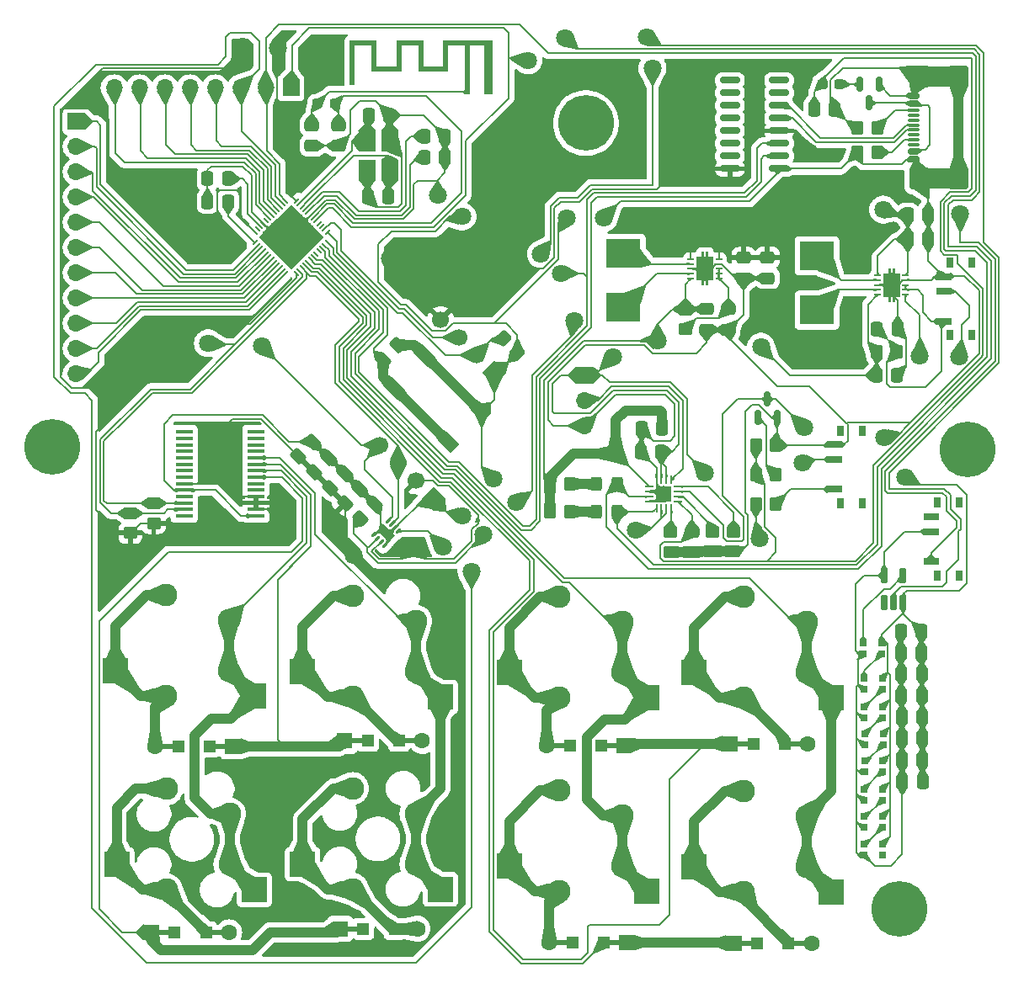
<source format=gbr>
%TF.GenerationSoftware,KiCad,Pcbnew,8.0.2*%
%TF.CreationDate,2025-08-30T14:26:49+07:00*%
%TF.ProjectId,minions,6d696e69-6f6e-4732-9e6b-696361645f70,1*%
%TF.SameCoordinates,Original*%
%TF.FileFunction,Copper,L1,Top*%
%TF.FilePolarity,Positive*%
%FSLAX46Y46*%
G04 Gerber Fmt 4.6, Leading zero omitted, Abs format (unit mm)*
G04 Created by KiCad (PCBNEW 8.0.2) date 2025-08-30 14:26:49*
%MOMM*%
%LPD*%
G01*
G04 APERTURE LIST*
G04 Aperture macros list*
%AMRoundRect*
0 Rectangle with rounded corners*
0 $1 Rounding radius*
0 $2 $3 $4 $5 $6 $7 $8 $9 X,Y pos of 4 corners*
0 Add a 4 corners polygon primitive as box body*
4,1,4,$2,$3,$4,$5,$6,$7,$8,$9,$2,$3,0*
0 Add four circle primitives for the rounded corners*
1,1,$1+$1,$2,$3*
1,1,$1+$1,$4,$5*
1,1,$1+$1,$6,$7*
1,1,$1+$1,$8,$9*
0 Add four rect primitives between the rounded corners*
20,1,$1+$1,$2,$3,$4,$5,0*
20,1,$1+$1,$4,$5,$6,$7,0*
20,1,$1+$1,$6,$7,$8,$9,0*
20,1,$1+$1,$8,$9,$2,$3,0*%
%AMHorizOval*
0 Thick line with rounded ends*
0 $1 width*
0 $2 $3 position (X,Y) of the first rounded end (center of the circle)*
0 $4 $5 position (X,Y) of the second rounded end (center of the circle)*
0 Add line between two ends*
20,1,$1,$2,$3,$4,$5,0*
0 Add two circle primitives to create the rounded ends*
1,1,$1,$2,$3*
1,1,$1,$4,$5*%
%AMRotRect*
0 Rectangle, with rotation*
0 The origin of the aperture is its center*
0 $1 length*
0 $2 width*
0 $3 Rotation angle, in degrees counterclockwise*
0 Add horizontal line*
21,1,$1,$2,0,0,$3*%
%AMFreePoly0*
4,1,21,-0.125000,1.200000,0.125000,1.200000,0.125000,1.700000,0.375000,1.700000,0.375000,1.200000,0.825000,1.200000,0.825000,-1.200000,0.375000,-1.200000,0.375000,-1.700000,0.125000,-1.700000,0.125000,-1.200000,-0.125000,-1.200000,-0.125000,-1.700000,-0.375000,-1.700000,-0.375000,-1.200000,-0.825000,-1.200000,-0.825000,1.200000,-0.375000,1.200000,-0.375000,1.700000,-0.125000,1.700000,
-0.125000,1.200000,-0.125000,1.200000,$1*%
G04 Aperture macros list end*
%TA.AperFunction,EtchedComponent*%
%ADD10C,0.000000*%
%TD*%
%TA.AperFunction,ComponentPad*%
%ADD11R,1.700000X1.700000*%
%TD*%
%TA.AperFunction,ComponentPad*%
%ADD12O,1.700000X1.700000*%
%TD*%
%TA.AperFunction,ComponentPad*%
%ADD13HorizOval,1.700000X0.000000X0.000000X0.000000X0.000000X0*%
%TD*%
%TA.AperFunction,ComponentPad*%
%ADD14RotRect,1.700000X1.700000X45.000000*%
%TD*%
%TA.AperFunction,SMDPad,CuDef*%
%ADD15R,0.800000X1.000000*%
%TD*%
%TA.AperFunction,SMDPad,CuDef*%
%ADD16R,1.500000X0.700000*%
%TD*%
%TA.AperFunction,SMDPad,CuDef*%
%ADD17RoundRect,0.237500X0.287500X0.237500X-0.287500X0.237500X-0.287500X-0.237500X0.287500X-0.237500X0*%
%TD*%
%TA.AperFunction,SMDPad,CuDef*%
%ADD18RoundRect,0.250000X0.565685X0.070711X0.070711X0.565685X-0.565685X-0.070711X-0.070711X-0.565685X0*%
%TD*%
%TA.AperFunction,SMDPad,CuDef*%
%ADD19R,0.700000X0.700000*%
%TD*%
%TA.AperFunction,SMDPad,CuDef*%
%ADD20RoundRect,0.250000X0.337500X0.475000X-0.337500X0.475000X-0.337500X-0.475000X0.337500X-0.475000X0*%
%TD*%
%TA.AperFunction,SMDPad,CuDef*%
%ADD21RoundRect,0.250000X-0.475000X0.337500X-0.475000X-0.337500X0.475000X-0.337500X0.475000X0.337500X0*%
%TD*%
%TA.AperFunction,SMDPad,CuDef*%
%ADD22RoundRect,0.250000X-0.337500X-0.475000X0.337500X-0.475000X0.337500X0.475000X-0.337500X0.475000X0*%
%TD*%
%TA.AperFunction,ComponentPad*%
%ADD23C,5.600000*%
%TD*%
%TA.AperFunction,SMDPad,CuDef*%
%ADD24R,2.550000X2.500000*%
%TD*%
%TA.AperFunction,ComponentPad*%
%ADD25C,2.286000*%
%TD*%
%TA.AperFunction,SMDPad,CuDef*%
%ADD26RoundRect,0.250000X0.097227X-0.574524X0.574524X-0.097227X-0.097227X0.574524X-0.574524X0.097227X0*%
%TD*%
%TA.AperFunction,SMDPad,CuDef*%
%ADD27RoundRect,0.150000X0.825000X0.150000X-0.825000X0.150000X-0.825000X-0.150000X0.825000X-0.150000X0*%
%TD*%
%TA.AperFunction,SMDPad,CuDef*%
%ADD28RoundRect,0.250000X0.350000X0.450000X-0.350000X0.450000X-0.350000X-0.450000X0.350000X-0.450000X0*%
%TD*%
%TA.AperFunction,SMDPad,CuDef*%
%ADD29RotRect,1.550000X1.300000X315.000000*%
%TD*%
%TA.AperFunction,ComponentPad*%
%ADD30R,1.600000X1.600000*%
%TD*%
%TA.AperFunction,SMDPad,CuDef*%
%ADD31R,2.500000X0.500000*%
%TD*%
%TA.AperFunction,SMDPad,CuDef*%
%ADD32R,1.200000X1.200000*%
%TD*%
%TA.AperFunction,ComponentPad*%
%ADD33C,1.600000*%
%TD*%
%TA.AperFunction,SMDPad,CuDef*%
%ADD34RoundRect,0.250000X-0.350000X-0.450000X0.350000X-0.450000X0.350000X0.450000X-0.350000X0.450000X0*%
%TD*%
%TA.AperFunction,SMDPad,CuDef*%
%ADD35RoundRect,0.162500X0.162500X-0.617500X0.162500X0.617500X-0.162500X0.617500X-0.162500X-0.617500X0*%
%TD*%
%TA.AperFunction,SMDPad,CuDef*%
%ADD36RoundRect,0.060000X-0.240000X-0.060000X0.240000X-0.060000X0.240000X0.060000X-0.240000X0.060000X0*%
%TD*%
%TA.AperFunction,ComponentPad*%
%ADD37C,0.500000*%
%TD*%
%TA.AperFunction,SMDPad,CuDef*%
%ADD38FreePoly0,0.000000*%
%TD*%
%TA.AperFunction,ConnectorPad*%
%ADD39R,0.500000X0.500000*%
%TD*%
%TA.AperFunction,ComponentPad*%
%ADD40R,0.900000X0.500000*%
%TD*%
%TA.AperFunction,SMDPad,CuDef*%
%ADD41RoundRect,0.250000X0.450000X-0.350000X0.450000X0.350000X-0.450000X0.350000X-0.450000X-0.350000X0*%
%TD*%
%TA.AperFunction,SMDPad,CuDef*%
%ADD42RoundRect,0.250000X0.750000X-0.840000X0.750000X0.840000X-0.750000X0.840000X-0.750000X-0.840000X0*%
%TD*%
%TA.AperFunction,SMDPad,CuDef*%
%ADD43RoundRect,0.150000X0.425000X-0.150000X0.425000X0.150000X-0.425000X0.150000X-0.425000X-0.150000X0*%
%TD*%
%TA.AperFunction,SMDPad,CuDef*%
%ADD44RoundRect,0.075000X0.500000X-0.075000X0.500000X0.075000X-0.500000X0.075000X-0.500000X-0.075000X0*%
%TD*%
%TA.AperFunction,SMDPad,CuDef*%
%ADD45R,3.500000X2.950000*%
%TD*%
%TA.AperFunction,SMDPad,CuDef*%
%ADD46RoundRect,0.250000X-0.450000X0.350000X-0.450000X-0.350000X0.450000X-0.350000X0.450000X0.350000X0*%
%TD*%
%TA.AperFunction,SMDPad,CuDef*%
%ADD47RoundRect,0.050000X-0.212132X-0.282843X0.282843X0.212132X0.212132X0.282843X-0.282843X-0.212132X0*%
%TD*%
%TA.AperFunction,SMDPad,CuDef*%
%ADD48RoundRect,0.050000X0.212132X-0.282843X0.282843X-0.212132X-0.212132X0.282843X-0.282843X0.212132X0*%
%TD*%
%TA.AperFunction,HeatsinkPad*%
%ADD49RotRect,4.600000X4.600000X45.000000*%
%TD*%
%TA.AperFunction,SMDPad,CuDef*%
%ADD50R,1.800000X2.100000*%
%TD*%
%TA.AperFunction,HeatsinkPad*%
%ADD51R,1.600000X1.600000*%
%TD*%
%TA.AperFunction,SMDPad,CuDef*%
%ADD52RoundRect,0.062500X-0.375000X0.062500X-0.375000X-0.062500X0.375000X-0.062500X0.375000X0.062500X0*%
%TD*%
%TA.AperFunction,SMDPad,CuDef*%
%ADD53RoundRect,0.062500X-0.062500X0.375000X-0.062500X-0.375000X0.062500X-0.375000X0.062500X0.375000X0*%
%TD*%
%TA.AperFunction,SMDPad,CuDef*%
%ADD54RoundRect,0.150000X-0.150000X0.587500X-0.150000X-0.587500X0.150000X-0.587500X0.150000X0.587500X0*%
%TD*%
%TA.AperFunction,SMDPad,CuDef*%
%ADD55RoundRect,0.250000X0.325000X0.450000X-0.325000X0.450000X-0.325000X-0.450000X0.325000X-0.450000X0*%
%TD*%
%TA.AperFunction,SMDPad,CuDef*%
%ADD56R,1.750000X0.450000*%
%TD*%
%TA.AperFunction,SMDPad,CuDef*%
%ADD57RoundRect,0.062500X-0.159099X-0.247487X0.247487X0.159099X0.159099X0.247487X-0.247487X-0.159099X0*%
%TD*%
%TA.AperFunction,HeatsinkPad*%
%ADD58RotRect,0.800000X1.600000X45.000000*%
%TD*%
%TA.AperFunction,SMDPad,CuDef*%
%ADD59RoundRect,0.150000X0.150000X-0.587500X0.150000X0.587500X-0.150000X0.587500X-0.150000X-0.587500X0*%
%TD*%
%TA.AperFunction,SMDPad,CuDef*%
%ADD60RoundRect,0.237500X-0.287500X-0.237500X0.287500X-0.237500X0.287500X0.237500X-0.287500X0.237500X0*%
%TD*%
%TA.AperFunction,ViaPad*%
%ADD61C,1.800000*%
%TD*%
%TA.AperFunction,Conductor*%
%ADD62C,0.200000*%
%TD*%
%TA.AperFunction,Conductor*%
%ADD63C,1.000000*%
%TD*%
%TA.AperFunction,Conductor*%
%ADD64C,2.000000*%
%TD*%
G04 APERTURE END LIST*
D10*
%TA.AperFunction,EtchedComponent*%
%TO.C,AE1*%
G36*
X140266791Y-69280455D02*
G01*
X142266789Y-69280457D01*
X142266790Y-66640454D01*
X144966790Y-66640455D01*
X144966790Y-69280455D01*
X146966792Y-69280456D01*
X146966792Y-66640454D01*
X151966788Y-66640457D01*
X151966790Y-71797240D01*
X151966790Y-72040455D01*
X151066790Y-72040456D01*
X151066790Y-71782297D01*
X151368568Y-71782297D01*
X151375099Y-71831823D01*
X151395659Y-71877009D01*
X151429302Y-71912239D01*
X151447913Y-71922856D01*
X151493427Y-71935755D01*
X151541948Y-71936499D01*
X151584605Y-71924389D01*
X151592521Y-71920036D01*
X151630464Y-71887252D01*
X151654532Y-71844852D01*
X151664371Y-71797241D01*
X151659637Y-71748833D01*
X151639975Y-71704039D01*
X151605035Y-71667267D01*
X151572143Y-71650363D01*
X151524057Y-71642474D01*
X151474472Y-71649044D01*
X151429163Y-71669144D01*
X151393903Y-71701813D01*
X151377007Y-71734040D01*
X151368568Y-71782297D01*
X151066790Y-71782297D01*
X151066792Y-67140452D01*
X149666790Y-67140455D01*
X149666790Y-72040455D01*
X149166790Y-72040455D01*
X149166790Y-67140455D01*
X147466790Y-67140455D01*
X147466789Y-69780454D01*
X144466790Y-69780455D01*
X144466793Y-67140458D01*
X142766792Y-67140457D01*
X142766787Y-69780455D01*
X139766789Y-69780455D01*
X139766791Y-67140455D01*
X138066790Y-67140455D01*
X138066786Y-71080453D01*
X137566790Y-71080452D01*
X137566790Y-66640455D01*
X140266790Y-66640451D01*
X140266791Y-69280455D01*
G37*
%TD.AperFunction*%
%TD*%
D11*
%TO.P,J6,1,Pin_1*%
%TO.N,+BATT*%
X161127328Y-100322672D03*
D12*
%TO.P,J6,2,Pin_2*%
%TO.N,/TS*%
X161127328Y-102862672D03*
%TO.P,J6,3,Pin_3*%
%TO.N,GND*%
X161127328Y-105402672D03*
%TD*%
D11*
%TO.P,J1,1,Pin_1*%
%TO.N,/~{PGOOD}*%
X131650000Y-71400000D03*
D12*
%TO.P,J1,2,Pin_2*%
%TO.N,/~{CHG}*%
X129109996Y-71399998D03*
%TO.P,J1,3,Pin_3*%
%TO.N,/~{ALRT}*%
X126570000Y-71400000D03*
%TO.P,J1,4,Pin_4*%
%TO.N,/P0.27*%
X124030000Y-71400000D03*
%TO.P,J1,5,Pin_5*%
%TO.N,/P0.28{slash}AIN4*%
X121490001Y-71400000D03*
%TO.P,J1,6,Pin_6*%
%TO.N,/P0.29{slash}AIN5*%
X118950001Y-71400000D03*
%TO.P,J1,7,Pin_7*%
%TO.N,/P0.30{slash}AIN6*%
X116410000Y-71400000D03*
%TO.P,J1,8,Pin_8*%
%TO.N,/P0.31{slash}AIN7*%
X113870000Y-71400000D03*
%TD*%
D13*
%TO.P,J2,4,Pin_4*%
%TO.N,+3.3V*%
X146707897Y-94707898D03*
%TO.P,J2,3,Pin_3*%
%TO.N,/SWDIO*%
X148503949Y-96503950D03*
%TO.P,J2,2,Pin_2*%
%TO.N,/SWCLK*%
X150300000Y-98300000D03*
D14*
%TO.P,J2,1,Pin_1*%
%TO.N,GND*%
X152096051Y-100096052D03*
%TD*%
D15*
%TO.P,SW4,*%
%TO.N,*%
X197922327Y-96289486D03*
X200132326Y-96289486D03*
X197922327Y-88989486D03*
X200132328Y-88989486D03*
D16*
%TO.P,SW4,1,A*%
%TO.N,Net-(SW4-A)*%
X197272328Y-94889487D03*
%TO.P,SW4,2,B*%
%TO.N,Net-(SW4-B)*%
X197272327Y-91889488D03*
%TO.P,SW4,3,C*%
%TO.N,GND*%
X197272326Y-90389486D03*
%TD*%
D17*
%TO.P,FB1,2*%
%TO.N,VBUS*%
X185077326Y-70997667D03*
%TO.P,FB1,1*%
%TO.N,Net-(Q2-S)*%
X186827326Y-70997667D03*
%TD*%
D18*
%TO.P,R10,1*%
%TO.N,GND*%
X154407107Y-98057107D03*
%TO.P,R10,2*%
%TO.N,/SWCLK*%
X152992893Y-96642893D03*
%TD*%
D19*
%TO.P,D17,1,DOUT*%
%TO.N,Net-(D17-DOUT)*%
X191115001Y-134800001D03*
%TO.P,D17,2,VSS*%
%TO.N,GND*%
X191114997Y-133700005D03*
%TO.P,D17,3,DIN*%
%TO.N,Net-(D11-DOUT)*%
X189284999Y-133699999D03*
%TO.P,D17,4,VDD*%
%TO.N,Net-(D10-VDD)*%
X189285003Y-134799995D03*
%TD*%
D20*
%TO.P,C3,2*%
%TO.N,GND*%
X166912328Y-105677671D03*
%TO.P,C3,1*%
%TO.N,VDD*%
X168987328Y-105677671D03*
%TD*%
D21*
%TO.P,C57,1*%
%TO.N,Net-(AE1-A)*%
X133750000Y-75162500D03*
%TO.P,C57,2*%
%TO.N,GND*%
X133750000Y-77237500D03*
%TD*%
D22*
%TO.P,C5,1*%
%TO.N,Net-(D10-VDD)*%
X193062500Y-134700000D03*
%TO.P,C5,2*%
%TO.N,GND*%
X195137500Y-134700000D03*
%TD*%
D23*
%TO.P,H5,1,1*%
%TO.N,unconnected-(H5-Pad1)*%
X199650000Y-107800000D03*
%TD*%
D24*
%TO.P,K8,1*%
%TO.N,mcp_col2*%
X146680000Y-152040000D03*
D25*
X144200000Y-144420000D03*
X144200000Y-149500000D03*
%TO.P,K8,2*%
%TO.N,Net-(D15-A)*%
X137850000Y-141880000D03*
X137850000Y-152040000D03*
D24*
X132830000Y-149500000D03*
%TD*%
D22*
%TO.P,C42,1*%
%TO.N,Net-(D10-VDD)*%
X192962500Y-128250000D03*
%TO.P,C42,2*%
%TO.N,GND*%
X195037500Y-128250000D03*
%TD*%
%TO.P,C41,1*%
%TO.N,Net-(D10-VDD)*%
X192962498Y-126100001D03*
%TO.P,C41,2*%
%TO.N,GND*%
X195037498Y-126100001D03*
%TD*%
D21*
%TO.P,C17,2*%
%TO.N,GND*%
X177172327Y-90572669D03*
%TO.P,C17,1*%
%TO.N,+3.3V*%
X177172327Y-88497669D03*
%TD*%
D22*
%TO.P,C43,1*%
%TO.N,Net-(D10-VDD)*%
X193012500Y-130350000D03*
%TO.P,C43,2*%
%TO.N,GND*%
X195087500Y-130350000D03*
%TD*%
D26*
%TO.P,C40,1*%
%TO.N,+3.3V*%
X135614373Y-111680499D03*
%TO.P,C40,2*%
%TO.N,GND*%
X137081619Y-110213253D03*
%TD*%
D27*
%TO.P,U4,16,VCC*%
%TO.N,+3.3V*%
X175777327Y-79542669D03*
%TO.P,U4,15,R232*%
%TO.N,unconnected-(U4-R232-Pad15)*%
X175777326Y-78272668D03*
%TO.P,U4,14,~{RTS}*%
%TO.N,unconnected-(U4-~{RTS}-Pad14)*%
X175777327Y-77002670D03*
%TO.P,U4,13,~{DTR}*%
%TO.N,unconnected-(U4-~{DTR}-Pad13)*%
X175777327Y-75732669D03*
%TO.P,U4,12,~{DCD}*%
%TO.N,unconnected-(U4-~{DCD}-Pad12)*%
X175777327Y-74462669D03*
%TO.P,U4,11,~{RI}*%
%TO.N,unconnected-(U4-~{RI}-Pad11)*%
X175777329Y-73192667D03*
%TO.P,U4,10,~{DSR}*%
%TO.N,unconnected-(U4-~{DSR}-Pad10)*%
X175777327Y-71922669D03*
%TO.P,U4,9,~{CTS}*%
%TO.N,unconnected-(U4-~{CTS}-Pad9)*%
X175777327Y-70652669D03*
%TO.P,U4,8,~{OUT}/~{DTR}*%
%TO.N,unconnected-(U4-~{OUT}{slash}~{DTR}-Pad8)*%
X180727327Y-70652669D03*
%TO.P,U4,7,NC*%
%TO.N,unconnected-(U4-NC-Pad7)*%
X180727328Y-71922670D03*
%TO.P,U4,6,UD-*%
%TO.N,Net-(P1-D-)*%
X180727327Y-73192668D03*
%TO.P,U4,5,UD+*%
%TO.N,Net-(P1-D+)*%
X180727327Y-74462669D03*
%TO.P,U4,4,V3*%
%TO.N,+3.3V*%
X180727327Y-75732669D03*
%TO.P,U4,3,RXD*%
%TO.N,TX*%
X180727325Y-77002671D03*
%TO.P,U4,2,TXD*%
%TO.N,RX*%
X180727327Y-78272669D03*
%TO.P,U4,1,GND*%
%TO.N,GND*%
X180727327Y-79542669D03*
%TD*%
D28*
%TO.P,R4,2*%
%TO.N,GND*%
X188602326Y-75447669D03*
%TO.P,R4,1*%
%TO.N,Net-(P1-VCONN)*%
X190602326Y-75447669D03*
%TD*%
D29*
%TO.P,SW1,2,2*%
%TO.N,Net-(U7-P0.21{slash}~{RESET})*%
X147621499Y-107221499D03*
X142000000Y-101600000D03*
%TO.P,SW1,1,1*%
%TO.N,GND*%
X150803480Y-104039518D03*
X145181981Y-98418019D03*
%TD*%
D20*
%TO.P,C1,2*%
%TO.N,GND*%
X166812328Y-108027671D03*
%TO.P,C1,1*%
%TO.N,+BATT*%
X168887328Y-108027671D03*
%TD*%
%TO.P,C18,1*%
%TO.N,GND*%
X141537500Y-74150000D03*
%TO.P,C18,2*%
%TO.N,Net-(U7-XC2)*%
X139462500Y-74150000D03*
%TD*%
D26*
%TO.P,C22,1*%
%TO.N,+BATT*%
X138619574Y-114756414D03*
%TO.P,C22,2*%
%TO.N,GND*%
X140086820Y-113289168D03*
%TD*%
%TO.P,C56,1*%
%TO.N,+3.3V*%
X137072776Y-113209617D03*
%TO.P,C56,2*%
%TO.N,GND*%
X138540022Y-111742371D03*
%TD*%
D24*
%TO.P,K7,1*%
%TO.N,mcp_col1*%
X127980000Y-152090000D03*
D25*
X125500000Y-144470000D03*
X125500000Y-149550000D03*
%TO.P,K7,2*%
%TO.N,Net-(D14-A)*%
X119150000Y-141930000D03*
X119150000Y-152090000D03*
D24*
X114130000Y-149550000D03*
%TD*%
D30*
%TO.P,D2,1,K*%
%TO.N,row2*%
X165410000Y-157400000D03*
D31*
X164209999Y-157400002D03*
D32*
X163085000Y-157400000D03*
%TO.P,D2,2,A*%
%TO.N,Net-(D2-A)*%
X159935000Y-157400000D03*
D31*
X158810001Y-157399998D03*
D33*
X157610000Y-157400000D03*
%TD*%
D26*
%TO.P,C19,1*%
%TO.N,Net-(U7-P0.21{slash}~{RESET})*%
X140895146Y-98780412D03*
%TO.P,C19,2*%
%TO.N,GND*%
X142362392Y-97313166D03*
%TD*%
D19*
%TO.P,D11,1,DOUT*%
%TO.N,Net-(D11-DOUT)*%
X191114996Y-131899996D03*
%TO.P,D11,2,VSS*%
%TO.N,GND*%
X191115000Y-130799999D03*
%TO.P,D11,3,DIN*%
%TO.N,Net-(D11-DIN)*%
X189285004Y-130800004D03*
%TO.P,D11,4,VDD*%
%TO.N,Net-(D10-VDD)*%
X189285000Y-131900001D03*
%TD*%
D24*
%TO.P,K6,1*%
%TO.N,mcp_col2*%
X146680000Y-132690000D03*
D25*
X144200000Y-125070000D03*
X144200000Y-130150000D03*
%TO.P,K6,2*%
%TO.N,Net-(D7-A)*%
X137850000Y-122530000D03*
X137850000Y-132690000D03*
D24*
X132830000Y-130150000D03*
%TD*%
D34*
%TO.P,R11,2*%
%TO.N,Net-(Q1-G)*%
X180402329Y-110347669D03*
%TO.P,R11,1*%
%TO.N,VBUS*%
X178402329Y-110347669D03*
%TD*%
D24*
%TO.P,K5,1*%
%TO.N,col2*%
X186000000Y-152280000D03*
D25*
X183520000Y-144660000D03*
X183520000Y-149740000D03*
%TO.P,K5,2*%
%TO.N,Net-(D6-A)*%
X177170000Y-142120000D03*
X177170000Y-152280000D03*
D24*
X172150000Y-149740000D03*
%TD*%
D22*
%TO.P,C13,1*%
%TO.N,+5V*%
X193664827Y-86639486D03*
%TO.P,C13,2*%
%TO.N,GND*%
X195739827Y-86639486D03*
%TD*%
D35*
%TO.P,U1,1,NC*%
%TO.N,unconnected-(U1-NC-Pad1)*%
X191300001Y-123199999D03*
%TO.P,U1,2,A*%
%TO.N,TX*%
X192250000Y-123200000D03*
%TO.P,U1,3,GND*%
%TO.N,GND*%
X193200001Y-123200003D03*
%TO.P,U1,4,Y*%
%TO.N,Net-(D8-DIN)*%
X193199999Y-120500001D03*
%TO.P,U1,5,VCC*%
%TO.N,Net-(D10-VDD)*%
X191299999Y-120499997D03*
%TD*%
D24*
%TO.P,K2,1*%
%TO.N,col1*%
X167440000Y-152250000D03*
D25*
X164960000Y-144630000D03*
X164960000Y-149710000D03*
%TO.P,K2,2*%
%TO.N,Net-(D2-A)*%
X158610000Y-142090000D03*
X158610000Y-152250000D03*
D24*
X153590000Y-149710000D03*
%TD*%
D21*
%TO.P,C14,2*%
%TO.N,GND*%
X173452328Y-95735171D03*
%TO.P,C14,1*%
%TO.N,VDD*%
X173452328Y-93660171D03*
%TD*%
D34*
%TO.P,R12,2*%
%TO.N,Net-(SW3-A)*%
X180402331Y-113297673D03*
%TO.P,R12,1*%
%TO.N,+BATT*%
X178402331Y-113297673D03*
%TD*%
D36*
%TO.P,U6,1,VOUT*%
%TO.N,+5V*%
X190652328Y-90229485D03*
%TO.P,U6,2,L2*%
%TO.N,Net-(U6-L2)*%
X190652328Y-90729482D03*
%TO.P,U6,3,PGND*%
%TO.N,GND*%
X190652328Y-91229485D03*
%TO.P,U6,4,L1*%
%TO.N,Net-(U6-L1)*%
X190652328Y-91729488D03*
%TO.P,U6,5,VIN*%
%TO.N,VDD*%
X190652328Y-92229485D03*
%TO.P,U6,6,EN*%
%TO.N,Net-(SW4-B)*%
X193452328Y-92229485D03*
%TO.P,U6,7,PS/SYNC*%
%TO.N,Net-(SW4-A)*%
X193452328Y-91729488D03*
%TO.P,U6,8,VINA*%
X193452328Y-91229485D03*
%TO.P,U6,9,GND*%
%TO.N,GND*%
X193452328Y-90729482D03*
%TO.P,U6,10,FB*%
%TO.N,+5V*%
X193452328Y-90229485D03*
D37*
%TO.P,U6,11,PGND*%
%TO.N,GND*%
X191477328Y-91229485D03*
X192052328Y-90279485D03*
D38*
X192052328Y-91229485D03*
D37*
X192052328Y-92179485D03*
X192627328Y-91229485D03*
%TD*%
D26*
%TO.P,C39,1*%
%TO.N,+3.3V*%
X133988025Y-110054154D03*
%TO.P,C39,2*%
%TO.N,GND*%
X135455271Y-108586908D03*
%TD*%
D22*
%TO.P,C6,1*%
%TO.N,Net-(D10-VDD)*%
X193062500Y-136850000D03*
%TO.P,C6,2*%
%TO.N,GND*%
X195137500Y-136850000D03*
%TD*%
D15*
%TO.P,SW2,*%
%TO.N,*%
X196650002Y-120450000D03*
X198860001Y-120450000D03*
X196650002Y-113150000D03*
X198860003Y-113150000D03*
D16*
%TO.P,SW2,1,A*%
%TO.N,+5V*%
X196000003Y-119050002D03*
%TO.P,SW2,2,B*%
%TO.N,Net-(D10-VDD)*%
X196000000Y-116050000D03*
%TO.P,SW2,3,C*%
%TO.N,unconnected-(SW2-C-Pad3)*%
X196000003Y-114549998D03*
%TD*%
D19*
%TO.P,D8,1,DOUT*%
%TO.N,Net-(D11-DIN)*%
X191015000Y-128350001D03*
%TO.P,D8,2,VSS*%
%TO.N,GND*%
X191014996Y-127250004D03*
%TO.P,D8,3,DIN*%
%TO.N,Net-(D8-DIN)*%
X189185000Y-127249999D03*
%TO.P,D8,4,VDD*%
%TO.N,Net-(D10-VDD)*%
X189185004Y-128349996D03*
%TD*%
D34*
%TO.P,R5,2*%
%TO.N,GND*%
X180402333Y-107397671D03*
%TO.P,R5,1*%
%TO.N,VBUS*%
X178402333Y-107397671D03*
%TD*%
D39*
%TO.P,AE1,1,A*%
%TO.N,Net-(AE1-A)*%
X149416790Y-71790455D03*
D40*
%TO.P,AE1,2*%
%TO.N,N/C*%
X151516790Y-71790455D03*
%TD*%
D22*
%TO.P,C2,2*%
%TO.N,GND*%
X186339830Y-73547669D03*
%TO.P,C2,1*%
%TO.N,VBUS*%
X184264830Y-73547669D03*
%TD*%
%TO.P,C20,1*%
%TO.N,GND*%
X123262500Y-82850000D03*
%TO.P,C20,2*%
%TO.N,Net-(U7-DEC1)*%
X125337500Y-82850000D03*
%TD*%
D41*
%TO.P,R1,1*%
%TO.N,+3.3V*%
X115500000Y-116200000D03*
%TO.P,R1,2*%
%TO.N,SDA*%
X115500000Y-114200000D03*
%TD*%
D22*
%TO.P,C44,1*%
%TO.N,Net-(D10-VDD)*%
X193012500Y-132550000D03*
%TO.P,C44,2*%
%TO.N,GND*%
X195087500Y-132550000D03*
%TD*%
D28*
%TO.P,R17,2*%
%TO.N,VDD*%
X157699828Y-114077670D03*
%TO.P,R17,1*%
%TO.N,Net-(D32-A)*%
X159699828Y-114077670D03*
%TD*%
%TO.P,R3,2*%
%TO.N,GND*%
X188602326Y-77877664D03*
%TO.P,R3,1*%
%TO.N,Net-(P1-CC)*%
X190602326Y-77877664D03*
%TD*%
D42*
%TO.P,P1,S1,SHIELD*%
%TO.N,GND*%
X198777328Y-70287663D03*
X194847327Y-70287664D03*
X194847327Y-80507666D03*
X198777329Y-80507668D03*
D43*
%TO.P,P1,B12,GND*%
X194272327Y-78597666D03*
%TO.P,P1,B9,VBUS*%
%TO.N,Net-(Q2-D)*%
X194272326Y-77797667D03*
D44*
%TO.P,P1,B8*%
%TO.N,N/C*%
X194272324Y-77147666D03*
%TO.P,P1,B7*%
X194272327Y-76147666D03*
%TO.P,P1,B6*%
X194272327Y-74647667D03*
%TO.P,P1,B5,VCONN*%
%TO.N,Net-(P1-VCONN)*%
X194272330Y-73647666D03*
D43*
%TO.P,P1,B4,VBUS*%
%TO.N,Net-(Q2-D)*%
X194272328Y-72997665D03*
%TO.P,P1,B1,GND*%
%TO.N,GND*%
X194272326Y-72197665D03*
%TO.P,P1,A12,GND*%
X194272326Y-72197665D03*
%TO.P,P1,A9,VBUS*%
%TO.N,Net-(Q2-D)*%
X194272328Y-72997665D03*
D44*
%TO.P,P1,A8*%
%TO.N,N/C*%
X194272327Y-74147665D03*
%TO.P,P1,A7,D-*%
%TO.N,Net-(P1-D-)*%
X194272325Y-75147667D03*
%TO.P,P1,A6,D+*%
%TO.N,Net-(P1-D+)*%
X194272327Y-75647668D03*
%TO.P,P1,A5,CC*%
%TO.N,Net-(P1-CC)*%
X194272330Y-76647667D03*
D43*
%TO.P,P1,A4,VBUS*%
%TO.N,Net-(Q2-D)*%
X194272326Y-77797667D03*
%TO.P,P1,A1,GND*%
%TO.N,GND*%
X194272327Y-78597666D03*
%TD*%
D45*
%TO.P,L1,1,1*%
%TO.N,Net-(U6-L2)*%
X184552327Y-88314486D03*
%TO.P,L1,2,2*%
%TO.N,Net-(U6-L1)*%
X184552327Y-93764486D03*
%TD*%
D21*
%TO.P,C21,1*%
%TO.N,Net-(U7-ANT)*%
X136450000Y-75162500D03*
%TO.P,C21,2*%
%TO.N,GND*%
X136450000Y-77237500D03*
%TD*%
D46*
%TO.P,R14,2*%
%TO.N,GND*%
X176152328Y-118047671D03*
%TO.P,R14,1*%
%TO.N,/ISET*%
X176152328Y-116047671D03*
%TD*%
D47*
%TO.P,U7,1,DEC1*%
%TO.N,Net-(U7-DEC1)*%
X128025190Y-86970785D03*
%TO.P,U7,2,P0.00/XL1*%
%TO.N,/P0.00{slash}XL1*%
X128308035Y-87253627D03*
%TO.P,U7,3,P0.01/XL2*%
%TO.N,/P0.01{slash}XL2*%
X128590876Y-87536470D03*
%TO.P,U7,4,P0.02/AIN0*%
%TO.N,/P0.02{slash}AIN0*%
X128873718Y-87819312D03*
%TO.P,U7,5,P0.03/AIN1*%
%TO.N,/P0.03{slash}AIN1*%
X129156561Y-88102156D03*
%TO.P,U7,6,P0.04/AIN2*%
%TO.N,/P0.04{slash}AIN2*%
X129439404Y-88384999D03*
%TO.P,U7,7,P0.05/AIN3*%
%TO.N,/P0.05{slash}AIN3*%
X129722246Y-88667841D03*
%TO.P,U7,8,P0.06*%
%TO.N,Net-(J5-Pin_7)*%
X130005089Y-88950685D03*
%TO.P,U7,9,P0.07*%
%TO.N,Net-(J5-Pin_8)*%
X130287933Y-89233527D03*
%TO.P,U7,10,P0.08*%
%TO.N,Net-(J5-Pin_9)*%
X130570774Y-89516369D03*
%TO.P,U7,11,NFC1/P0.09*%
%TO.N,Net-(J5-Pin_10)*%
X130853616Y-89799213D03*
%TO.P,U7,12,NFC2/P0.10*%
%TO.N,Net-(J5-Pin_11)*%
X131136460Y-90082055D03*
D48*
%TO.P,U7,13,VDD*%
%TO.N,+3.3V*%
X132197120Y-90082055D03*
%TO.P,U7,14,P0.11*%
%TO.N,SDA*%
X132479962Y-89799210D03*
%TO.P,U7,15,P0.12*%
%TO.N,SCL*%
X132762805Y-89516369D03*
%TO.P,U7,16,P0.13*%
%TO.N,row2*%
X133045647Y-89233527D03*
%TO.P,U7,17,P0.14*%
%TO.N,row1*%
X133328491Y-88950684D03*
%TO.P,U7,18,P0.15*%
%TO.N,col1*%
X133611334Y-88667841D03*
%TO.P,U7,19,P0.16*%
%TO.N,col2*%
X133894176Y-88384999D03*
%TO.P,U7,20,P0.17*%
%TO.N,unconnected-(U7-P0.17-Pad20)*%
X134177020Y-88102156D03*
%TO.P,U7,21,P0.18/SWO*%
%TO.N,unconnected-(U7-P0.18{slash}SWO-Pad21)*%
X134459862Y-87819312D03*
%TO.P,U7,22,P0.19*%
%TO.N,RX*%
X134742704Y-87536471D03*
%TO.P,U7,23,P0.20*%
%TO.N,TX*%
X135025548Y-87253629D03*
%TO.P,U7,24,P0.21/~{RESET}*%
%TO.N,Net-(U7-P0.21{slash}~{RESET})*%
X135308390Y-86970785D03*
D47*
%TO.P,U7,25,SWDCLK*%
%TO.N,/SWCLK*%
X135308390Y-85910125D03*
%TO.P,U7,26,SWDIO*%
%TO.N,/SWDIO*%
X135025545Y-85627283D03*
%TO.P,U7,27,P0.22*%
%TO.N,unconnected-(U7-P0.22-Pad27)*%
X134742704Y-85344440D03*
%TO.P,U7,28,P0.23*%
%TO.N,unconnected-(U7-P0.23-Pad28)*%
X134459862Y-85061598D03*
%TO.P,U7,29,P0.24*%
%TO.N,/~{PGOOD}*%
X134177019Y-84778754D03*
%TO.P,U7,30,ANT*%
%TO.N,Net-(U7-ANT)*%
X133894176Y-84495911D03*
%TO.P,U7,31,VSS*%
%TO.N,GND*%
X133611334Y-84213069D03*
%TO.P,U7,32,DEC2*%
%TO.N,Net-(U7-DEC2)*%
X133328491Y-83930225D03*
%TO.P,U7,33,DEC3*%
%TO.N,Net-(U7-DEC3)*%
X133045647Y-83647383D03*
%TO.P,U7,34,XC1*%
%TO.N,Net-(U7-XC1)*%
X132762806Y-83364541D03*
%TO.P,U7,35,XC2*%
%TO.N,Net-(U7-XC2)*%
X132479964Y-83081697D03*
%TO.P,U7,36,VDD*%
%TO.N,+3.3V*%
X132197120Y-82798855D03*
D48*
%TO.P,U7,37,P0.25*%
%TO.N,/~{CHG}*%
X131136460Y-82798855D03*
%TO.P,U7,38,P0.26*%
%TO.N,/~{ALRT}*%
X130853618Y-83081700D03*
%TO.P,U7,39,P0.27*%
%TO.N,/P0.27*%
X130570775Y-83364541D03*
%TO.P,U7,40,P0.28/AIN4*%
%TO.N,/P0.28{slash}AIN4*%
X130287933Y-83647383D03*
%TO.P,U7,41,P0.29/AIN5*%
%TO.N,/P0.29{slash}AIN5*%
X130005089Y-83930226D03*
%TO.P,U7,42,P0.30/AIN6*%
%TO.N,/P0.30{slash}AIN6*%
X129722246Y-84213069D03*
%TO.P,U7,43,P0.31/AIN7*%
%TO.N,/P0.31{slash}AIN7*%
X129439404Y-84495911D03*
%TO.P,U7,44,NC*%
%TO.N,unconnected-(U7-NC-Pad44)*%
X129156560Y-84778754D03*
%TO.P,U7,45,VSS*%
%TO.N,GND*%
X128873718Y-85061598D03*
%TO.P,U7,46,DEC4*%
%TO.N,Net-(U7-DEC4)*%
X128590876Y-85344439D03*
%TO.P,U7,47,DCC*%
%TO.N,unconnected-(U7-DCC-Pad47)*%
X128308032Y-85627281D03*
%TO.P,U7,48,VDD*%
%TO.N,+3.3V*%
X128025190Y-85910125D03*
D49*
%TO.P,U7,49,VSS*%
%TO.N,GND*%
X131666790Y-86440455D03*
%TD*%
D50*
%TO.P,Y1,1,1*%
%TO.N,Net-(U7-XC2)*%
X139306066Y-76768448D03*
%TO.P,Y1,2,2*%
%TO.N,GND*%
X139306063Y-79668449D03*
%TO.P,Y1,3,3*%
%TO.N,Net-(U7-XC1)*%
X141606066Y-79668452D03*
%TO.P,Y1,4,4*%
%TO.N,GND*%
X141606069Y-76768451D03*
%TD*%
D24*
%TO.P,K3,1*%
%TO.N,mcp_col1*%
X127880000Y-132590000D03*
D25*
X125400000Y-124970000D03*
X125400000Y-130050000D03*
%TO.P,K3,2*%
%TO.N,Net-(D3-A)*%
X119050000Y-122430000D03*
X119050000Y-132590000D03*
D24*
X114030000Y-130050000D03*
%TD*%
D41*
%TO.P,R2,1*%
%TO.N,+3.3V*%
X117850000Y-115200000D03*
%TO.P,R2,2*%
%TO.N,SCL*%
X117850000Y-113200000D03*
%TD*%
D51*
%TO.P,U5,17,VSS*%
%TO.N,GND*%
X169149828Y-112277671D03*
D52*
%TO.P,U5,16,ISET*%
%TO.N,/ISET*%
X170587328Y-111527671D03*
%TO.P,U5,15,SYSOFF*%
%TO.N,/SYSOFF*%
X170587328Y-112027671D03*
%TO.P,U5,14,TMR*%
%TO.N,/TMR*%
X170587328Y-112527671D03*
%TO.P,U5,13,IN*%
%TO.N,VBUS*%
X170587328Y-113027671D03*
D53*
%TO.P,U5,12,ILIM*%
%TO.N,/ILIM*%
X169899828Y-113715171D03*
%TO.P,U5,11,OUT*%
%TO.N,VDD*%
X169399828Y-113715171D03*
%TO.P,U5,10,OUT*%
X168899828Y-113715171D03*
%TO.P,U5,9,~{CHG}*%
%TO.N,/~{CHG}*%
X168399828Y-113715171D03*
D52*
%TO.P,U5,8,VSS*%
%TO.N,GND*%
X167712328Y-113027671D03*
%TO.P,U5,7,~{PGOOD}*%
%TO.N,/~{PGOOD}*%
X167712328Y-112527671D03*
%TO.P,U5,6,EN1*%
%TO.N,GND*%
X167712328Y-112027671D03*
%TO.P,U5,5,EN2*%
%TO.N,VDD*%
X167712328Y-111527671D03*
D53*
%TO.P,U5,4,~{CE}*%
%TO.N,GND*%
X168399828Y-110840171D03*
%TO.P,U5,3,BAT*%
%TO.N,+BATT*%
X168899828Y-110840171D03*
%TO.P,U5,2,BAT*%
X169399828Y-110840171D03*
%TO.P,U5,1,TS*%
%TO.N,/TS*%
X169899828Y-110840171D03*
%TD*%
D46*
%TO.P,R16,2*%
%TO.N,Net-(U9-EN)*%
X171302328Y-95697671D03*
%TO.P,R16,1*%
%TO.N,VDD*%
X171302328Y-93697671D03*
%TD*%
D20*
%TO.P,C35,1*%
%TO.N,GND*%
X147137500Y-78400000D03*
%TO.P,C35,2*%
%TO.N,Net-(U7-DEC2)*%
X145062500Y-78400000D03*
%TD*%
D22*
%TO.P,C11,1*%
%TO.N,Net-(SW4-A)*%
X190564827Y-95639486D03*
%TO.P,C11,2*%
%TO.N,GND*%
X192639827Y-95639486D03*
%TD*%
D30*
%TO.P,D14,1,K*%
%TO.N,mcp_row2*%
X117640000Y-156360000D03*
D31*
X118840001Y-156359998D03*
D32*
X119965000Y-156360000D03*
%TO.P,D14,2,A*%
%TO.N,Net-(D14-A)*%
X123115000Y-156360000D03*
D31*
X124239999Y-156360002D03*
D33*
X125440000Y-156360000D03*
%TD*%
D30*
%TO.P,D7,1,K*%
%TO.N,mcp_row1*%
X137040000Y-137110000D03*
D31*
X138240000Y-137110000D03*
D32*
X139365000Y-137110000D03*
%TO.P,D7,2,A*%
%TO.N,Net-(D7-A)*%
X142515000Y-137110000D03*
D31*
X143640000Y-137110000D03*
D33*
X144840000Y-137110000D03*
%TD*%
D19*
%TO.P,D9,1,DOUT*%
%TO.N,Net-(D10-DIN)*%
X191165000Y-140250001D03*
%TO.P,D9,2,VSS*%
%TO.N,GND*%
X191164998Y-139149999D03*
%TO.P,D9,3,DIN*%
%TO.N,DOUT*%
X189335000Y-139149999D03*
%TO.P,D9,4,VDD*%
%TO.N,Net-(D10-VDD)*%
X189335002Y-140250001D03*
%TD*%
D30*
%TO.P,D1,1,K*%
%TO.N,row1*%
X165160000Y-137600000D03*
D31*
X163959999Y-137600002D03*
D32*
X162835000Y-137600000D03*
%TO.P,D1,2,A*%
%TO.N,Net-(D1-A)*%
X159685000Y-137600000D03*
D31*
X158560001Y-137599998D03*
D33*
X157360000Y-137600000D03*
%TD*%
D22*
%TO.P,C12,1*%
%TO.N,+5V*%
X193664827Y-84189487D03*
%TO.P,C12,2*%
%TO.N,GND*%
X195739827Y-84189487D03*
%TD*%
D21*
%TO.P,C16,2*%
%TO.N,GND*%
X179562328Y-90552671D03*
%TO.P,C16,1*%
%TO.N,+3.3V*%
X179562328Y-88477671D03*
%TD*%
D20*
%TO.P,C36,1*%
%TO.N,GND*%
X147137500Y-76300000D03*
%TO.P,C36,2*%
%TO.N,Net-(U7-DEC3)*%
X145062500Y-76300000D03*
%TD*%
D54*
%TO.P,Q2,3,D*%
%TO.N,Net-(Q2-D)*%
X189814828Y-72935167D03*
%TO.P,Q2,2,S*%
%TO.N,Net-(Q2-S)*%
X188864829Y-71060166D03*
%TO.P,Q2,1,G*%
%TO.N,GND*%
X190764825Y-71060164D03*
%TD*%
D21*
%TO.P,C15,2*%
%TO.N,GND*%
X175612328Y-95752671D03*
%TO.P,C15,1*%
%TO.N,Net-(U9-EN)*%
X175612328Y-93677671D03*
%TD*%
D22*
%TO.P,C8,1*%
%TO.N,GND*%
X139362500Y-82400000D03*
%TO.P,C8,2*%
%TO.N,Net-(U7-XC1)*%
X141437500Y-82400000D03*
%TD*%
D55*
%TO.P,D4,2,A*%
%TO.N,Net-(D4-A)*%
X162374829Y-111277670D03*
%TO.P,D4,1,K*%
%TO.N,/~{PGOOD}*%
X164424825Y-111277672D03*
%TD*%
D30*
%TO.P,D15,1,K*%
%TO.N,mcp_row2*%
X136590000Y-156010000D03*
D31*
X137790000Y-156010000D03*
D32*
X138915000Y-156010000D03*
%TO.P,D15,2,A*%
%TO.N,Net-(D15-A)*%
X142065000Y-156010000D03*
D31*
X143190000Y-156010000D03*
D33*
X144390000Y-156010000D03*
%TD*%
D23*
%TO.P,H4,1,1*%
%TO.N,unconnected-(H4-Pad1)*%
X161300000Y-74950000D03*
%TD*%
D34*
%TO.P,R13,1*%
%TO.N,VDD*%
X190569948Y-97974432D03*
%TO.P,R13,2*%
%TO.N,Net-(SW4-A)*%
X192569948Y-97974432D03*
%TD*%
D22*
%TO.P,C9,1*%
%TO.N,Net-(D10-VDD)*%
X193112500Y-141200000D03*
%TO.P,C9,2*%
%TO.N,GND*%
X195187500Y-141200000D03*
%TD*%
D56*
%TO.P,U8,1,GPB0*%
%TO.N,unconnected-(U8-GPB0-Pad1)*%
X120930000Y-106025000D03*
%TO.P,U8,2,GPB1*%
%TO.N,unconnected-(U8-GPB1-Pad2)*%
X120930000Y-106675000D03*
%TO.P,U8,3,GPB2*%
%TO.N,unconnected-(U8-GPB2-Pad3)*%
X120930001Y-107324999D03*
%TO.P,U8,4,GPB3*%
%TO.N,unconnected-(U8-GPB3-Pad4)*%
X120930000Y-107975000D03*
%TO.P,U8,5,GPB4*%
%TO.N,unconnected-(U8-GPB4-Pad5)*%
X120929998Y-108625001D03*
%TO.P,U8,6,GPB5*%
%TO.N,unconnected-(U8-GPB5-Pad6)*%
X120930000Y-109274999D03*
%TO.P,U8,7,GPB6*%
%TO.N,unconnected-(U8-GPB6-Pad7)*%
X120930000Y-109925000D03*
%TO.P,U8,8,GPB7*%
%TO.N,unconnected-(U8-GPB7-Pad8)*%
X120930000Y-110575000D03*
%TO.P,U8,9,VDD*%
%TO.N,+3.3V*%
X120930000Y-111225000D03*
%TO.P,U8,10,VSS*%
%TO.N,GND*%
X120929999Y-111875000D03*
%TO.P,U8,11,NC*%
%TO.N,unconnected-(U8-NC-Pad11)*%
X120930000Y-112525000D03*
%TO.P,U8,12,SCK*%
%TO.N,SCL*%
X120929998Y-113174999D03*
%TO.P,U8,13,SDA*%
%TO.N,SDA*%
X120930001Y-113825000D03*
%TO.P,U8,14,NC*%
%TO.N,unconnected-(U8-NC-Pad14)*%
X120930000Y-114475000D03*
%TO.P,U8,15,A0*%
%TO.N,GND*%
X128130000Y-114475000D03*
%TO.P,U8,16,A1*%
%TO.N,+3.3V*%
X128130000Y-113825000D03*
%TO.P,U8,17,A2*%
X128129999Y-113175001D03*
%TO.P,U8,18,~{RESET}*%
X128130000Y-112525000D03*
%TO.P,U8,19,INTB*%
%TO.N,unconnected-(U8-INTB-Pad19)*%
X128130002Y-111874999D03*
%TO.P,U8,20,INTA*%
%TO.N,unconnected-(U8-INTA-Pad20)*%
X128130000Y-111225001D03*
%TO.P,U8,21,GPA0*%
%TO.N,mcp_row2*%
X128130000Y-110575000D03*
%TO.P,U8,22,GPA1*%
%TO.N,mcp_col1*%
X128130000Y-109925000D03*
%TO.P,U8,23,GPA2*%
%TO.N,mcp_row1*%
X128130000Y-109275000D03*
%TO.P,U8,24,GPA3*%
%TO.N,mcp_col2*%
X128130001Y-108625000D03*
%TO.P,U8,25,GPA4*%
%TO.N,unconnected-(U8-GPA4-Pad25)*%
X128130000Y-107975000D03*
%TO.P,U8,26,GPA5*%
%TO.N,unconnected-(U8-GPA5-Pad26)*%
X128130002Y-107325001D03*
%TO.P,U8,27,GPA6*%
%TO.N,unconnected-(U8-GPA6-Pad27)*%
X128129999Y-106675000D03*
%TO.P,U8,28,GPA7*%
%TO.N,unconnected-(U8-GPA7-Pad28)*%
X128130000Y-106025000D03*
%TD*%
D19*
%TO.P,D10,1,DOUT*%
%TO.N,Net-(D10-DOUT)*%
X191115000Y-143050001D03*
%TO.P,D10,2,VSS*%
%TO.N,GND*%
X191114997Y-141950005D03*
%TO.P,D10,3,DIN*%
%TO.N,Net-(D10-DIN)*%
X189285000Y-141949999D03*
%TO.P,D10,4,VDD*%
%TO.N,Net-(D10-VDD)*%
X189285003Y-143049995D03*
%TD*%
D22*
%TO.P,C37,1*%
%TO.N,GND*%
X123262500Y-80550000D03*
%TO.P,C37,2*%
%TO.N,Net-(U7-DEC4)*%
X125337500Y-80550000D03*
%TD*%
D28*
%TO.P,R15,2*%
%TO.N,VDD*%
X157699828Y-111277670D03*
%TO.P,R15,1*%
%TO.N,Net-(D4-A)*%
X159699828Y-111277670D03*
%TD*%
D30*
%TO.P,D5,1,K*%
%TO.N,row1*%
X175810000Y-137400000D03*
D31*
X177010001Y-137399999D03*
D32*
X178135000Y-137400000D03*
%TO.P,D5,2,A*%
%TO.N,Net-(D5-A)*%
X181285000Y-137400000D03*
D31*
X182409999Y-137400001D03*
D33*
X183610000Y-137400000D03*
%TD*%
D37*
%TO.P,U9,11,PGND*%
%TO.N,GND*%
X173837328Y-89615171D03*
X173262328Y-90565171D03*
D38*
X173262328Y-89615171D03*
D37*
X173262328Y-88665171D03*
X172687328Y-89615171D03*
D36*
%TO.P,U9,10,FB*%
%TO.N,+3.3V*%
X174662328Y-88615171D03*
%TO.P,U9,9,GND*%
%TO.N,GND*%
X174662328Y-89115168D03*
%TO.P,U9,8,VINA*%
%TO.N,Net-(U9-EN)*%
X174662328Y-89615171D03*
%TO.P,U9,7,PS/SYNC*%
X174662328Y-90115171D03*
%TO.P,U9,6,EN*%
X174662328Y-90615171D03*
%TO.P,U9,5,VIN*%
%TO.N,VDD*%
X171862328Y-90615171D03*
%TO.P,U9,4,L1*%
%TO.N,Net-(U9-L1)*%
X171862328Y-90115174D03*
%TO.P,U9,3,PGND*%
%TO.N,GND*%
X171862328Y-89615171D03*
%TO.P,U9,2,L2*%
%TO.N,Net-(U9-L2)*%
X171862328Y-89115171D03*
%TO.P,U9,1,VOUT*%
%TO.N,+3.3V*%
X171862328Y-88615171D03*
%TD*%
D46*
%TO.P,R6,2*%
%TO.N,GND*%
X174052328Y-118047671D03*
%TO.P,R6,1*%
%TO.N,/TMR*%
X174052328Y-116047671D03*
%TD*%
D24*
%TO.P,K4,2*%
%TO.N,Net-(D5-A)*%
X172150000Y-130240000D03*
D25*
X177170000Y-132780000D03*
X177170000Y-122620000D03*
%TO.P,K4,1*%
%TO.N,col2*%
X183520000Y-130240000D03*
X183520000Y-125160000D03*
D24*
X186000000Y-132780000D03*
%TD*%
D11*
%TO.P,J5,1,Pin_1*%
%TO.N,/P0.00{slash}XL1*%
X110050000Y-74780000D03*
D12*
%TO.P,J5,2,Pin_2*%
%TO.N,/P0.01{slash}XL2*%
X110049999Y-77320001D03*
%TO.P,J5,3,Pin_3*%
%TO.N,/P0.02{slash}AIN0*%
X110050000Y-79860000D03*
%TO.P,J5,4,Pin_4*%
%TO.N,/P0.03{slash}AIN1*%
X110050000Y-82400000D03*
%TO.P,J5,5,Pin_5*%
%TO.N,/P0.04{slash}AIN2*%
X110050000Y-84939999D03*
%TO.P,J5,6,Pin_6*%
%TO.N,/P0.05{slash}AIN3*%
X110050000Y-87479999D03*
%TO.P,J5,7,Pin_7*%
%TO.N,Net-(J5-Pin_7)*%
X110050000Y-90020000D03*
%TO.P,J5,8,Pin_8*%
%TO.N,Net-(J5-Pin_8)*%
X110050000Y-92560000D03*
%TO.P,J5,9,Pin_9*%
%TO.N,Net-(J5-Pin_9)*%
X110050000Y-95100000D03*
%TO.P,J5,10,Pin_10*%
%TO.N,Net-(J5-Pin_10)*%
X110050000Y-97639999D03*
%TO.P,J5,11,Pin_11*%
%TO.N,Net-(J5-Pin_11)*%
X110050000Y-100180000D03*
%TD*%
D21*
%TO.P,C10,2*%
%TO.N,GND*%
X171952328Y-118135171D03*
%TO.P,C10,1*%
%TO.N,VBUS*%
X171952328Y-116060171D03*
%TD*%
D22*
%TO.P,C7,1*%
%TO.N,Net-(D10-VDD)*%
X193062500Y-139050000D03*
%TO.P,C7,2*%
%TO.N,GND*%
X195137500Y-139050000D03*
%TD*%
D15*
%TO.P,SW3,*%
%TO.N,*%
X186922328Y-113197671D03*
X189132327Y-113197671D03*
X186922328Y-105897671D03*
X189132329Y-105897671D03*
D16*
%TO.P,SW3,1,A*%
%TO.N,Net-(SW3-A)*%
X186272329Y-111797673D03*
%TO.P,SW3,2,B*%
%TO.N,/SYSOFF*%
X186272327Y-108797673D03*
%TO.P,SW3,3,C*%
%TO.N,GND*%
X186272327Y-107297670D03*
%TD*%
D46*
%TO.P,R7,2*%
%TO.N,GND*%
X169749828Y-118077671D03*
%TO.P,R7,1*%
%TO.N,/ILIM*%
X169749828Y-116077671D03*
%TD*%
D55*
%TO.P,D32,2,A*%
%TO.N,Net-(D32-A)*%
X162374830Y-114077670D03*
%TO.P,D32,1,K*%
%TO.N,/~{CHG}*%
X164424826Y-114077672D03*
%TD*%
D19*
%TO.P,D23,1,DOUT*%
%TO.N,DOUT*%
X191178859Y-137499723D03*
%TO.P,D23,2,VSS*%
%TO.N,GND*%
X191178854Y-136399727D03*
%TO.P,D23,3,DIN*%
%TO.N,Net-(D17-DOUT)*%
X189348857Y-136399723D03*
%TO.P,D23,4,VDD*%
%TO.N,Net-(D10-VDD)*%
X189348862Y-137499719D03*
%TD*%
D33*
%TO.P,D3,2,A*%
%TO.N,Net-(D3-A)*%
X117990000Y-137660000D03*
D31*
X119190001Y-137659998D03*
D32*
X120315000Y-137660000D03*
%TO.P,D3,1,K*%
%TO.N,mcp_row1*%
X123465000Y-137660000D03*
D31*
X124589999Y-137660002D03*
D30*
X125790000Y-137660000D03*
%TD*%
D57*
%TO.P,U10,1,CTG*%
%TO.N,GND*%
X140007273Y-116373922D03*
%TO.P,U10,2,CELL*%
%TO.N,+BATT*%
X140360825Y-116727476D03*
%TO.P,U10,3,VDD*%
%TO.N,+3.3V*%
X140714379Y-117081029D03*
%TO.P,U10,4,GND*%
%TO.N,GND*%
X141067932Y-117434582D03*
%TO.P,U10,5,~{ALRT}*%
%TO.N,/~{ALRT}*%
X142482145Y-116020368D03*
%TO.P,U10,6,QSTRT*%
%TO.N,GND*%
X142128593Y-115666814D03*
%TO.P,U10,7,SCL*%
%TO.N,SCL*%
X141775039Y-115313261D03*
%TO.P,U10,8,SDA*%
%TO.N,SDA*%
X141421486Y-114959708D03*
D58*
%TO.P,U10,9,GND*%
%TO.N,GND*%
X141244709Y-116197145D03*
%TD*%
D22*
%TO.P,C4,1*%
%TO.N,VDD*%
X190514828Y-100339486D03*
%TO.P,C4,2*%
%TO.N,GND*%
X192589828Y-100339486D03*
%TD*%
D59*
%TO.P,Q1,3,D*%
%TO.N,/SYSOFF*%
X179552330Y-102710171D03*
%TO.P,Q1,2,S*%
%TO.N,GND*%
X180502327Y-104585174D03*
%TO.P,Q1,1,G*%
%TO.N,Net-(Q1-G)*%
X178602333Y-104585173D03*
%TD*%
D19*
%TO.P,D13,4,VDD*%
%TO.N,Net-(D10-VDD)*%
X189285003Y-148599995D03*
%TO.P,D13,3,DIN*%
%TO.N,Net-(D12-DOUT)*%
X189284999Y-147499999D03*
%TO.P,D13,2,VSS*%
%TO.N,GND*%
X191114997Y-147500005D03*
%TO.P,D13,1,DOUT*%
%TO.N,unconnected-(D13-DOUT-Pad1)*%
X191115001Y-148600001D03*
%TD*%
D60*
%TO.P,L3,1,1*%
%TO.N,Net-(AE1-A)*%
X134325000Y-73000000D03*
%TO.P,L3,2,2*%
%TO.N,Net-(U7-ANT)*%
X136075000Y-73000000D03*
%TD*%
D14*
%TO.P,J3,1,Pin_1*%
%TO.N,GND*%
X146000000Y-112750000D03*
D13*
%TO.P,J3,2,Pin_2*%
%TO.N,+3.3V*%
X144203948Y-110953945D03*
%TO.P,J3,3,Pin_3*%
%TO.N,SCL*%
X142407898Y-109157898D03*
%TO.P,J3,4,Pin_4*%
%TO.N,SDA*%
X140611846Y-107361846D03*
%TD*%
D24*
%TO.P,K1,2*%
%TO.N,Net-(D1-A)*%
X153590000Y-130210000D03*
D25*
X158610000Y-132750000D03*
X158610000Y-122590000D03*
%TO.P,K1,1*%
%TO.N,col1*%
X164960000Y-130210000D03*
X164960000Y-125130000D03*
D24*
X167440000Y-132750000D03*
%TD*%
D26*
%TO.P,C38,1*%
%TO.N,+3.3V*%
X132352840Y-108472001D03*
%TO.P,C38,2*%
%TO.N,GND*%
X133820086Y-107004755D03*
%TD*%
D23*
%TO.P,H7,1,1*%
%TO.N,unconnected-(H7-Pad1)*%
X192850000Y-154050000D03*
%TD*%
D19*
%TO.P,D12,1,DOUT*%
%TO.N,Net-(D12-DOUT)*%
X191115001Y-145800001D03*
%TO.P,D12,2,VSS*%
%TO.N,GND*%
X191114996Y-144700004D03*
%TO.P,D12,3,DIN*%
%TO.N,Net-(D10-DOUT)*%
X189284999Y-144699999D03*
%TO.P,D12,4,VDD*%
%TO.N,Net-(D10-VDD)*%
X189285004Y-145799996D03*
%TD*%
D23*
%TO.P,H6,1,1*%
%TO.N,unconnected-(H6-Pad1)*%
X107650000Y-107550000D03*
%TD*%
D45*
%TO.P,L2,2,2*%
%TO.N,Net-(U9-L1)*%
X165062328Y-93490171D03*
%TO.P,L2,1,1*%
%TO.N,Net-(U9-L2)*%
X165062328Y-88040171D03*
%TD*%
D30*
%TO.P,D6,1,K*%
%TO.N,row2*%
X176210000Y-157450000D03*
D31*
X177410000Y-157449998D03*
D32*
X178535000Y-157450000D03*
%TO.P,D6,2,A*%
%TO.N,Net-(D6-A)*%
X181685000Y-157450000D03*
D31*
X182810000Y-157450002D03*
D33*
X184010000Y-157450000D03*
%TD*%
D61*
%TO.N,GND*%
X191309314Y-106559314D03*
X193450000Y-110550000D03*
%TO.N,TX*%
X158798529Y-90064215D03*
X156776471Y-88126471D03*
X167400000Y-66300000D03*
X168000000Y-69450000D03*
%TO.N,+5V*%
X198950000Y-84040245D03*
X191200000Y-83650000D03*
%TO.N,+BATT*%
X160100000Y-94800000D03*
X164000000Y-98497671D03*
%TO.N,/~{ALRT}*%
X149800000Y-120050000D03*
X146950000Y-117600000D03*
%TO.N,+3.3V*%
X143950000Y-117700000D03*
X137965381Y-118484619D03*
%TO.N,+BATT*%
X154272058Y-113077942D03*
X151033238Y-116360877D03*
%TO.N,+3.3V*%
X126750000Y-67200000D03*
X130309996Y-67400000D03*
%TO.N,/~{PGOOD}*%
X155500000Y-68650000D03*
X159200000Y-66400000D03*
%TO.N,SDA*%
X123300000Y-97100000D03*
X128700000Y-97350000D03*
%TO.N,GND*%
X159400000Y-84500000D03*
X163100000Y-84500000D03*
X146400000Y-82250000D03*
X148900000Y-84350000D03*
X151972058Y-110777942D03*
X148877942Y-114472058D03*
%TO.N,+3.3V*%
X124850000Y-95200000D03*
X141600000Y-88550000D03*
X183752328Y-77897671D03*
X183752328Y-83147671D03*
%TO.N,VDD*%
X168502328Y-96897671D03*
X178902328Y-97447671D03*
%TO.N,Net-(SW4-B)*%
X198829828Y-98459486D03*
X194879828Y-98359486D03*
%TO.N,/SYSOFF*%
X183052328Y-109097671D03*
X183252328Y-105597671D03*
%TO.N,+BATT*%
X173302328Y-110147671D03*
X178752328Y-116747671D03*
%TO.N,VDD*%
X164302328Y-108197671D03*
X166302328Y-115947671D03*
%TD*%
D62*
%TO.N,mcp_row1*%
X130950000Y-137660000D02*
X136490000Y-137660000D01*
X130300000Y-120880000D02*
X130300000Y-137010000D01*
X131840000Y-119340000D02*
X130300000Y-120880000D01*
X130300000Y-137010000D02*
X130950000Y-137660000D01*
%TO.N,/~{ALRT}*%
X149800000Y-153800000D02*
X149800000Y-120050000D01*
X117150000Y-159400000D02*
X144200000Y-159400000D01*
X111650000Y-153900000D02*
X117150000Y-159400000D01*
X144200000Y-159400000D02*
X149800000Y-153800000D01*
X111650000Y-102850000D02*
X111650000Y-153900000D01*
X110950000Y-102150000D02*
X111650000Y-102850000D01*
X107830000Y-100480000D02*
X109500000Y-102150000D01*
X107830000Y-73270000D02*
X107830000Y-100480000D01*
X112050000Y-69050000D02*
X107830000Y-73270000D01*
X124300000Y-69050000D02*
X112050000Y-69050000D01*
X125075000Y-66325000D02*
X125075000Y-68275000D01*
X125075000Y-68275000D02*
X124300000Y-69050000D01*
X127600000Y-65850000D02*
X125550000Y-65850000D01*
X109500000Y-102150000D02*
X110950000Y-102150000D01*
X128450000Y-66700000D02*
X127600000Y-65850000D01*
X125550000Y-65850000D02*
X125075000Y-66325000D01*
X128450000Y-69520000D02*
X128450000Y-66700000D01*
X126570000Y-71400000D02*
X128450000Y-69520000D01*
%TO.N,mcp_row2*%
X114675686Y-156360000D02*
X117640000Y-156360000D01*
X112350000Y-125050000D02*
X112350000Y-154034314D01*
X119300000Y-118100000D02*
X112350000Y-125050000D01*
X131704314Y-118100000D02*
X119300000Y-118100000D01*
X130755000Y-110575000D02*
X132830000Y-112650000D01*
X132830000Y-112650000D02*
X132830000Y-116974314D01*
X132830000Y-116974314D02*
X131704314Y-118100000D01*
X128130000Y-110575000D02*
X130755000Y-110575000D01*
X112350000Y-154034314D02*
X114675686Y-156360000D01*
%TO.N,+3.3V*%
X116450000Y-101600000D02*
X116720000Y-101330000D01*
X109570000Y-101600000D02*
X116450000Y-101600000D01*
X108500000Y-100530000D02*
X109570000Y-101600000D01*
X108500000Y-73600000D02*
X108500000Y-100530000D01*
X112225000Y-73525000D02*
X108575000Y-73525000D01*
X108575000Y-73525000D02*
X108500000Y-73600000D01*
%TO.N,SDA*%
X118900000Y-114200000D02*
X115500000Y-114200000D01*
X119274999Y-113825001D02*
X118900000Y-114200000D01*
X120930003Y-113825001D02*
X119274999Y-113825001D01*
%TO.N,+3.3V*%
X112050000Y-113900000D02*
X112050000Y-106000000D01*
X115500000Y-116200000D02*
X114350000Y-116200000D01*
X114350000Y-116200000D02*
X112050000Y-113900000D01*
X112050000Y-106000000D02*
X116720000Y-101330000D01*
X177172327Y-87472327D02*
X177172327Y-88497669D01*
X174999999Y-87150000D02*
X176850000Y-87150000D01*
X176850000Y-87150000D02*
X177172327Y-87472327D01*
X174752328Y-87397671D02*
X174999999Y-87150000D01*
%TO.N,Net-(P1-D+)*%
X182062667Y-74462667D02*
X180727329Y-74462667D01*
X194272327Y-75647666D02*
X193552327Y-75647669D01*
X193552327Y-75647669D02*
X192352328Y-76847667D01*
X192352328Y-76847667D02*
X184447667Y-76847667D01*
X184447667Y-76847667D02*
X182062667Y-74462667D01*
%TO.N,+3.3V*%
X183752328Y-77102328D02*
X183752328Y-77897671D01*
X182382669Y-75732669D02*
X183752328Y-77102328D01*
X180727327Y-75732669D02*
X182382669Y-75732669D01*
X179117329Y-75732670D02*
X180727327Y-75732670D01*
X177602328Y-79397672D02*
X177602328Y-77247671D01*
X177457333Y-79542667D02*
X177602328Y-79397672D01*
X177602328Y-77247671D02*
X179117329Y-75732670D01*
X175777327Y-79542667D02*
X177457333Y-79542667D01*
X168452329Y-81597671D02*
X170507331Y-79542669D01*
X160684314Y-82850000D02*
X161936643Y-81597671D01*
X170507331Y-79542669D02*
X175777327Y-79542669D01*
X158150000Y-83500000D02*
X158800000Y-82850000D01*
X158150000Y-88449999D02*
X158150000Y-83500000D01*
X158800000Y-82850000D02*
X160684314Y-82850000D01*
X161936643Y-81597671D02*
X168452329Y-81597671D01*
X156999999Y-89600000D02*
X158150000Y-88449999D01*
X151550000Y-93500000D02*
X155450000Y-89600000D01*
X155450000Y-89600000D02*
X156999999Y-89600000D01*
X147915795Y-93500000D02*
X151550000Y-93500000D01*
X146707897Y-94707898D02*
X147915795Y-93500000D01*
X144547057Y-92547058D02*
X146707897Y-94707898D01*
X143397058Y-92547058D02*
X144547057Y-92547058D01*
X141600000Y-90750000D02*
X143397058Y-92547058D01*
X141600000Y-88550000D02*
X141600000Y-90750000D01*
%TO.N,/~{PGOOD}*%
X153500000Y-72450000D02*
X153500000Y-68450000D01*
X149200000Y-76750000D02*
X153500000Y-72450000D01*
X146009744Y-85425000D02*
X149200000Y-82234744D01*
X135802942Y-83500000D02*
X137727942Y-85425000D01*
X135455773Y-83500000D02*
X135802942Y-83500000D01*
X149200000Y-82234744D02*
X149200000Y-76750000D01*
X134177019Y-84778754D02*
X135455773Y-83500000D01*
X137727942Y-85425000D02*
X146009744Y-85425000D01*
%TO.N,Net-(U7-ANT)*%
X135290087Y-83100000D02*
X133894176Y-84495911D01*
X137893628Y-85025000D02*
X135968628Y-83100000D01*
X148800000Y-81950000D02*
X145725000Y-85025000D01*
X148800000Y-75750000D02*
X148800000Y-81950000D01*
X145250000Y-72200000D02*
X148800000Y-75750000D01*
X145725000Y-85025000D02*
X137893628Y-85025000D01*
X135968628Y-83100000D02*
X135290087Y-83100000D01*
X136875000Y-72200000D02*
X145250000Y-72200000D01*
X136075000Y-73000000D02*
X136875000Y-72200000D01*
%TO.N,+3.3V*%
X131500000Y-82101735D02*
X132197120Y-82798855D01*
X131500000Y-78700000D02*
X131500000Y-82101735D01*
X130450000Y-77650000D02*
X131500000Y-78700000D01*
X130450000Y-73100000D02*
X130450000Y-77650000D01*
X130259996Y-72909996D02*
X130450000Y-73100000D01*
X130450000Y-67609996D02*
X130450000Y-69800000D01*
X130100000Y-67609996D02*
X130450000Y-67609996D01*
X130450000Y-69800000D02*
X130259996Y-69990004D01*
X130309996Y-67400000D02*
X130100000Y-67609996D01*
X130259996Y-69990004D02*
X130259996Y-72909996D01*
X126500000Y-81950000D02*
X126500000Y-84384935D01*
X126500000Y-84384935D02*
X128025190Y-85910125D01*
X126250000Y-81700000D02*
X126500000Y-81950000D01*
X124350000Y-81700000D02*
X126250000Y-81700000D01*
X124200000Y-85100000D02*
X124200000Y-81850000D01*
X113300000Y-80400000D02*
X120292157Y-87392157D01*
X113300000Y-74600000D02*
X113300000Y-80400000D01*
X124200000Y-81850000D02*
X124350000Y-81700000D01*
X120292157Y-87392157D02*
X121907843Y-87392157D01*
X112225000Y-73525000D02*
X113300000Y-74600000D01*
X121907843Y-87392157D02*
X124200000Y-85100000D01*
X117325000Y-100725000D02*
X116720000Y-101330000D01*
X117325000Y-100725000D02*
X117200000Y-100850000D01*
X122850000Y-95200000D02*
X117325000Y-100725000D01*
X124850000Y-95200000D02*
X122850000Y-95200000D01*
X124825000Y-111225000D02*
X126125000Y-112525000D01*
X120930000Y-111225000D02*
X124825000Y-111225000D01*
X126125000Y-112525000D02*
X128130000Y-112525000D01*
%TO.N,+BATT*%
X163697671Y-101047671D02*
X162972672Y-100322672D01*
X171452328Y-102700613D02*
X169799386Y-101047671D01*
X169799386Y-101047671D02*
X163697671Y-101047671D01*
X171452328Y-108297671D02*
X171452328Y-102700613D01*
X162972672Y-100322672D02*
X161127328Y-100322672D01*
X173302328Y-110147671D02*
X171452328Y-108297671D01*
%TO.N,GND*%
X191309314Y-106559314D02*
X192440685Y-106559314D01*
X192440685Y-106559314D02*
X193902328Y-105097671D01*
X194250000Y-111350000D02*
X193450000Y-110550000D01*
X199600000Y-112389997D02*
X198560003Y-111350000D01*
X199600000Y-121210001D02*
X199600000Y-112389997D01*
X196450000Y-111350000D02*
X194250000Y-111350000D01*
X193200001Y-122349999D02*
X193550000Y-122000000D01*
X198560003Y-111350000D02*
X196450000Y-111350000D01*
X198810001Y-122000000D02*
X199600000Y-121210001D01*
X193550000Y-122000000D02*
X198810001Y-122000000D01*
X193200001Y-123200003D02*
X193200001Y-122349999D01*
X191014996Y-126447509D02*
X193200001Y-124262504D01*
X191014996Y-127250004D02*
X191014996Y-126447509D01*
%TO.N,+5V*%
X198560002Y-115631371D02*
X196000003Y-118191370D01*
X197550000Y-113958627D02*
X198560002Y-114968629D01*
X197150002Y-112150000D02*
X197550000Y-112549998D01*
X191402328Y-109962324D02*
X191402328Y-111950000D01*
X198560002Y-114968629D02*
X198560002Y-115631371D01*
X191402328Y-111950000D02*
X191602328Y-112150000D01*
X202432326Y-98932326D02*
X191402328Y-109962324D01*
X191602328Y-112150000D02*
X197150002Y-112150000D01*
X197550000Y-112549998D02*
X197550000Y-113958627D01*
X202432326Y-88658113D02*
X202432326Y-98932326D01*
X200763699Y-86989486D02*
X202432326Y-88658113D01*
X196000003Y-118191370D02*
X196000003Y-119050002D01*
X198950000Y-86989486D02*
X200763699Y-86989486D01*
X198950000Y-84040245D02*
X198950000Y-86989486D01*
%TO.N,TX*%
X192250000Y-122350000D02*
X192250000Y-123200000D01*
X193000000Y-121600000D02*
X192250000Y-122350000D01*
X197150000Y-121600000D02*
X193000000Y-121600000D01*
X197550000Y-121200000D02*
X197150000Y-121600000D01*
X197550000Y-120060001D02*
X197550000Y-121200000D01*
X198960002Y-115797057D02*
X198750000Y-116007059D01*
X197315688Y-111750000D02*
X197950000Y-112384312D01*
X191802328Y-111750000D02*
X197315688Y-111750000D01*
X198960002Y-114802943D02*
X198960002Y-115797057D01*
X191802328Y-110128011D02*
X191802328Y-111750000D01*
X197950000Y-112384312D02*
X197950000Y-113792941D01*
X202832326Y-99098012D02*
X191802328Y-110128011D01*
X201719950Y-87380050D02*
X202832326Y-88492427D01*
X201302328Y-86962428D02*
X201719950Y-87380050D01*
X197950000Y-113792941D02*
X198960002Y-114802943D01*
X200501715Y-67100000D02*
X201302328Y-67900613D01*
X168200000Y-67100000D02*
X200501715Y-67100000D01*
X202832326Y-88492427D02*
X202832326Y-99098012D01*
X167400000Y-66300000D02*
X168200000Y-67100000D01*
X198750000Y-118860001D02*
X197550000Y-120060001D01*
X201302328Y-67900613D02*
X201302328Y-86962428D01*
X198750000Y-116007059D02*
X198750000Y-118860001D01*
%TO.N,VBUS*%
X188377328Y-119022671D02*
X179527328Y-119022671D01*
X190202328Y-117197671D02*
X188377328Y-119022671D01*
X198900000Y-100665685D02*
X190202328Y-109363357D01*
X201232326Y-98333359D02*
X200998011Y-98567673D01*
X201232326Y-91642428D02*
X201232326Y-98333359D01*
X190202328Y-109363357D02*
X190202328Y-117197671D01*
X199763698Y-90173801D02*
X201232326Y-91642428D01*
X198622327Y-89032430D02*
X199763698Y-90173801D01*
X200998011Y-98567673D02*
X198900000Y-100665685D01*
X198622327Y-88189486D02*
X198622327Y-89032430D01*
X196950000Y-87800000D02*
X197339486Y-88189486D01*
X196950000Y-82850000D02*
X196950000Y-87800000D01*
X197902332Y-81897668D02*
X196950000Y-82850000D01*
X200102328Y-81557413D02*
X199762073Y-81897668D01*
X200102328Y-68397671D02*
X200102328Y-81557413D01*
X199762073Y-81897668D02*
X197902332Y-81897668D01*
X187202322Y-68397671D02*
X200102328Y-68397671D01*
X185077326Y-70522667D02*
X187202322Y-68397671D01*
X185077326Y-70997667D02*
X185077326Y-70522667D01*
X197339486Y-88189486D02*
X198622327Y-88189486D01*
%TO.N,TX*%
X158634314Y-82450000D02*
X157750000Y-83334314D01*
X157750000Y-87152942D02*
X156776471Y-88126471D01*
X160518628Y-82450000D02*
X158634314Y-82450000D01*
X161770957Y-81197671D02*
X160518628Y-82450000D01*
X168000000Y-81197671D02*
X161770957Y-81197671D01*
X168000000Y-69450000D02*
X168000000Y-81197671D01*
X157750000Y-83334314D02*
X157750000Y-87152942D01*
X161064215Y-90064215D02*
X161450000Y-90450000D01*
X161450000Y-90450000D02*
X161450000Y-82650000D01*
X161450000Y-95352940D02*
X161450000Y-90450000D01*
X158798529Y-90064215D02*
X161064215Y-90064215D01*
%TO.N,Net-(D10-VDD)*%
X190385008Y-149700000D02*
X189285003Y-148599995D01*
X193112500Y-148537500D02*
X191950000Y-149700000D01*
X191950000Y-149700000D02*
X190385008Y-149700000D01*
X193112500Y-141200000D02*
X193112500Y-148537500D01*
%TO.N,GND*%
X195137500Y-141150000D02*
X195187500Y-141200000D01*
X195137500Y-139050000D02*
X195137500Y-141150000D01*
X195137500Y-136850000D02*
X195137500Y-139050000D01*
%TO.N,Net-(D10-VDD)*%
X193062500Y-139050000D02*
X193062500Y-136850000D01*
X193112500Y-139100000D02*
X193062500Y-139050000D01*
X193112500Y-141200000D02*
X193112500Y-139100000D01*
%TO.N,GND*%
X191850000Y-146765002D02*
X191850000Y-143900000D01*
X191850000Y-143900000D02*
X191850000Y-141215002D01*
X191114997Y-147500005D02*
X191850000Y-146765002D01*
X191850000Y-143965000D02*
X191850000Y-143900000D01*
%TO.N,Net-(D10-VDD)*%
X188500000Y-148364992D02*
X188500000Y-145150000D01*
X188735003Y-148599995D02*
X188500000Y-148364992D01*
X189285003Y-148599995D02*
X188735003Y-148599995D01*
X188500000Y-145150000D02*
X188500000Y-142350000D01*
X188500000Y-145215000D02*
X188500000Y-145150000D01*
%TO.N,Net-(D12-DOUT)*%
X189415003Y-147499999D02*
X191115001Y-145800001D01*
X189284999Y-147499999D02*
X189415003Y-147499999D01*
%TO.N,GND*%
X191114996Y-144700004D02*
X191850000Y-143965000D01*
%TO.N,Net-(D10-VDD)*%
X189084996Y-145799996D02*
X188500000Y-145215000D01*
X189285004Y-145799996D02*
X189084996Y-145799996D01*
X188500000Y-142350000D02*
X188500000Y-139964999D01*
X188500000Y-142449999D02*
X188500000Y-142350000D01*
%TO.N,Net-(D10-DOUT)*%
X189284999Y-144699999D02*
X189465002Y-144699999D01*
X189465002Y-144699999D02*
X191115000Y-143050001D01*
%TO.N,GND*%
X195137500Y-134700000D02*
X195137500Y-136850000D01*
%TO.N,Net-(D10-VDD)*%
X193062500Y-136850000D02*
X193062500Y-134700000D01*
%TO.N,GND*%
X191850000Y-141215002D02*
X191850000Y-138464997D01*
X191114997Y-141950005D02*
X191850000Y-141215002D01*
%TO.N,Net-(D10-VDD)*%
X189099996Y-143049995D02*
X188500000Y-142449999D01*
X189285003Y-143049995D02*
X189099996Y-143049995D01*
%TO.N,Net-(D10-DIN)*%
X190984998Y-140250001D02*
X189285000Y-141949999D01*
X191165000Y-140250001D02*
X190984998Y-140250001D01*
%TO.N,GND*%
X195087500Y-134650000D02*
X195137500Y-134700000D01*
X195087500Y-132550000D02*
X195087500Y-134650000D01*
%TO.N,Net-(D10-VDD)*%
X193062500Y-132600000D02*
X193012500Y-132550000D01*
X193062500Y-134700000D02*
X193062500Y-132600000D01*
X188500000Y-139964999D02*
X188500000Y-136850866D01*
X188785002Y-140250001D02*
X188500000Y-139964999D01*
X189335002Y-140250001D02*
X188785002Y-140250001D01*
%TO.N,GND*%
X191850000Y-138464997D02*
X191850000Y-135728581D01*
X191164998Y-139149999D02*
X191850000Y-138464997D01*
%TO.N,DOUT*%
X189335000Y-139149999D02*
X189528583Y-139149999D01*
X189528583Y-139149999D02*
X191178859Y-137499723D01*
%TO.N,GND*%
X195087500Y-130350000D02*
X195087500Y-132550000D01*
%TO.N,Net-(D10-VDD)*%
X193012500Y-132550000D02*
X193012500Y-130350000D01*
X188500000Y-136850866D02*
X188500000Y-134100000D01*
X188500000Y-134100000D02*
X188500000Y-131550000D01*
X188500000Y-134215000D02*
X188500000Y-134100000D01*
X189348862Y-137499719D02*
X189148853Y-137499719D01*
X189148853Y-137499719D02*
X188500000Y-136850866D01*
%TO.N,GND*%
X191850000Y-135728581D02*
X191850000Y-132900000D01*
X191178854Y-136399727D02*
X191850000Y-135728581D01*
X191850000Y-132900000D02*
X191850000Y-130434999D01*
X191850000Y-132965002D02*
X191850000Y-132900000D01*
%TO.N,Net-(D17-DOUT)*%
X191115001Y-134800001D02*
X190948579Y-134800001D01*
X190948579Y-134800001D02*
X189348857Y-136399723D01*
%TO.N,GND*%
X195037500Y-126100003D02*
X195037498Y-126100001D01*
X195037500Y-128250000D02*
X195037500Y-126100003D01*
X195087500Y-128300000D02*
X195037500Y-128250000D01*
X195087500Y-130350000D02*
X195087500Y-128300000D01*
%TO.N,Net-(D10-VDD)*%
X193012500Y-128487500D02*
X193012500Y-130350000D01*
X192962500Y-128437500D02*
X193012500Y-128487500D01*
X192962500Y-128250000D02*
X192962500Y-128437500D01*
X188500000Y-131550000D02*
X188535008Y-131550000D01*
X188535008Y-131550000D02*
X188635004Y-131450004D01*
X189084995Y-134799995D02*
X188500000Y-134215000D01*
X189285003Y-134799995D02*
X189084995Y-134799995D01*
%TO.N,GND*%
X191114997Y-133700005D02*
X191850000Y-132965002D01*
X191850000Y-130434999D02*
X191665000Y-130249999D01*
%TO.N,Net-(D11-DOUT)*%
X191114996Y-131899996D02*
X189314993Y-133699999D01*
X189314993Y-133699999D02*
X189284999Y-133699999D01*
%TO.N,GND*%
X193200001Y-124262504D02*
X195037498Y-126100001D01*
X193200001Y-123200003D02*
X193200001Y-124262504D01*
%TO.N,Net-(D10-VDD)*%
X192962500Y-126100003D02*
X192962498Y-126100001D01*
X192962500Y-128250000D02*
X192962500Y-126100003D01*
X188635004Y-128899996D02*
X189185004Y-128349996D01*
X188635004Y-131450004D02*
X188635004Y-128899996D01*
X189285000Y-131900001D02*
X189085001Y-131900001D01*
X189085001Y-131900001D02*
X188635004Y-131450004D01*
%TO.N,GND*%
X191564996Y-127250004D02*
X191014996Y-127250004D01*
X191665000Y-127350008D02*
X191564996Y-127250004D01*
X191665000Y-130249999D02*
X191665000Y-127350008D01*
X191115000Y-130799999D02*
X191665000Y-130249999D01*
%TO.N,Net-(D11-DIN)*%
X189285004Y-130079997D02*
X191015000Y-128350001D01*
X189285004Y-130800004D02*
X189285004Y-130079997D01*
%TO.N,/~{PGOOD}*%
X160300000Y-67500000D02*
X159200000Y-66400000D01*
X200336029Y-67500000D02*
X160300000Y-67500000D01*
X200902328Y-68066299D02*
X200336029Y-67500000D01*
X200902328Y-81888785D02*
X200902328Y-68066299D01*
X200093445Y-82697668D02*
X200327759Y-82463353D01*
X198233704Y-82697668D02*
X200093445Y-82697668D01*
X200327759Y-82463353D02*
X200902328Y-81888785D01*
X197750000Y-83181372D02*
X198233704Y-82697668D01*
X197750000Y-87389486D02*
X197750000Y-83181372D01*
X200598013Y-87389486D02*
X197750000Y-87389486D01*
X201798011Y-88589484D02*
X200598013Y-87389486D01*
X202032326Y-88823798D02*
X201798011Y-88589484D01*
X202032326Y-98664731D02*
X202032326Y-88823798D01*
X191002328Y-109694729D02*
X202032326Y-98664731D01*
X191002328Y-117529043D02*
X191002328Y-109694729D01*
X167572671Y-119822671D02*
X188708700Y-119822671D01*
X188708700Y-119822671D02*
X191002328Y-117529043D01*
X163350000Y-115600000D02*
X167572671Y-119822671D01*
X163350000Y-112352497D02*
X163350000Y-115600000D01*
X164424825Y-111277672D02*
X163350000Y-112352497D01*
%TO.N,/~{CHG}*%
X154600000Y-65000000D02*
X130450000Y-65000000D01*
X157500000Y-67900000D02*
X154600000Y-65000000D01*
X200502328Y-68231985D02*
X200170343Y-67900000D01*
X200170343Y-67900000D02*
X157500000Y-67900000D01*
X199927759Y-82297668D02*
X200502328Y-81723099D01*
X197350000Y-83015686D02*
X198068018Y-82297668D01*
X197350000Y-87634314D02*
X197350000Y-83015686D01*
X129109996Y-66340004D02*
X129109996Y-71399998D01*
X200432328Y-87789486D02*
X197505172Y-87789486D01*
X201632326Y-98499045D02*
X201632326Y-88989484D01*
X190602328Y-109529043D02*
X201632326Y-98499045D01*
X188543014Y-119422671D02*
X190602328Y-117363357D01*
X168072671Y-119422671D02*
X188543014Y-119422671D01*
X198068018Y-82297668D02*
X199927759Y-82297668D01*
X164424826Y-115774826D02*
X168072671Y-119422671D01*
X197505172Y-87789486D02*
X197350000Y-87634314D01*
X190602328Y-117363357D02*
X190602328Y-109529043D01*
X201632326Y-88989484D02*
X200432328Y-87789486D01*
X200502328Y-81723099D02*
X200502328Y-68231985D01*
X164424826Y-114077672D02*
X164424826Y-115774826D01*
X130450000Y-65000000D02*
X129109996Y-66340004D01*
%TO.N,+5V*%
X191200000Y-83700000D02*
X191200000Y-83650000D01*
X191423011Y-83923011D02*
X191200000Y-83700000D01*
X191689487Y-84189487D02*
X191423011Y-83923011D01*
X193664827Y-84189487D02*
X191689487Y-84189487D01*
%TO.N,Net-(D10-VDD)*%
X196000000Y-116050000D02*
X193350000Y-116050000D01*
X193350000Y-116050000D02*
X191299999Y-118100001D01*
%TO.N,Net-(D8-DIN)*%
X191261424Y-121800000D02*
X191900000Y-121800000D01*
X189185000Y-123876424D02*
X191261424Y-121800000D01*
X189185000Y-127249999D02*
X189185000Y-123876424D01*
X191900000Y-121800000D02*
X193199999Y-120500001D01*
%TO.N,Net-(D10-VDD)*%
X188749996Y-128349996D02*
X189185004Y-128349996D01*
X188400000Y-128000000D02*
X188749996Y-128349996D01*
X188400000Y-121350000D02*
X188400000Y-128000000D01*
X189250003Y-120499997D02*
X188400000Y-121350000D01*
X191299999Y-120499997D02*
X189250003Y-120499997D01*
%TO.N,GND*%
X195037501Y-126100001D02*
X195150000Y-126100000D01*
%TO.N,/SWDIO*%
X135652828Y-85000000D02*
X135025545Y-85627283D01*
X136693684Y-85693684D02*
X136000000Y-85000000D01*
X136000000Y-85000000D02*
X135652828Y-85000000D01*
X142562744Y-93650000D02*
X136693684Y-87780940D01*
X143065686Y-93650000D02*
X142562744Y-93650000D01*
X136693684Y-87780940D02*
X136693684Y-85693684D01*
X145919636Y-96503950D02*
X143065686Y-93650000D01*
X148503949Y-96503950D02*
X145919636Y-96503950D01*
%TO.N,Net-(U7-P0.21{slash}~{RESET})*%
X140000000Y-97600000D02*
X140000000Y-97885266D01*
X141350000Y-96250000D02*
X140000000Y-97600000D01*
X141350000Y-93568628D02*
X141350000Y-96250000D01*
X135893684Y-88112312D02*
X141350000Y-93568628D01*
X135893684Y-87556079D02*
X135893684Y-88112312D01*
X135308390Y-86970785D02*
X135893684Y-87556079D01*
X140000000Y-97885266D02*
X140895146Y-98780412D01*
%TO.N,TX*%
X161450000Y-82650000D02*
X162102329Y-81997671D01*
X156300000Y-100502940D02*
X161450000Y-95352940D01*
X162102329Y-81997671D02*
X174050000Y-81997671D01*
X156300000Y-114834314D02*
X156300000Y-100502940D01*
X155634314Y-115500000D02*
X156300000Y-114834314D01*
X154997058Y-115500000D02*
X155634314Y-115500000D01*
X148547058Y-109050000D02*
X154997058Y-115500000D01*
X147550000Y-109050000D02*
X148547058Y-109050000D01*
X138500000Y-100000000D02*
X147550000Y-109050000D01*
X138500000Y-98450000D02*
X138500000Y-100000000D01*
X140950000Y-96000000D02*
X138500000Y-98450000D01*
X135493684Y-88277998D02*
X140950000Y-93734314D01*
X135493684Y-87721765D02*
X135493684Y-88277998D01*
X140950000Y-93734314D02*
X140950000Y-96000000D01*
X135025548Y-87253629D02*
X135493684Y-87721765D01*
%TO.N,RX*%
X135093684Y-88443684D02*
X135093684Y-87887448D01*
X140500000Y-95700000D02*
X140500000Y-93850000D01*
X138100000Y-98100000D02*
X140500000Y-95700000D01*
X147384314Y-109450000D02*
X138100000Y-100165686D01*
X138100000Y-100165686D02*
X138100000Y-98100000D01*
X147918626Y-109450000D02*
X147384314Y-109450000D01*
X140500000Y-93850000D02*
X135093684Y-88443684D01*
%TO.N,col2*%
X182160000Y-125160000D02*
X183520000Y-125160000D01*
X159105686Y-120740000D02*
X177740000Y-120740000D01*
X148215686Y-109850000D02*
X159105686Y-120740000D01*
X147100000Y-109850000D02*
X148215686Y-109850000D01*
X137700000Y-100450000D02*
X147100000Y-109850000D01*
X140059314Y-95575000D02*
X137700000Y-97934314D01*
X137700000Y-97934314D02*
X137700000Y-100450000D01*
X134245156Y-88735977D02*
X134820291Y-88735977D01*
X134820291Y-88735977D02*
X140059314Y-93975000D01*
X177740000Y-120740000D02*
X182160000Y-125160000D01*
X140059314Y-93975000D02*
X140059314Y-95575000D01*
X133894176Y-88384999D02*
X134245156Y-88735977D01*
%TO.N,/P0.01{slash}XL2*%
X120850000Y-90150000D02*
X125977346Y-90150000D01*
X125977346Y-90150000D02*
X128590876Y-87536470D01*
X111920001Y-77320001D02*
X112100000Y-77500000D01*
X110050001Y-77320001D02*
X111920001Y-77320001D01*
X112100000Y-77500000D02*
X112100000Y-81400000D01*
X112100000Y-81400000D02*
X120850000Y-90150000D01*
%TO.N,/P0.02{slash}AIN0*%
X120500000Y-90550000D02*
X126143030Y-90550000D01*
X111700000Y-80050000D02*
X111700000Y-81750000D01*
X111510000Y-79860000D02*
X111700000Y-80050000D01*
X111700000Y-81750000D02*
X120500000Y-90550000D01*
X110050000Y-79860000D02*
X111510000Y-79860000D01*
X126143030Y-90550000D02*
X128873718Y-87819312D01*
%TO.N,/P0.00{slash}XL1*%
X125811662Y-89750000D02*
X128308035Y-87253627D01*
X121100000Y-89750000D02*
X125811662Y-89750000D01*
X112500000Y-81150000D02*
X121100000Y-89750000D01*
X112500000Y-75150000D02*
X112500000Y-81150000D01*
X112130000Y-74780000D02*
X112500000Y-75150000D01*
X110050000Y-74780000D02*
X112130000Y-74780000D01*
%TO.N,/P0.03{slash}AIN1*%
X120334314Y-90950000D02*
X111784314Y-82400000D01*
X126308717Y-90950000D02*
X120334314Y-90950000D01*
X129156561Y-88102156D02*
X126308717Y-90950000D01*
X111784314Y-82400000D02*
X110050000Y-82400000D01*
%TO.N,Net-(J5-Pin_11)*%
X111120000Y-100180000D02*
X110050000Y-100180000D01*
X112300000Y-98031371D02*
X112300000Y-99000000D01*
X116571371Y-93760000D02*
X112300000Y-98031371D01*
X127458515Y-93760000D02*
X116571371Y-93760000D01*
X131136460Y-90082055D02*
X127458515Y-93760000D01*
X112300000Y-99000000D02*
X111120000Y-100180000D01*
%TO.N,+BATT*%
X169922328Y-108027671D02*
X168887328Y-108027671D01*
X170652328Y-107297671D02*
X169922328Y-108027671D01*
X164052328Y-101847671D02*
X169468014Y-101847671D01*
X161752328Y-104147671D02*
X164052328Y-101847671D01*
X157900000Y-103950000D02*
X158097671Y-104147671D01*
X158097671Y-104147671D02*
X161752328Y-104147671D01*
X157900000Y-101165685D02*
X157900000Y-103950000D01*
X170652328Y-103031985D02*
X170652328Y-107297671D01*
X169468014Y-101847671D02*
X170652328Y-103031985D01*
X158743013Y-100322672D02*
X157900000Y-101165685D01*
X161127328Y-100322672D02*
X158743013Y-100322672D01*
%TO.N,GND*%
X161202328Y-97297671D02*
X157500000Y-100999999D01*
X157500000Y-104850000D02*
X158052672Y-105402672D01*
X168005271Y-98097671D02*
X167205271Y-97297671D01*
X157500000Y-100999999D02*
X157500000Y-104850000D01*
X172400000Y-98097671D02*
X168005271Y-98097671D01*
X173452328Y-97045343D02*
X172400000Y-98097671D01*
X167205271Y-97297671D02*
X161202328Y-97297671D01*
X158052672Y-105402672D02*
X161127328Y-105402672D01*
X173452328Y-95735171D02*
X173452328Y-97045343D01*
%TO.N,VDD*%
X157100000Y-110677842D02*
X157699828Y-111277670D01*
X157100000Y-100834313D02*
X157100000Y-110677842D01*
X161036642Y-96897671D02*
X157100000Y-100834313D01*
X168502328Y-96897671D02*
X161036642Y-96897671D01*
%TO.N,RX*%
X148381372Y-109450000D02*
X147600000Y-109450000D01*
X154831372Y-115900000D02*
X148381372Y-109450000D01*
X161850000Y-83000000D02*
X161850000Y-95518626D01*
X155800000Y-115900000D02*
X154831372Y-115900000D01*
X177402328Y-82397671D02*
X162452329Y-82397671D01*
X178902328Y-78597671D02*
X178902328Y-80897671D01*
X178902328Y-80897671D02*
X177402328Y-82397671D01*
X161850000Y-95518626D02*
X156700000Y-100668626D01*
X179227330Y-78272669D02*
X178902328Y-78597671D01*
X156700000Y-100668626D02*
X156700000Y-115000000D01*
X180727327Y-78272669D02*
X179227330Y-78272669D01*
X162452329Y-82397671D02*
X161850000Y-83000000D01*
X156700000Y-115000000D02*
X155800000Y-115900000D01*
%TO.N,+BATT*%
X154772058Y-113077942D02*
X154272058Y-113077942D01*
X155900000Y-100337254D02*
X155900000Y-111950000D01*
X155900000Y-111950000D02*
X154772058Y-113077942D01*
X160100000Y-96137254D02*
X155900000Y-100337254D01*
X160100000Y-94800000D02*
X160100000Y-96137254D01*
X162174999Y-100322672D02*
X164000000Y-98497671D01*
X161127328Y-100322672D02*
X162174999Y-100322672D01*
%TO.N,GND*%
X146175430Y-85825000D02*
X147650430Y-84350000D01*
X140400000Y-87150000D02*
X141725000Y-85825000D01*
X140400000Y-90921570D02*
X140400000Y-87150000D01*
X142728430Y-93250000D02*
X140400000Y-90921570D01*
X143231372Y-93250000D02*
X142728430Y-93250000D01*
X141725000Y-85825000D02*
X146175430Y-85825000D01*
X145839270Y-95857898D02*
X143231372Y-93250000D01*
X147184243Y-95857898D02*
X145839270Y-95857898D01*
X153257898Y-95107898D02*
X147934243Y-95107898D01*
X154407107Y-96257107D02*
X153257898Y-95107898D01*
X147934243Y-95107898D02*
X147184243Y-95857898D01*
X147650430Y-84350000D02*
X148900000Y-84350000D01*
X154407107Y-98057107D02*
X154407107Y-96257107D01*
X152057788Y-95107898D02*
X152872112Y-95107898D01*
X158550000Y-85350000D02*
X158550000Y-88615686D01*
X158550000Y-88615686D02*
X152057788Y-95107898D01*
X159400000Y-84500000D02*
X158550000Y-85350000D01*
%TO.N,/TS*%
X171052328Y-109687671D02*
X169899828Y-110840171D01*
X171052328Y-102866299D02*
X171052328Y-109687671D01*
X169633700Y-101447671D02*
X171052328Y-102866299D01*
X162471634Y-102862679D02*
X163886642Y-101447671D01*
X163886642Y-101447671D02*
X169633700Y-101447671D01*
X161127332Y-102862679D02*
X162471634Y-102862679D01*
%TO.N,GND*%
X164282329Y-102247671D02*
X161127328Y-105402672D01*
X170252328Y-103197671D02*
X169302328Y-102247671D01*
X169302328Y-102247671D02*
X164282329Y-102247671D01*
X170252328Y-106397671D02*
X170252328Y-103197671D01*
X168132328Y-106897671D02*
X169752328Y-106897671D01*
X166912328Y-105677671D02*
X168132328Y-106897671D01*
X169752328Y-106897671D02*
X170252328Y-106397671D01*
X175612328Y-96507671D02*
X178052328Y-98947671D01*
X175612328Y-95752671D02*
X175612328Y-96507671D01*
%TO.N,/~{ALRT}*%
X145370368Y-116020368D02*
X142482145Y-116020368D01*
X146950000Y-117600000D02*
X145370368Y-116020368D01*
%TO.N,+3.3V*%
X145050000Y-118800000D02*
X143950000Y-117700000D01*
X148028429Y-118800000D02*
X145050000Y-118800000D01*
X149833238Y-116995191D02*
X148028429Y-118800000D01*
X147552942Y-111450000D02*
X150450000Y-114347058D01*
X149833238Y-115863820D02*
X149833238Y-116995191D01*
X146437257Y-111450000D02*
X147552942Y-111450000D01*
X145941205Y-110953948D02*
X146437257Y-111450000D01*
X150450000Y-115247058D02*
X149833238Y-115863820D01*
X144203945Y-110953948D02*
X145941205Y-110953948D01*
X150450000Y-114347058D02*
X150450000Y-115247058D01*
X139766372Y-118029036D02*
X140714380Y-117081029D01*
X140537336Y-118800000D02*
X139766372Y-118029036D01*
X142850000Y-118800000D02*
X140537336Y-118800000D01*
X143950000Y-117700000D02*
X142850000Y-118800000D01*
X137072776Y-117592014D02*
X137965381Y-118484619D01*
X137072776Y-113209617D02*
X137072776Y-117592014D01*
%TO.N,GND*%
X147722058Y-114472058D02*
X146000000Y-112750000D01*
X148877942Y-114472058D02*
X147722058Y-114472058D01*
X151972058Y-110777942D02*
X150803480Y-109609364D01*
X150803480Y-109609364D02*
X150803480Y-104039518D01*
%TO.N,+BATT*%
X140371650Y-119200000D02*
X148194115Y-119200000D01*
X139282486Y-118110836D02*
X140371650Y-119200000D01*
X148194115Y-119200000D02*
X151033238Y-116360877D01*
X139282486Y-117629036D02*
X139282486Y-118110836D01*
%TO.N,mcp_row1*%
X130586372Y-109275000D02*
X128130000Y-109275000D01*
X133680000Y-112368628D02*
X130586372Y-109275000D01*
X131515000Y-119665000D02*
X133680000Y-117500000D01*
X133680000Y-117500000D02*
X133680000Y-112368628D01*
%TO.N,+3.3V*%
X112050000Y-70100000D02*
X112050000Y-73350000D01*
X112050000Y-73350000D02*
X112225000Y-73525000D01*
X112700000Y-69450000D02*
X112050000Y-70100000D01*
X125700000Y-69450000D02*
X112700000Y-69450000D01*
X126750000Y-68400000D02*
X125700000Y-69450000D01*
X126750000Y-67200000D02*
X126750000Y-68400000D01*
%TO.N,/~{PGOOD}*%
X155300000Y-68450000D02*
X153500000Y-68450000D01*
X155500000Y-68650000D02*
X155300000Y-68450000D01*
X153500000Y-68450000D02*
X153500000Y-65900000D01*
%TO.N,SDA*%
X123434562Y-97234562D02*
X126034562Y-97234562D01*
X126034562Y-97234562D02*
X132830942Y-90438183D01*
X121539125Y-101730000D02*
X126034562Y-97234562D01*
X123300000Y-97100000D02*
X123434562Y-97234562D01*
%TO.N,+3.3V*%
X127503439Y-95200000D02*
X124850000Y-95200000D01*
X132197120Y-90506319D02*
X127503439Y-95200000D01*
X132197120Y-90082055D02*
X132197120Y-90506319D01*
%TO.N,SDA*%
X138711846Y-107361846D02*
X128700000Y-97350000D01*
X140611846Y-107361846D02*
X138711846Y-107361846D01*
%TO.N,Net-(SW4-B)*%
X198389488Y-91889488D02*
X197272327Y-91889488D01*
X199832327Y-93332327D02*
X198389488Y-91889488D01*
X199832327Y-94470857D02*
X199832327Y-93332327D01*
X199079828Y-95223356D02*
X199832327Y-94470857D01*
X199079828Y-98209486D02*
X199079828Y-95223356D01*
X198829828Y-98459486D02*
X199079828Y-98209486D01*
%TO.N,GND*%
X163100000Y-84500000D02*
X164800000Y-82800000D01*
X177769995Y-82800000D02*
X180727327Y-79842668D01*
X180727327Y-79842668D02*
X180727327Y-79542669D01*
X164800000Y-82800000D02*
X177769995Y-82800000D01*
X146400000Y-80800000D02*
X146350000Y-80750000D01*
X146400000Y-82250000D02*
X146400000Y-80800000D01*
%TO.N,/SWCLK*%
X142397058Y-94050000D02*
X136293684Y-87946626D01*
X142900000Y-94050000D02*
X142397058Y-94050000D01*
X136293684Y-87946626D02*
X136293684Y-86895419D01*
X147150000Y-98300000D02*
X142900000Y-94050000D01*
X136293684Y-86895419D02*
X135308390Y-85910125D01*
X150300000Y-98300000D02*
X147150000Y-98300000D01*
%TO.N,GND*%
X152096051Y-102746947D02*
X150803480Y-104039518D01*
X152096051Y-100096052D02*
X152096051Y-102746947D01*
X152368162Y-100096052D02*
X152096051Y-100096052D01*
X154407107Y-98057107D02*
X152368162Y-100096052D01*
%TO.N,/SWCLK*%
X152992893Y-96642893D02*
X151957107Y-96642893D01*
X151957107Y-96642893D02*
X150300000Y-98300000D01*
%TO.N,mcp_col1*%
X130670685Y-109925000D02*
X128130000Y-109925000D01*
X133230000Y-112484314D02*
X132995685Y-112250000D01*
X132995685Y-112250000D02*
X130670685Y-109925000D01*
X133230000Y-117140000D02*
X133230000Y-112484314D01*
X125400000Y-124970000D02*
X133230000Y-117140000D01*
%TO.N,row2*%
X154784314Y-159500000D02*
X160985000Y-159500000D01*
X160985000Y-159500000D02*
X163085000Y-157400000D01*
X151615000Y-125975963D02*
X151615000Y-156330686D01*
X155667157Y-121923806D02*
X151615000Y-125975963D01*
X147718628Y-111050000D02*
X155667157Y-118998529D01*
X155667157Y-118998529D02*
X155667157Y-121923806D01*
X146602943Y-111050000D02*
X147718628Y-111050000D01*
X136500000Y-97437256D02*
X136500000Y-100947057D01*
X136500000Y-100947057D02*
X146602943Y-111050000D01*
X138859314Y-95077942D02*
X136500000Y-97437256D01*
X138859314Y-94472058D02*
X138859314Y-95077942D01*
X134337256Y-89950000D02*
X138859314Y-94472058D01*
X133762120Y-89950000D02*
X134337256Y-89950000D01*
X151615000Y-156330686D02*
X154784314Y-159500000D01*
X133045647Y-89233527D02*
X133762120Y-89950000D01*
%TO.N,row1*%
X173250000Y-137400000D02*
X175810000Y-137400000D01*
X161700000Y-155600000D02*
X168700000Y-155600000D01*
X168700000Y-155600000D02*
X169700000Y-154600000D01*
X161500000Y-155800000D02*
X161700000Y-155600000D01*
X152015000Y-156165000D02*
X154950000Y-159100000D01*
X156067157Y-122089492D02*
X152015000Y-126141649D01*
X152015000Y-126141649D02*
X152015000Y-156165000D01*
X169700000Y-140950000D02*
X173250000Y-137400000D01*
X156067157Y-118832843D02*
X156067157Y-122089492D01*
X169700000Y-154600000D02*
X169700000Y-140950000D01*
X147884314Y-110650000D02*
X156067157Y-118832843D01*
X154950000Y-159100000D02*
X160800000Y-159100000D01*
X161500000Y-158400000D02*
X161500000Y-155800000D01*
X160800000Y-159100000D02*
X161500000Y-158400000D01*
%TO.N,col1*%
X163613705Y-125130000D02*
X164960000Y-125130000D01*
X159630705Y-121147000D02*
X163613705Y-125130000D01*
X158947000Y-121147000D02*
X159630705Y-121147000D01*
X148050000Y-110250000D02*
X158947000Y-121147000D01*
D63*
%TO.N,col2*%
X183520000Y-130240000D02*
X183520000Y-125160000D01*
X186000000Y-132780000D02*
X186000000Y-132720000D01*
X186000000Y-132720000D02*
X183520000Y-130240000D01*
X186000000Y-142180000D02*
X186000000Y-132780000D01*
X183520000Y-144660000D02*
X186000000Y-142180000D01*
X183520000Y-149800000D02*
X186000000Y-152280000D01*
X183520000Y-149740000D02*
X183520000Y-149800000D01*
X183520000Y-149740000D02*
X183520000Y-144660000D01*
%TO.N,Net-(D5-A)*%
X175258019Y-122620000D02*
X177170000Y-122620000D01*
X172150000Y-125728019D02*
X175258019Y-122620000D01*
X172150000Y-130240000D02*
X172150000Y-125728019D01*
X174690000Y-132780000D02*
X172150000Y-130240000D01*
X177170000Y-132780000D02*
X174690000Y-132780000D01*
X181285000Y-136895000D02*
X177170000Y-132780000D01*
X181285000Y-137400000D02*
X181285000Y-136895000D01*
%TO.N,col1*%
X163150000Y-135000000D02*
X165190000Y-135000000D01*
X161440000Y-143021981D02*
X161440000Y-136710000D01*
X161440000Y-136710000D02*
X163150000Y-135000000D01*
X165190000Y-135000000D02*
X167440000Y-132750000D01*
X164960000Y-144630000D02*
X163048019Y-144630000D01*
X163048019Y-144630000D02*
X161440000Y-143021981D01*
%TO.N,row1*%
X165360000Y-137400000D02*
X165160000Y-137600000D01*
X175810000Y-137400000D02*
X165360000Y-137400000D01*
%TO.N,Net-(D6-A)*%
X175258019Y-142120000D02*
X177170000Y-142120000D01*
X172150000Y-145228019D02*
X175258019Y-142120000D01*
X172150000Y-149740000D02*
X172150000Y-145228019D01*
X174690000Y-152280000D02*
X172150000Y-149740000D01*
X177170000Y-152280000D02*
X174690000Y-152280000D01*
X177170000Y-152935000D02*
X181685000Y-157450000D01*
X177170000Y-152280000D02*
X177170000Y-152935000D01*
%TO.N,col1*%
X164960000Y-149770000D02*
X167440000Y-152250000D01*
X164960000Y-149710000D02*
X164960000Y-149770000D01*
X164960000Y-144630000D02*
X164960000Y-149710000D01*
X164960000Y-130270000D02*
X167440000Y-132750000D01*
X164960000Y-130210000D02*
X164960000Y-130270000D01*
X164960000Y-125130000D02*
X164960000Y-130210000D01*
%TO.N,Net-(D1-A)*%
X156698019Y-122590000D02*
X158610000Y-122590000D01*
X153590000Y-125698019D02*
X156698019Y-122590000D01*
X153590000Y-130210000D02*
X153590000Y-125698019D01*
X156130000Y-132750000D02*
X158610000Y-132750000D01*
X153590000Y-130210000D02*
X156130000Y-132750000D01*
X157360000Y-134000000D02*
X158610000Y-132750000D01*
X157360000Y-137600000D02*
X157360000Y-134000000D01*
%TO.N,Net-(D2-A)*%
X156698019Y-142090000D02*
X158610000Y-142090000D01*
X153590000Y-145198019D02*
X156698019Y-142090000D01*
X153590000Y-149710000D02*
X153590000Y-145198019D01*
X156130000Y-152250000D02*
X158610000Y-152250000D01*
X153590000Y-149710000D02*
X156130000Y-152250000D01*
X157610000Y-157400000D02*
X157610000Y-153250000D01*
X157610000Y-153250000D02*
X158610000Y-152250000D01*
%TO.N,row2*%
X176160000Y-157400000D02*
X176210000Y-157450000D01*
X165410000Y-157400000D02*
X176160000Y-157400000D01*
D62*
%TO.N,mcp_col2*%
X130502058Y-108625000D02*
X128130001Y-108625000D01*
X134100000Y-112222942D02*
X130502058Y-108625000D01*
X142853705Y-125070000D02*
X134100000Y-116316295D01*
X134100000Y-116316295D02*
X134100000Y-112222942D01*
X144200000Y-125070000D02*
X142853705Y-125070000D01*
D63*
X144200000Y-130150000D02*
X144200000Y-125070000D01*
X144200000Y-130210000D02*
X146680000Y-132690000D01*
X144200000Y-130150000D02*
X144200000Y-130210000D01*
%TO.N,Net-(D7-A)*%
X132830000Y-130150000D02*
X132830000Y-125638019D01*
X132830000Y-125638019D02*
X135938019Y-122530000D01*
X135938019Y-122530000D02*
X137850000Y-122530000D01*
X135370000Y-132690000D02*
X132830000Y-130150000D01*
X137850000Y-132690000D02*
X135370000Y-132690000D01*
X142270000Y-137110000D02*
X137850000Y-132690000D01*
X142515000Y-137110000D02*
X142270000Y-137110000D01*
%TO.N,mcp_col2*%
X146680000Y-141940000D02*
X144200000Y-144420000D01*
X146680000Y-132690000D02*
X146680000Y-141940000D01*
X144200000Y-149500000D02*
X144200000Y-144420000D01*
X144200000Y-149560000D02*
X146680000Y-152040000D01*
X144200000Y-149500000D02*
X144200000Y-149560000D01*
%TO.N,Net-(D15-A)*%
X135938019Y-141880000D02*
X137850000Y-141880000D01*
X132830000Y-144988019D02*
X135938019Y-141880000D01*
X132830000Y-149500000D02*
X132830000Y-144988019D01*
X135370000Y-152040000D02*
X132830000Y-149500000D01*
X137850000Y-152040000D02*
X135370000Y-152040000D01*
X141820000Y-156010000D02*
X137850000Y-152040000D01*
X144390000Y-156010000D02*
X141820000Y-156010000D01*
%TO.N,mcp_col1*%
X125400000Y-130050000D02*
X125400000Y-124970000D01*
X127880000Y-132530000D02*
X125400000Y-130050000D01*
X127880000Y-132590000D02*
X127880000Y-132530000D01*
X125630000Y-134840000D02*
X127880000Y-132590000D01*
X123685000Y-134840000D02*
X125630000Y-134840000D01*
X121950000Y-136575000D02*
X123685000Y-134840000D01*
X121950000Y-142831981D02*
X121950000Y-136575000D01*
X123588019Y-144470000D02*
X121950000Y-142831981D01*
X125500000Y-144470000D02*
X123588019Y-144470000D01*
%TO.N,mcp_row1*%
X136490000Y-137660000D02*
X137040000Y-137110000D01*
X125790000Y-137660000D02*
X136490000Y-137660000D01*
%TO.N,Net-(D3-A)*%
X117138019Y-122430000D02*
X119050000Y-122430000D01*
X114030000Y-125538019D02*
X117138019Y-122430000D01*
X114030000Y-130050000D02*
X114030000Y-125538019D01*
X114030000Y-130050000D02*
X116570000Y-132590000D01*
X116570000Y-132590000D02*
X119050000Y-132590000D01*
X117990000Y-133650000D02*
X119050000Y-132590000D01*
X117990000Y-137660000D02*
X117990000Y-133650000D01*
%TO.N,Net-(D14-A)*%
X116020000Y-141930000D02*
X119150000Y-141930000D01*
X114130000Y-143820000D02*
X116020000Y-141930000D01*
X114130000Y-149550000D02*
X114130000Y-143820000D01*
X116670000Y-152090000D02*
X114130000Y-149550000D01*
X119150000Y-152090000D02*
X116670000Y-152090000D01*
X119150000Y-152395000D02*
X123115000Y-156360000D01*
X119150000Y-152090000D02*
X119150000Y-152395000D01*
%TO.N,mcp_col1*%
X125500000Y-149610000D02*
X127980000Y-152090000D01*
X125500000Y-149550000D02*
X125500000Y-149610000D01*
X125500000Y-144470000D02*
X125500000Y-149550000D01*
D62*
%TO.N,GND*%
X118900000Y-110895000D02*
X119880000Y-111875000D01*
X128796525Y-104350000D02*
X119750000Y-104350000D01*
X119750000Y-104350000D02*
X118900000Y-105200000D01*
X119880000Y-111875000D02*
X120929999Y-111875000D01*
X131451280Y-107004755D02*
X128796525Y-104350000D01*
X118900000Y-105200000D02*
X118900000Y-110895000D01*
X133820086Y-107004755D02*
X131451280Y-107004755D01*
%TO.N,+3.3V*%
X123990000Y-106510000D02*
X123990000Y-111260000D01*
X125750000Y-104750000D02*
X123990000Y-106510000D01*
X128630839Y-104750000D02*
X125750000Y-104750000D01*
X132352840Y-108472001D02*
X128630839Y-104750000D01*
%TO.N,SCL*%
X133230942Y-89984508D02*
X133230942Y-89984506D01*
X133596434Y-90350000D02*
X133230942Y-89984508D01*
X134171570Y-90350000D02*
X133596434Y-90350000D01*
X138459314Y-94912256D02*
X138459314Y-94637744D01*
X136100000Y-97271570D02*
X138459314Y-94912256D01*
X138459314Y-94637744D02*
X134171570Y-90350000D01*
X136100000Y-101112743D02*
X136100000Y-97271570D01*
X142407898Y-107420641D02*
X136100000Y-101112743D01*
X142407898Y-109157898D02*
X142407898Y-107420641D01*
%TO.N,VBUS*%
X170912499Y-117100000D02*
X171952328Y-116060171D01*
X168749828Y-117450171D02*
X169099999Y-117100000D01*
X169099999Y-117100000D02*
X170912499Y-117100000D01*
X169077328Y-119022671D02*
X168749828Y-118695171D01*
X168749828Y-118695171D02*
X168749828Y-117450171D01*
X179527328Y-119022671D02*
X169077328Y-119022671D01*
%TO.N,SDA*%
X132830942Y-90150190D02*
X132479962Y-89799210D01*
X132830942Y-90438183D02*
X132830942Y-90150190D01*
X117520000Y-101730000D02*
X121539125Y-101730000D01*
X112450000Y-106800000D02*
X117520000Y-101730000D01*
X112450000Y-113100000D02*
X112450000Y-106800000D01*
X113550000Y-114200000D02*
X112450000Y-113100000D01*
X115500000Y-114200000D02*
X113550000Y-114200000D01*
%TO.N,SCL*%
X133230942Y-89984506D02*
X132762805Y-89516369D01*
X121704810Y-102130000D02*
X133230942Y-90603868D01*
X133230942Y-90603868D02*
X133230942Y-89984506D01*
X117685686Y-102130000D02*
X121704810Y-102130000D01*
X115157843Y-104657843D02*
X117685686Y-102130000D01*
%TO.N,+3.3V*%
X129600000Y-114950000D02*
X129350000Y-115200000D01*
X129350000Y-115200000D02*
X117850000Y-115200000D01*
X129600000Y-114220000D02*
X129600000Y-114950000D01*
X129205000Y-113825000D02*
X129600000Y-114220000D01*
X128130000Y-113825000D02*
X129205000Y-113825000D01*
X128129999Y-113175001D02*
X128129999Y-113824999D01*
X128129999Y-113824999D02*
X128130000Y-113825000D01*
X128130000Y-113175000D02*
X128129999Y-113175001D01*
X128130000Y-112525000D02*
X128130000Y-113175000D01*
X116500000Y-115200000D02*
X115500000Y-116200000D01*
X117850000Y-115200000D02*
X116500000Y-115200000D01*
%TO.N,SCL*%
X120904997Y-113200000D02*
X120929998Y-113174999D01*
X117850000Y-113200000D02*
X120904997Y-113200000D01*
X112850000Y-106965686D02*
X115157843Y-104657843D01*
X113115686Y-113200000D02*
X112850000Y-112934314D01*
X117780000Y-113200000D02*
X113115686Y-113200000D01*
X117830000Y-113150000D02*
X117780000Y-113200000D01*
X120930001Y-113174999D02*
X120905001Y-113150000D01*
X112850000Y-112934314D02*
X112850000Y-106965686D01*
X115157843Y-104657843D02*
X115232843Y-104582843D01*
%TO.N,col1*%
X148050000Y-110250000D02*
X147600000Y-110250000D01*
%TO.N,row1*%
X147750000Y-110650000D02*
X147884314Y-110650000D01*
X146768629Y-110650000D02*
X147884314Y-110650000D01*
X136900000Y-100781371D02*
X146768629Y-110650000D01*
X136900000Y-97602942D02*
X136900000Y-100781371D01*
X139259314Y-94306372D02*
X139259314Y-95243628D01*
X134502942Y-89550000D02*
X139259314Y-94306372D01*
X133927807Y-89550000D02*
X134502942Y-89550000D01*
X133328491Y-88950684D02*
X133927807Y-89550000D01*
X139259314Y-95243628D02*
X136900000Y-97602942D01*
%TO.N,col1*%
X134093494Y-89150000D02*
X133845156Y-88901662D01*
X139659314Y-94140686D02*
X134668628Y-89150000D01*
X139659314Y-95409314D02*
X139659314Y-94140686D01*
X134668628Y-89150000D02*
X134093494Y-89150000D01*
X137300000Y-97768628D02*
X139659314Y-95409314D01*
X146934314Y-110250000D02*
X137300000Y-100615686D01*
X137300000Y-100615686D02*
X137300000Y-97768628D01*
X148050000Y-110250000D02*
X146934314Y-110250000D01*
%TO.N,RX*%
X134742704Y-87536471D02*
X135093683Y-87887450D01*
%TO.N,GND*%
X147137500Y-79962500D02*
X147137500Y-78400000D01*
X146350000Y-80750000D02*
X147137500Y-79962500D01*
X144400000Y-80750000D02*
X146350000Y-80750000D01*
X144006066Y-83540992D02*
X144006066Y-81143934D01*
X142922058Y-84625000D02*
X144006066Y-83540992D01*
X136134314Y-82700000D02*
X138059314Y-84625000D01*
X144006066Y-81143934D02*
X144400000Y-80750000D01*
X135124403Y-82700000D02*
X136134314Y-82700000D01*
X138059314Y-84625000D02*
X142922058Y-84625000D01*
X133611334Y-84213069D02*
X135124403Y-82700000D01*
%TO.N,TX*%
X174050000Y-81997671D02*
X174002328Y-81997671D01*
X177236642Y-81997671D02*
X174050000Y-81997671D01*
%TO.N,/~{PGOOD}*%
X133450000Y-65400000D02*
X131741791Y-67108209D01*
X153000000Y-65400000D02*
X133450000Y-65400000D01*
X153500000Y-65900000D02*
X153000000Y-65400000D01*
X131741791Y-67108209D02*
X131741791Y-71340455D01*
%TO.N,GND*%
X133260354Y-84564047D02*
X131666790Y-86157611D01*
X133611334Y-84213069D02*
X133260354Y-84564047D01*
X131666790Y-86157611D02*
X131666790Y-86440455D01*
%TO.N,Net-(U7-DEC2)*%
X138225000Y-84225000D02*
X142756372Y-84225000D01*
X136300000Y-82300000D02*
X138225000Y-84225000D01*
X133328491Y-83930225D02*
X134958716Y-82300000D01*
X134958716Y-82300000D02*
X136300000Y-82300000D01*
%TO.N,Net-(U7-DEC3)*%
X143700000Y-76300000D02*
X145062500Y-76300000D01*
X143206066Y-76793934D02*
X143700000Y-76300000D01*
X138425000Y-83825000D02*
X142590686Y-83825000D01*
X142590686Y-83825000D02*
X143206066Y-83209620D01*
X134793032Y-81900000D02*
X136500000Y-81900000D01*
X133279469Y-83413561D02*
X133279471Y-83413561D01*
X136500000Y-81900000D02*
X138425000Y-83825000D01*
X133045647Y-83647383D02*
X133279469Y-83413561D01*
X133279471Y-83413561D02*
X134793032Y-81900000D01*
X143206066Y-83209620D02*
X143206066Y-76793934D01*
%TO.N,Net-(U7-DEC2)*%
X142756372Y-84225000D02*
X142890686Y-84090686D01*
%TO.N,GND*%
X140387500Y-83425000D02*
X139362500Y-82400000D01*
X142425000Y-83425000D02*
X140387500Y-83425000D01*
X139362500Y-79724886D02*
X139306063Y-79668449D01*
X139362500Y-82400000D02*
X139362500Y-79724886D01*
%TO.N,Net-(U7-XC1)*%
X133113786Y-83013558D02*
X132762804Y-83364540D01*
X133113786Y-83013558D02*
X133113786Y-83013561D01*
X141387614Y-78200000D02*
X137927344Y-78200000D01*
X141606066Y-79668452D02*
X141606066Y-78418452D01*
X141606066Y-78418452D02*
X141387614Y-78200000D01*
X137927344Y-78200000D02*
X133113786Y-83013558D01*
%TO.N,Net-(U7-XC2)*%
X132479964Y-83081695D02*
X137800000Y-77761659D01*
X132479964Y-83081697D02*
X132479964Y-83081695D01*
%TO.N,/P0.04{slash}AIN2*%
X126474403Y-91350000D02*
X129439404Y-88384999D01*
X118800000Y-91350000D02*
X126474403Y-91350000D01*
X112389999Y-84939999D02*
X118800000Y-91350000D01*
X110050000Y-84939999D02*
X112389999Y-84939999D01*
%TO.N,/P0.05{slash}AIN3*%
X126640087Y-91750000D02*
X129722246Y-88667841D01*
X116700000Y-91750000D02*
X126640087Y-91750000D01*
X112429999Y-87479999D02*
X116700000Y-91750000D01*
X110050000Y-87479999D02*
X112429999Y-87479999D01*
%TO.N,Net-(J5-Pin_7)*%
X126805774Y-92150000D02*
X130005089Y-88950685D01*
X113970000Y-90020000D02*
X116100000Y-92150000D01*
X116100000Y-92150000D02*
X126805774Y-92150000D01*
X110050000Y-90020000D02*
X113970000Y-90020000D01*
%TO.N,Net-(U7-DEC4)*%
X127300000Y-84053566D02*
X128590875Y-85344441D01*
X127300000Y-81100000D02*
X127300000Y-84053566D01*
X125337500Y-80550000D02*
X126750000Y-80550000D01*
X126750000Y-80550000D02*
X127300000Y-81100000D01*
%TO.N,GND*%
X127700000Y-83887877D02*
X128873720Y-85061597D01*
X127700000Y-80200000D02*
X127700000Y-83887877D01*
X126800000Y-79300000D02*
X127700000Y-80200000D01*
X123650000Y-79300000D02*
X126800000Y-79300000D01*
X123262500Y-79687500D02*
X123650000Y-79300000D01*
X123262500Y-82850000D02*
X123262500Y-79687500D01*
%TO.N,Net-(U7-DEC1)*%
X127904405Y-86850000D02*
X128025190Y-86970785D01*
X125337500Y-82850000D02*
X125337500Y-84287500D01*
X125337500Y-84287500D02*
X127900000Y-86850000D01*
X127900000Y-86850000D02*
X127904405Y-86850000D01*
D63*
%TO.N,mcp_row2*%
X118530000Y-158150000D02*
X117640000Y-157260000D01*
X127780000Y-158150000D02*
X118530000Y-158150000D01*
X129570000Y-156360000D02*
X127780000Y-158150000D01*
X117640000Y-157260000D02*
X117640000Y-156360000D01*
X136590000Y-156010000D02*
X136240000Y-156360000D01*
X136240000Y-156360000D02*
X129570000Y-156360000D01*
D62*
%TO.N,Net-(J5-Pin_10)*%
X112125686Y-97639999D02*
X116405685Y-93360000D01*
X110050000Y-97639999D02*
X112125686Y-97639999D01*
X116405685Y-93360000D02*
X127292829Y-93360000D01*
X127292829Y-93360000D02*
X130853616Y-89799213D01*
%TO.N,Net-(J5-Pin_9)*%
X114100000Y-95100000D02*
X110050000Y-95100000D01*
X116240000Y-92960000D02*
X114100000Y-95100000D01*
X127127143Y-92960000D02*
X116240000Y-92960000D01*
X130570774Y-89516369D02*
X127127143Y-92960000D01*
%TO.N,GND*%
X138540022Y-111671657D02*
X138540022Y-111742371D01*
X137081619Y-110213253D02*
X138540022Y-111671657D01*
X137081616Y-110213253D02*
X137081619Y-110213253D01*
X135455271Y-108586908D02*
X137081616Y-110213253D01*
X135402241Y-108586908D02*
X135455271Y-108586908D01*
X133820086Y-107004754D02*
X135402241Y-108586908D01*
%TO.N,+3.3V*%
X132405870Y-108472000D02*
X132352840Y-108472001D01*
X133988025Y-110054155D02*
X132405870Y-108472000D01*
X135605528Y-111671659D02*
X133988025Y-110054155D01*
X135605531Y-111671658D02*
X135605528Y-111671659D01*
X135614372Y-111680499D02*
X135605531Y-111671658D01*
X135614372Y-111751215D02*
X135614372Y-111680499D01*
X137072776Y-113209618D02*
X135614372Y-111751215D01*
%TO.N,GND*%
X145045409Y-112749999D02*
X146000000Y-112750000D01*
X142128594Y-115666816D02*
X145045409Y-112749999D01*
%TO.N,SCL*%
X142407898Y-114680404D02*
X141775040Y-115313262D01*
X142407898Y-109157898D02*
X142407898Y-114680404D01*
%TO.N,SDA*%
X139034999Y-108938694D02*
X140611846Y-107361846D01*
X139034998Y-109815506D02*
X139034999Y-108938694D01*
X141863426Y-112643934D02*
X139034998Y-109815506D01*
X141863426Y-114517769D02*
X141863426Y-112643934D01*
X141421487Y-114959708D02*
X141863426Y-114517769D01*
%TO.N,TX*%
X178502328Y-80731985D02*
X177236642Y-81997671D01*
X178502328Y-77497671D02*
X178502328Y-80731985D01*
X178997328Y-77002671D02*
X178502328Y-77497671D01*
X180727325Y-77002671D02*
X178997328Y-77002671D01*
%TO.N,+3.3V*%
X181802328Y-83147671D02*
X179562328Y-85387671D01*
X183752328Y-83147671D02*
X181802328Y-83147671D01*
X179562328Y-85387671D02*
X179562328Y-88477671D01*
%TO.N,GND*%
X194272326Y-70862667D02*
X194847326Y-70287667D01*
X194272326Y-72197665D02*
X194272326Y-70862667D01*
X191902326Y-72197665D02*
X194272326Y-72197665D01*
X190764825Y-71060164D02*
X191902326Y-72197665D01*
X193957330Y-69397671D02*
X194847326Y-70287667D01*
X185902328Y-70630943D02*
X187135600Y-69397671D01*
X185902328Y-73110167D02*
X185902328Y-70630943D01*
X187135600Y-69397671D02*
X193957330Y-69397671D01*
X186339830Y-73547669D02*
X185902328Y-73110167D01*
%TO.N,VBUS*%
X184264830Y-71810163D02*
X185077326Y-70997667D01*
X184264830Y-73547669D02*
X184264830Y-71810163D01*
%TO.N,GND*%
X188239828Y-75447667D02*
X186339830Y-73547669D01*
X188602327Y-75447667D02*
X188239828Y-75447667D01*
X195739827Y-81400168D02*
X194847328Y-80507669D01*
X195739827Y-84189487D02*
X195739827Y-81400168D01*
%TO.N,VDD*%
X169952328Y-93697671D02*
X171302328Y-93697671D01*
X168502328Y-96897671D02*
X168502328Y-95147671D01*
X168502328Y-95147671D02*
X169952328Y-93697671D01*
X181794143Y-100339486D02*
X178902328Y-97447671D01*
X190514828Y-100339486D02*
X181794143Y-100339486D01*
%TO.N,GND*%
X187602328Y-105097671D02*
X187527328Y-105172671D01*
X193902328Y-105097671D02*
X187602328Y-105097671D01*
X200832326Y-98167673D02*
X193902328Y-105097671D01*
X200832326Y-91808114D02*
X200832326Y-98167673D01*
X199363698Y-90339486D02*
X200832326Y-91808114D01*
X197322326Y-90339486D02*
X199363698Y-90339486D01*
X197272326Y-90389486D02*
X197322326Y-90339486D01*
X187527328Y-105172671D02*
X183752327Y-101397670D01*
X187622328Y-105267671D02*
X187527328Y-105172671D01*
%TO.N,+5V*%
X192349828Y-86639486D02*
X193664827Y-86639486D01*
X190652328Y-88336986D02*
X192349828Y-86639486D01*
X190652328Y-90229485D02*
X190652328Y-88336986D01*
%TO.N,GND*%
X195739827Y-88856987D02*
X195739827Y-86639486D01*
X197272326Y-90389486D02*
X195739827Y-88856987D01*
X195739827Y-84189487D02*
X195739827Y-86639486D01*
%TO.N,+5V*%
X193664827Y-84189487D02*
X193664827Y-86639486D01*
X193664827Y-90016986D02*
X193664827Y-86639486D01*
X193452328Y-90229485D02*
X193664827Y-90016986D01*
%TO.N,Net-(SW4-B)*%
X194879828Y-94275171D02*
X194879828Y-98359486D01*
X193452328Y-92847671D02*
X194879828Y-94275171D01*
X193452328Y-92229485D02*
X193452328Y-92847671D01*
%TO.N,Net-(SW4-A)*%
X195179828Y-94009486D02*
X196059829Y-94889487D01*
X195179828Y-92259486D02*
X195179828Y-94009486D01*
X194649830Y-91729488D02*
X195179828Y-92259486D01*
X196059829Y-94889487D02*
X197272328Y-94889487D01*
X193452328Y-91729488D02*
X194649830Y-91729488D01*
%TO.N,GND*%
X196009832Y-90729482D02*
X193452328Y-90729482D01*
X197272326Y-90389486D02*
X196349828Y-90389486D01*
X196349828Y-90389486D02*
X196009832Y-90729482D01*
X193127331Y-90729482D02*
X192627328Y-91229485D01*
X193452328Y-90729482D02*
X193127331Y-90729482D01*
X190652328Y-91229485D02*
X191477328Y-91229485D01*
%TO.N,Net-(U6-L2)*%
X186967323Y-90729482D02*
X184552327Y-88314486D01*
X190652328Y-90729482D02*
X186967323Y-90729482D01*
%TO.N,Net-(U6-L1)*%
X186587325Y-91729488D02*
X190652328Y-91729488D01*
X184552327Y-93764486D02*
X186587325Y-91729488D01*
%TO.N,VDD*%
X189677327Y-97081811D02*
X190569948Y-97974432D01*
X190652328Y-92229485D02*
X189677327Y-93204486D01*
X189677327Y-93204486D02*
X189677327Y-97081811D01*
%TO.N,GND*%
X192639827Y-92766984D02*
X192052328Y-92179485D01*
X192639827Y-95639486D02*
X192639827Y-92766984D01*
%TO.N,Net-(SW4-A)*%
X191879828Y-101509486D02*
X195429828Y-101509486D01*
X191529828Y-101159486D02*
X191879828Y-101509486D01*
X195429828Y-101509486D02*
X197029828Y-99909486D01*
X197029828Y-95131987D02*
X197272328Y-94889487D01*
X191529828Y-99014552D02*
X191529828Y-101159486D01*
X192569948Y-97974432D02*
X191529828Y-99014552D01*
X197029828Y-99909486D02*
X197029828Y-95131987D01*
X193452328Y-91729488D02*
X193452328Y-91229485D01*
X192569948Y-97644607D02*
X190564827Y-95639486D01*
X192569948Y-97974432D02*
X192569948Y-97644607D01*
%TO.N,GND*%
X193469948Y-99459366D02*
X192589828Y-100339486D01*
X193469948Y-96469607D02*
X193469948Y-99459366D01*
X192639827Y-95639486D02*
X193469948Y-96469607D01*
%TO.N,VDD*%
X190514828Y-100339486D02*
X190514828Y-98029552D01*
X190514828Y-98029552D02*
X190569948Y-97974432D01*
%TO.N,Net-(U9-L1)*%
X168437325Y-90115174D02*
X165062328Y-93490171D01*
X171862328Y-90115174D02*
X168437325Y-90115174D01*
%TO.N,Net-(U9-L2)*%
X171862328Y-89115171D02*
X166137328Y-89115171D01*
X166137328Y-89115171D02*
X165062328Y-88040171D01*
%TO.N,+3.3V*%
X179542330Y-88497669D02*
X179562328Y-88477671D01*
X177172327Y-88497669D02*
X179542330Y-88497669D01*
X174662328Y-87487671D02*
X174752328Y-87397671D01*
X174662328Y-88615171D02*
X174662328Y-87487671D01*
X172302328Y-87397671D02*
X174752328Y-87397671D01*
X171862328Y-87837671D02*
X172302328Y-87397671D01*
X171862328Y-88615171D02*
X171862328Y-87837671D01*
%TO.N,GND*%
X176430604Y-90572669D02*
X177172327Y-90572669D01*
X174973103Y-89115168D02*
X176430604Y-90572669D01*
X174662328Y-89115168D02*
X174973103Y-89115168D01*
X171862328Y-89615171D02*
X172687328Y-89615171D01*
X174337331Y-89115168D02*
X173837328Y-89615171D01*
X174662328Y-89115168D02*
X174337331Y-89115168D01*
%TO.N,Net-(U9-EN)*%
X174662328Y-89615171D02*
X174662328Y-90115171D01*
X174662328Y-90115171D02*
X174662328Y-90615171D01*
X175612328Y-91565171D02*
X174662328Y-90615171D01*
X175612328Y-93677671D02*
X175612328Y-91565171D01*
%TO.N,VDD*%
X171302328Y-91175171D02*
X171862328Y-90615171D01*
X171302328Y-93697671D02*
X171302328Y-91175171D01*
X173452328Y-93660171D02*
X171339828Y-93660171D01*
X171339828Y-93660171D02*
X171302328Y-93697671D01*
%TO.N,Net-(U9-EN)*%
X172452328Y-94547671D02*
X174742328Y-94547671D01*
X174742328Y-94547671D02*
X175612328Y-93677671D01*
X171302328Y-95697671D02*
X172452328Y-94547671D01*
%TO.N,GND*%
X177192325Y-90552671D02*
X177172327Y-90572669D01*
X179562328Y-90552671D02*
X177192325Y-90552671D01*
X177172327Y-94192672D02*
X177172327Y-90572669D01*
X175612328Y-95752671D02*
X177172327Y-94192672D01*
X173469828Y-95752671D02*
X173452328Y-95735171D01*
X175612328Y-95752671D02*
X173469828Y-95752671D01*
X183752327Y-101397670D02*
X180502327Y-101397670D01*
X187622328Y-106927671D02*
X187622328Y-105267671D01*
X187252329Y-107297670D02*
X187622328Y-106927671D01*
X186272327Y-107297670D02*
X187252329Y-107297670D01*
%TO.N,/SYSOFF*%
X184302326Y-108797673D02*
X186272327Y-108797673D01*
X184002328Y-109097671D02*
X184302326Y-108797673D01*
X183052328Y-109097671D02*
X184002328Y-109097671D01*
X180364828Y-102710171D02*
X183252328Y-105597671D01*
X179552330Y-102710171D02*
X180364828Y-102710171D01*
%TO.N,VBUS*%
X180402328Y-116700614D02*
X180402328Y-118147671D01*
X180402328Y-118147671D02*
X179527328Y-119022671D01*
X179302328Y-115600614D02*
X180402328Y-116700614D01*
X178402329Y-110347669D02*
X179302328Y-111247668D01*
X179302328Y-111247668D02*
X179302328Y-115600614D01*
%TO.N,Net-(SW3-A)*%
X186272329Y-111797673D02*
X181902331Y-111797673D01*
X181902331Y-111797673D02*
X180402331Y-113297673D01*
%TO.N,GND*%
X179980386Y-104585174D02*
X180502327Y-104585174D01*
X178692883Y-103297671D02*
X179980386Y-104585174D01*
X177552328Y-117347671D02*
X177552328Y-114366300D01*
X177302328Y-114116300D02*
X177302328Y-103997671D01*
X177552328Y-114366300D02*
X177302328Y-114116300D01*
X178002328Y-103297671D02*
X178692883Y-103297671D01*
X176852328Y-118047671D02*
X177552328Y-117347671D01*
X177302328Y-103997671D02*
X178002328Y-103297671D01*
X176152328Y-118047671D02*
X176852328Y-118047671D01*
D63*
X169807328Y-118135171D02*
X169749828Y-118077671D01*
X171952328Y-118135171D02*
X169807328Y-118135171D01*
X172039828Y-118047671D02*
X171952328Y-118135171D01*
X174052328Y-118047671D02*
X172039828Y-118047671D01*
X176152328Y-118047671D02*
X174052328Y-118047671D01*
D62*
X180502327Y-101397670D02*
X178052328Y-98947671D01*
%TO.N,+BATT*%
X178402331Y-113297673D02*
X178402331Y-116397674D01*
X178402331Y-116397674D02*
X178752328Y-116747671D01*
%TO.N,Net-(Q1-G)*%
X179402328Y-109347668D02*
X180402329Y-110347669D01*
X178602333Y-104585173D02*
X179402328Y-105385168D01*
X179402328Y-105385168D02*
X179402328Y-109347668D01*
%TO.N,GND*%
X180502327Y-107297677D02*
X180402333Y-107397671D01*
X180502327Y-104585174D02*
X180502327Y-107297677D01*
X186172326Y-107397671D02*
X186272327Y-107297670D01*
X180402333Y-107397671D02*
X186172326Y-107397671D01*
%TO.N,VBUS*%
X178402333Y-110347665D02*
X178402329Y-110347669D01*
X178402333Y-107397671D02*
X178402333Y-110347665D01*
%TO.N,VDD*%
X169399828Y-114197671D02*
X168899828Y-114697671D01*
X169399828Y-113715171D02*
X169399828Y-114197671D01*
X168899828Y-114700171D02*
X168899828Y-114697671D01*
X168899828Y-114697671D02*
X168899828Y-113715171D01*
%TO.N,+BATT*%
X169399828Y-109547671D02*
X168899828Y-109047671D01*
X168899828Y-109047671D02*
X168899828Y-108040171D01*
X169399828Y-110840171D02*
X169399828Y-109547671D01*
X168899828Y-110840171D02*
X168899828Y-109047671D01*
X168899828Y-108040171D02*
X168887328Y-108027671D01*
D63*
%TO.N,VDD*%
X164302328Y-104847671D02*
X164302328Y-108197671D01*
X168802328Y-103847671D02*
X165302328Y-103847671D01*
X168987328Y-104032671D02*
X168802328Y-103847671D01*
X165302328Y-103847671D02*
X164302328Y-104847671D01*
X168987328Y-105677671D02*
X168987328Y-104032671D01*
X157699828Y-110577670D02*
X160079827Y-108197671D01*
X160079827Y-108197671D02*
X164302328Y-108197671D01*
X157699828Y-111277670D02*
X157699828Y-110577670D01*
D62*
%TO.N,GND*%
X166912328Y-107927671D02*
X166812328Y-108027671D01*
X166912328Y-105677671D02*
X166912328Y-107927671D01*
X168399828Y-109615171D02*
X166812328Y-108027671D01*
X168399828Y-110840171D02*
X168399828Y-109615171D01*
%TO.N,VDD*%
X167652328Y-115947671D02*
X168899828Y-114700171D01*
X166302328Y-115947671D02*
X167652328Y-115947671D01*
X164382328Y-108197671D02*
X164302328Y-108197671D01*
X167712328Y-111527671D02*
X164382328Y-108197671D01*
%TO.N,/~{PGOOD}*%
X165674824Y-112527671D02*
X167712328Y-112527671D01*
X164424825Y-111277672D02*
X165674824Y-112527671D01*
%TO.N,/~{CHG}*%
X168037327Y-114077672D02*
X164424826Y-114077672D01*
X168399828Y-113715171D02*
X168037327Y-114077672D01*
%TO.N,GND*%
X168149827Y-113027671D02*
X168229827Y-112947671D01*
X167712328Y-113027671D02*
X168149827Y-113027671D01*
X168229827Y-112947671D02*
X168479828Y-112947671D01*
X168479828Y-112947671D02*
X169149828Y-112277671D01*
X168899828Y-112027671D02*
X169149828Y-112277671D01*
X167712328Y-112027671D02*
X168899828Y-112027671D01*
X168449828Y-111577671D02*
X169149828Y-112277671D01*
X168399828Y-111263285D02*
X168449828Y-111313285D01*
X168399828Y-110840171D02*
X168399828Y-111263285D01*
X168449828Y-111313285D02*
X168449828Y-111577671D01*
%TO.N,/SYSOFF*%
X175060171Y-104189828D02*
X176539828Y-102710171D01*
X175060171Y-112439829D02*
X175060171Y-104189828D01*
X176539828Y-102710171D02*
X179552330Y-102710171D01*
X176952328Y-117047671D02*
X177152328Y-116847671D01*
X177152328Y-116847671D02*
X177152328Y-114531986D01*
X175452328Y-117047671D02*
X176952328Y-117047671D01*
X175102328Y-116697671D02*
X175452328Y-117047671D01*
X177152328Y-114531986D02*
X175060171Y-112439829D01*
X175102328Y-115412927D02*
X175102328Y-116697671D01*
X171717072Y-112027671D02*
X175102328Y-115412927D01*
X170587328Y-112027671D02*
X171717072Y-112027671D01*
%TO.N,/ISET*%
X176152328Y-114097671D02*
X176152328Y-116047671D01*
X173582328Y-111527671D02*
X176152328Y-114097671D01*
X170587328Y-111527671D02*
X173582328Y-111527671D01*
%TO.N,/TMR*%
X174052328Y-115540785D02*
X174052328Y-116047671D01*
X171039214Y-112527671D02*
X174052328Y-115540785D01*
X170587328Y-112527671D02*
X171039214Y-112527671D01*
%TO.N,VBUS*%
X171952328Y-114392671D02*
X171952328Y-116060171D01*
X170587328Y-113027671D02*
X171952328Y-114392671D01*
%TO.N,/ILIM*%
X169899828Y-115927671D02*
X169749828Y-116077671D01*
X169899828Y-113715171D02*
X169899828Y-115927671D01*
D63*
%TO.N,Net-(D32-A)*%
X159699828Y-114077670D02*
X162374830Y-114077670D01*
%TO.N,Net-(D4-A)*%
X159699828Y-111277670D02*
X162374829Y-111277670D01*
%TO.N,VDD*%
X157699828Y-111277670D02*
X157699828Y-114077670D01*
%TO.N,mcp_row2*%
X119965000Y-156360000D02*
X119965000Y-156355000D01*
D62*
%TO.N,Net-(AE1-A)*%
X133750000Y-73575000D02*
X134325000Y-73000000D01*
X135534545Y-71790455D02*
X149416790Y-71790455D01*
X134325000Y-73000000D02*
X135534545Y-71790455D01*
X133750000Y-75162500D02*
X133750000Y-73575000D01*
%TO.N,/P0.27*%
X124121791Y-76721791D02*
X124121791Y-71340455D01*
X130570775Y-83364541D02*
X129700000Y-82493766D01*
X124700000Y-77300000D02*
X124121791Y-76721791D01*
X129700000Y-82493766D02*
X129700000Y-79371570D01*
X127628430Y-77300000D02*
X124700000Y-77300000D01*
X129700000Y-79371570D02*
X127628430Y-77300000D01*
%TO.N,Net-(U7-XC1)*%
X141437500Y-82400000D02*
X141437500Y-79837018D01*
X141437500Y-79837018D02*
X141606066Y-79668452D01*
%TO.N,Net-(U7-XC2)*%
X139306066Y-76768448D02*
X139306066Y-74306434D01*
X137881552Y-76768448D02*
X139306066Y-76768448D01*
X137800000Y-76850000D02*
X137881552Y-76768448D01*
X137800000Y-77761659D02*
X137800000Y-76850000D01*
X139306066Y-74306434D02*
X139462500Y-74150000D01*
%TO.N,GND*%
X142806066Y-77968448D02*
X142806066Y-83043934D01*
X193552326Y-78597666D02*
X193052328Y-79097667D01*
X141537500Y-74150000D02*
X140137500Y-72750000D01*
X188602326Y-77877667D02*
X188602326Y-77877665D01*
X130252578Y-86440455D02*
X128873719Y-85061596D01*
X140086820Y-113289167D02*
X138540023Y-111742372D01*
D64*
X198777326Y-80507667D02*
X194847328Y-80507669D01*
D62*
X137650000Y-73650000D02*
X137650000Y-76037500D01*
X136450000Y-77237500D02*
X133750000Y-77237500D01*
X142806066Y-83043934D02*
X142425000Y-83425000D01*
X141067933Y-117434583D02*
X141325593Y-117176923D01*
X180727327Y-79542667D02*
X186937322Y-79542668D01*
X141325593Y-116278029D02*
X141244709Y-116197145D01*
X188602327Y-78497665D02*
X188602326Y-77877665D01*
X194272326Y-78597665D02*
X194847327Y-79172668D01*
X142128594Y-115666816D02*
X141598262Y-116197145D01*
X140137500Y-72750000D02*
X138550000Y-72750000D01*
D63*
X145181981Y-98418020D02*
X144077127Y-97313165D01*
D62*
X140661344Y-113863693D02*
X140661345Y-115613781D01*
X141325593Y-117176923D02*
X141325593Y-116278029D01*
X193052328Y-79097667D02*
X189202327Y-79097669D01*
X141537500Y-76699882D02*
X141606069Y-76768451D01*
X147137500Y-76300000D02*
X144987500Y-74150000D01*
%TO.N,VBUS*%
X184264827Y-73547669D02*
X183852326Y-73135168D01*
%TO.N,GND*%
X141537500Y-74150000D02*
X141537500Y-76699882D01*
X138540023Y-111742372D02*
X138540022Y-111742371D01*
X140264933Y-116116262D02*
X141163827Y-116116262D01*
D63*
X198777328Y-70287666D02*
X198777326Y-80507667D01*
D62*
X137650000Y-76037500D02*
X136450000Y-77237500D01*
D64*
X198777328Y-70287666D02*
X194847326Y-70287667D01*
D62*
X124039315Y-111875000D02*
X126639313Y-114474999D01*
X186937322Y-79542668D02*
X188602326Y-77877665D01*
X140661345Y-115613781D02*
X141244709Y-116197145D01*
X147137500Y-78400000D02*
X147137500Y-76300000D01*
D63*
X145181981Y-98418020D02*
X150803479Y-104039518D01*
D62*
X144987500Y-74150000D02*
X141537500Y-74150000D01*
X141598262Y-116197145D02*
X141244709Y-116197145D01*
X194847327Y-79172668D02*
X194847328Y-80507669D01*
D63*
X144077127Y-97313165D02*
X142362392Y-97313166D01*
D62*
X138550000Y-72750000D02*
X137650000Y-73650000D01*
X140086820Y-113289167D02*
X140661344Y-113863693D01*
X120930002Y-111875000D02*
X124039315Y-111875000D01*
X140007273Y-116373922D02*
X140264933Y-116116262D01*
X141606069Y-76768451D02*
X142806066Y-77968448D01*
X194272326Y-78597665D02*
X193552326Y-78597666D01*
X141163827Y-116116262D02*
X141244709Y-116197145D01*
X189202327Y-79097669D02*
X188602327Y-78497665D01*
X131666790Y-86440455D02*
X130252578Y-86440455D01*
X126639313Y-114474999D02*
X128130001Y-114474998D01*
%TO.N,Net-(U7-DEC2)*%
X142756372Y-84225000D02*
X143606066Y-83375306D01*
X143606066Y-83375306D02*
X143606066Y-79150000D01*
X143606066Y-79150000D02*
X144356066Y-78400000D01*
X144356066Y-78400000D02*
X145062500Y-78400000D01*
%TO.N,Net-(U7-ANT)*%
X136450000Y-75162500D02*
X136450000Y-73375000D01*
X136450000Y-73375000D02*
X136075000Y-73000000D01*
%TO.N,/P0.31{slash}AIN7*%
X113961791Y-77961791D02*
X113961791Y-71340455D01*
X126965686Y-78900000D02*
X114900000Y-78900000D01*
X129439404Y-84495911D02*
X128100000Y-83156507D01*
X114900000Y-78900000D02*
X113961791Y-77961791D01*
X128100000Y-80034314D02*
X126965686Y-78900000D01*
X128100000Y-83156507D02*
X128100000Y-80034314D01*
%TO.N,/P0.30{slash}AIN6*%
X129722246Y-84213069D02*
X128500000Y-82990823D01*
X128500000Y-82990823D02*
X128500000Y-79868628D01*
X117250000Y-78500000D02*
X116501791Y-77751791D01*
X128500000Y-79868628D02*
X127131372Y-78500000D01*
X116501791Y-77751791D02*
X116501791Y-71340455D01*
X127131372Y-78500000D02*
X117250000Y-78500000D01*
%TO.N,+BATT*%
X140360826Y-116727476D02*
X139459265Y-117629036D01*
X137938983Y-115437005D02*
X138619573Y-114756415D01*
X139282486Y-117629036D02*
X137938983Y-116285533D01*
X137938983Y-116285533D02*
X137938983Y-115437005D01*
X139459265Y-117629036D02*
X139282486Y-117629036D01*
%TO.N,/~{CHG}*%
X129201786Y-71340452D02*
X129201786Y-77741984D01*
X130500000Y-82162395D02*
X131136460Y-82798855D01*
X129201786Y-77741984D02*
X130500000Y-79040198D01*
X130500000Y-79040198D02*
X130500000Y-82162395D01*
%TO.N,Net-(P1-D-)*%
X192186641Y-76447667D02*
X184868013Y-76447665D01*
X194272329Y-75147668D02*
X193486643Y-75147668D01*
X181613011Y-73192666D02*
X180727328Y-73192665D01*
X193486643Y-75147668D02*
X192186641Y-76447667D01*
X184868013Y-76447665D02*
X181613011Y-73192666D01*
%TO.N,Net-(P1-VCONN)*%
X192402326Y-73647669D02*
X194272327Y-73647667D01*
X190602328Y-75447666D02*
X192402326Y-73647669D01*
%TO.N,/P0.29{slash}AIN5*%
X120000000Y-78100000D02*
X119041792Y-77141792D01*
X127297058Y-78100000D02*
X120000000Y-78100000D01*
X128900000Y-79702942D02*
X127297058Y-78100000D01*
X128900000Y-82825137D02*
X128900000Y-79702942D01*
X130005089Y-83930226D02*
X128900000Y-82825137D01*
X119041792Y-77141792D02*
X119041792Y-71340455D01*
%TO.N,/P0.28{slash}AIN4*%
X127462744Y-77700000D02*
X122150000Y-77700000D01*
X129300000Y-82659450D02*
X129300000Y-79537256D01*
X130287933Y-83647383D02*
X129300000Y-82659450D01*
X129300000Y-79537256D02*
X127462744Y-77700000D01*
X121581792Y-77131792D02*
X121581792Y-71340452D01*
X122150000Y-77700000D02*
X121581792Y-77131792D01*
D63*
%TO.N,Net-(U7-P0.21{slash}~{RESET})*%
X140895145Y-100495146D02*
X140895145Y-98780411D01*
X142000000Y-101600000D02*
X140895145Y-100495146D01*
X147621498Y-107221499D02*
X142000000Y-101600000D01*
D62*
%TO.N,Net-(P1-CC)*%
X192072328Y-77877663D02*
X190602325Y-77877663D01*
X194272327Y-76647670D02*
X193302328Y-76647671D01*
X193302328Y-76647671D02*
X192072328Y-77877663D01*
%TO.N,/~{ALRT}*%
X130100000Y-79205884D02*
X126661791Y-75767675D01*
X126661791Y-75767675D02*
X126661791Y-71340455D01*
X130853618Y-83081700D02*
X130502638Y-82730719D01*
X130100000Y-82328081D02*
X130100000Y-79205884D01*
X130502638Y-82730719D02*
X130100000Y-82328081D01*
%TO.N,Net-(Q2-S)*%
X188864826Y-71060168D02*
X186889826Y-71060165D01*
X186889826Y-71060165D02*
X186827327Y-70997667D01*
%TO.N,Net-(Q2-D)*%
X193752328Y-72997666D02*
X193689828Y-72935167D01*
X195902325Y-77147668D02*
X195437327Y-77612669D01*
X195067732Y-77612666D02*
X194882734Y-77797667D01*
X194882734Y-77797667D02*
X194272325Y-77797667D01*
X194457329Y-73182670D02*
X195687326Y-73182670D01*
X194272328Y-72997667D02*
X193752328Y-72997666D01*
X193689828Y-72935167D02*
X189814826Y-72935167D01*
X195902326Y-73397667D02*
X195902325Y-77147668D01*
X194272328Y-72997667D02*
X194457329Y-73182670D01*
X195437327Y-77612669D02*
X195067732Y-77612666D01*
X195687326Y-73182670D02*
X195902326Y-73397667D01*
%TO.N,Net-(J5-Pin_8)*%
X130287932Y-89233526D02*
X130287932Y-89233525D01*
X126961458Y-92560000D02*
X130287932Y-89233526D01*
X110050000Y-92560000D02*
X126961458Y-92560000D01*
%TO.N,Net-(D10-VDD)*%
X191299999Y-118100001D02*
X191299999Y-120499997D01*
%TD*%
%TA.AperFunction,Conductor*%
%TO.N,+3.3V*%
G36*
X132396174Y-108177628D02*
G01*
X132440521Y-108206129D01*
X132921022Y-108686630D01*
X132922693Y-108686630D01*
X132989732Y-108706315D01*
X133010374Y-108722949D01*
X133988025Y-109700601D01*
X134617835Y-110330411D01*
X134617846Y-110330418D01*
X135614373Y-111326946D01*
X136945578Y-112658151D01*
X136979063Y-112719474D01*
X136981897Y-112745832D01*
X136981897Y-112765183D01*
X137072777Y-112856064D01*
X137072776Y-112856064D01*
X137338648Y-113121936D01*
X137372133Y-113183259D01*
X137367149Y-113252951D01*
X137338648Y-113297298D01*
X136480575Y-114155371D01*
X136675006Y-114349802D01*
X136675027Y-114349821D01*
X136755058Y-114415017D01*
X136755071Y-114415026D01*
X136911738Y-114493707D01*
X137082343Y-114534142D01*
X137170549Y-114534142D01*
X137237588Y-114553827D01*
X137283343Y-114606631D01*
X137294549Y-114658142D01*
X137294549Y-114746904D01*
X137294550Y-114746915D01*
X137335645Y-114920304D01*
X137338984Y-114949879D01*
X137334133Y-115565139D01*
X137333592Y-115633689D01*
X137333576Y-115637715D01*
X137333576Y-115637807D01*
X137336473Y-115691846D01*
X137337058Y-115695668D01*
X137338483Y-115714415D01*
X137338483Y-116198863D01*
X137338482Y-116198881D01*
X137338482Y-116364587D01*
X137338481Y-116364587D01*
X137379406Y-116517319D01*
X137379407Y-116517320D01*
X137401549Y-116555671D01*
X137458463Y-116654249D01*
X137458465Y-116654251D01*
X137577332Y-116773118D01*
X137577338Y-116773123D01*
X138645667Y-117841452D01*
X138679152Y-117902775D01*
X138681986Y-117929133D01*
X138681986Y-118024166D01*
X138681985Y-118024184D01*
X138681985Y-118189890D01*
X138681984Y-118189890D01*
X138722909Y-118342621D01*
X138726439Y-118348736D01*
X138744176Y-118379456D01*
X138777872Y-118437819D01*
X138801965Y-118479550D01*
X138801967Y-118479553D01*
X138920835Y-118598421D01*
X138920840Y-118598425D01*
X140002934Y-119680520D01*
X140002936Y-119680521D01*
X140002940Y-119680524D01*
X140068768Y-119718529D01*
X140139866Y-119759577D01*
X140292593Y-119800501D01*
X140292595Y-119800501D01*
X140458304Y-119800501D01*
X140458320Y-119800500D01*
X148107446Y-119800500D01*
X148107462Y-119800501D01*
X148280674Y-119800501D01*
X148347713Y-119820186D01*
X148393468Y-119872990D01*
X148404250Y-119934741D01*
X148394700Y-120049994D01*
X148394700Y-120050006D01*
X148413864Y-120281297D01*
X148413866Y-120281308D01*
X148470842Y-120506298D01*
X148508079Y-120591190D01*
X148512113Y-120601647D01*
X148522481Y-120632634D01*
X148522500Y-120632671D01*
X148550734Y-120688857D01*
X148553490Y-120694718D01*
X148564076Y-120718850D01*
X148567744Y-120724464D01*
X148574728Y-120736601D01*
X148767494Y-121120182D01*
X149169722Y-121920569D01*
X149186296Y-121953548D01*
X149199500Y-122009228D01*
X149199500Y-153499903D01*
X149179815Y-153566942D01*
X149163181Y-153587584D01*
X143987584Y-158763181D01*
X143926261Y-158796666D01*
X143899903Y-158799500D01*
X128844781Y-158799500D01*
X128777742Y-158779815D01*
X128731987Y-158727011D01*
X128722043Y-158657853D01*
X128751068Y-158594297D01*
X128757100Y-158587819D01*
X128915383Y-158429537D01*
X129948102Y-157396819D01*
X130009425Y-157363334D01*
X130035783Y-157360500D01*
X134971096Y-157360500D01*
X134985099Y-157361292D01*
X135017019Y-157364921D01*
X135164397Y-157360554D01*
X135168070Y-157360500D01*
X136338543Y-157360500D01*
X136409888Y-157346308D01*
X136445562Y-157339212D01*
X136531836Y-157322051D01*
X136531839Y-157322049D01*
X136533582Y-157321703D01*
X136554094Y-157319374D01*
X136679751Y-157315652D01*
X136699692Y-157314667D01*
X136700602Y-157314604D01*
X136720614Y-157311745D01*
X136738151Y-157310499D01*
X137437871Y-157310499D01*
X137437872Y-157310499D01*
X137497483Y-157304091D01*
X137632331Y-157253796D01*
X137747546Y-157167546D01*
X137806805Y-157088386D01*
X137833792Y-157052337D01*
X137833793Y-157052334D01*
X137833796Y-157052331D01*
X137833797Y-157052326D01*
X137833954Y-157052041D01*
X137834192Y-157051802D01*
X137839112Y-157045231D01*
X137840056Y-157045937D01*
X137883357Y-157002633D01*
X137951630Y-156987779D01*
X138017094Y-157012192D01*
X138070325Y-157052041D01*
X138072668Y-157053795D01*
X138072671Y-157053797D01*
X138207517Y-157104091D01*
X138207516Y-157104091D01*
X138214444Y-157104835D01*
X138267127Y-157110500D01*
X139562872Y-157110499D01*
X139622483Y-157104091D01*
X139757331Y-157053796D01*
X139872546Y-156967546D01*
X139958796Y-156852331D01*
X140009091Y-156717483D01*
X140015500Y-156657873D01*
X140015499Y-155919780D01*
X140035183Y-155852742D01*
X140087987Y-155806987D01*
X140157146Y-155797043D01*
X140220702Y-155826068D01*
X140227180Y-155832100D01*
X140322200Y-155927120D01*
X140331012Y-155936923D01*
X140351843Y-155962739D01*
X140402667Y-156009998D01*
X140435410Y-156040445D01*
X140438652Y-156043572D01*
X140928181Y-156533101D01*
X140961666Y-156594424D01*
X140964500Y-156620779D01*
X140964500Y-156657868D01*
X140964501Y-156657877D01*
X140970908Y-156717483D01*
X141021202Y-156852328D01*
X141021206Y-156852335D01*
X141107452Y-156967544D01*
X141107455Y-156967547D01*
X141222664Y-157053793D01*
X141222671Y-157053797D01*
X141357517Y-157104091D01*
X141357516Y-157104091D01*
X141364444Y-157104835D01*
X141417127Y-157110500D01*
X142600893Y-157110499D01*
X142610128Y-157110849D01*
X142610188Y-157110847D01*
X142610191Y-157110848D01*
X142624415Y-157110529D01*
X142627186Y-157110499D01*
X142712872Y-157110499D01*
X142712885Y-157110498D01*
X142730502Y-157108604D01*
X142740983Y-157107924D01*
X142754036Y-157107633D01*
X142986689Y-157068857D01*
X143029922Y-157069293D01*
X143851299Y-157223302D01*
X143986717Y-157248693D01*
X143995958Y-157250794D01*
X144054864Y-157266577D01*
X144163308Y-157295635D01*
X144315101Y-157308914D01*
X144321494Y-157309641D01*
X144329145Y-157310714D01*
X144331286Y-157310914D01*
X144331669Y-157310911D01*
X144343271Y-157311379D01*
X144390000Y-157315468D01*
X144390000Y-157315467D01*
X144390001Y-157315468D01*
X144390002Y-157315468D01*
X144464912Y-157308914D01*
X144616692Y-157295635D01*
X144836496Y-157236739D01*
X145042734Y-157140568D01*
X145229139Y-157010047D01*
X145390047Y-156849139D01*
X145520568Y-156662734D01*
X145616739Y-156456496D01*
X145675635Y-156236692D01*
X145695468Y-156010000D01*
X145695322Y-156008336D01*
X145687026Y-155913504D01*
X145675635Y-155783308D01*
X145616739Y-155563504D01*
X145520568Y-155357266D01*
X145390047Y-155170861D01*
X145390045Y-155170858D01*
X145229141Y-155009954D01*
X145042734Y-154879432D01*
X145042732Y-154879431D01*
X144836497Y-154783261D01*
X144836488Y-154783258D01*
X144616697Y-154724366D01*
X144616693Y-154724365D01*
X144616692Y-154724365D01*
X144616691Y-154724364D01*
X144616686Y-154724364D01*
X144390002Y-154704532D01*
X144389999Y-154704532D01*
X144163313Y-154724364D01*
X144163309Y-154724364D01*
X144163308Y-154724365D01*
X144163303Y-154724366D01*
X144163300Y-154724367D01*
X143995970Y-154769201D01*
X143986730Y-154771302D01*
X143029922Y-154950703D01*
X142986685Y-154951140D01*
X142754033Y-154912366D01*
X142754027Y-154912365D01*
X142743665Y-154911074D01*
X142712697Y-154907215D01*
X142710808Y-154907059D01*
X142710789Y-154907058D01*
X142615432Y-154908177D01*
X142613370Y-154908448D01*
X142597253Y-154909500D01*
X142452257Y-154909500D01*
X142387648Y-154891338D01*
X142323951Y-154852454D01*
X141703579Y-154473744D01*
X141680507Y-154455587D01*
X140142944Y-152918024D01*
X140120737Y-152887794D01*
X140083798Y-152817140D01*
X139430716Y-151567960D01*
X139420030Y-151539453D01*
X139417896Y-151530563D01*
X139416052Y-151526112D01*
X139339608Y-151341559D01*
X139318897Y-151291558D01*
X139206134Y-151107546D01*
X139183731Y-151070988D01*
X139183730Y-151070987D01*
X139183729Y-151070985D01*
X139107838Y-150982128D01*
X139015724Y-150874276D01*
X138877555Y-150756269D01*
X138819014Y-150706270D01*
X138819009Y-150706267D01*
X138598441Y-150571102D01*
X138384427Y-150482455D01*
X138359440Y-150472105D01*
X138359434Y-150472103D01*
X138359429Y-150472102D01*
X138239235Y-150443246D01*
X138178643Y-150408455D01*
X138146479Y-150346429D01*
X138152955Y-150276860D01*
X138153621Y-150275219D01*
X138155025Y-150271829D01*
X138241158Y-150063887D01*
X138300548Y-149842238D01*
X138330500Y-149614734D01*
X138330500Y-149385266D01*
X138300548Y-149157762D01*
X138241158Y-148936113D01*
X138176016Y-148778847D01*
X138153349Y-148724123D01*
X138153346Y-148724117D01*
X138153344Y-148724112D01*
X138038611Y-148525388D01*
X138038608Y-148525385D01*
X138038607Y-148525382D01*
X137935553Y-148391081D01*
X137898919Y-148343339D01*
X137898918Y-148343338D01*
X137898911Y-148343330D01*
X137736670Y-148181089D01*
X137736661Y-148181081D01*
X137554617Y-148041392D01*
X137496210Y-148007671D01*
X137429395Y-147969095D01*
X137355890Y-147926657D01*
X137355876Y-147926650D01*
X137143887Y-147838842D01*
X137108846Y-147829453D01*
X136922238Y-147779452D01*
X136884215Y-147774446D01*
X136694741Y-147749500D01*
X136694734Y-147749500D01*
X136465266Y-147749500D01*
X136465258Y-147749500D01*
X136248715Y-147778009D01*
X136237762Y-147779452D01*
X136171958Y-147797084D01*
X136016112Y-147838842D01*
X135804123Y-147926650D01*
X135804109Y-147926657D01*
X135605382Y-148041392D01*
X135423338Y-148181081D01*
X135261081Y-148343338D01*
X135121392Y-148525382D01*
X135006657Y-148724109D01*
X135006650Y-148724123D01*
X134918842Y-148936112D01*
X134904329Y-148990276D01*
X134864252Y-149139850D01*
X134859453Y-149157759D01*
X134859451Y-149157767D01*
X134854098Y-149198425D01*
X134825830Y-149262321D01*
X134767504Y-149300791D01*
X134697640Y-149301621D01*
X134638417Y-149264547D01*
X134624548Y-149245562D01*
X134622885Y-149242762D01*
X134605499Y-149179442D01*
X134605499Y-148202129D01*
X134605499Y-148202127D01*
X134599091Y-148142517D01*
X134599089Y-148142512D01*
X134548797Y-148007671D01*
X134548793Y-148007664D01*
X134462547Y-147892455D01*
X134462544Y-147892452D01*
X134347335Y-147806206D01*
X134347328Y-147806202D01*
X134212484Y-147755909D01*
X134211813Y-147755837D01*
X134211326Y-147755635D01*
X134204938Y-147754126D01*
X134205182Y-147753090D01*
X134147263Y-147729095D01*
X134114166Y-147688002D01*
X133843591Y-147146850D01*
X133830500Y-147091396D01*
X133830500Y-146812900D01*
X138145600Y-146812900D01*
X138145600Y-147107099D01*
X138145601Y-147107116D01*
X138182428Y-147386850D01*
X138184002Y-147398800D01*
X138240270Y-147608796D01*
X138260152Y-147682994D01*
X138372734Y-147954794D01*
X138372742Y-147954810D01*
X138519840Y-148209589D01*
X138519851Y-148209605D01*
X138698948Y-148443009D01*
X138698954Y-148443016D01*
X138906983Y-148651045D01*
X138906990Y-148651051D01*
X139016900Y-148735388D01*
X139140403Y-148830155D01*
X139140410Y-148830159D01*
X139395189Y-148977257D01*
X139395205Y-148977265D01*
X139667005Y-149089847D01*
X139667007Y-149089847D01*
X139667013Y-149089850D01*
X139951200Y-149165998D01*
X140242894Y-149204400D01*
X140242901Y-149204400D01*
X140537099Y-149204400D01*
X140537106Y-149204400D01*
X140828800Y-149165998D01*
X141112987Y-149089850D01*
X141190366Y-149057799D01*
X141384794Y-148977265D01*
X141384797Y-148977263D01*
X141384803Y-148977261D01*
X141639597Y-148830155D01*
X141873011Y-148651050D01*
X142081050Y-148443011D01*
X142260155Y-148209597D01*
X142400849Y-147965909D01*
X142407257Y-147954810D01*
X142407265Y-147954794D01*
X142519847Y-147682994D01*
X142519846Y-147682994D01*
X142519850Y-147682987D01*
X142595998Y-147398800D01*
X142634400Y-147107106D01*
X142634400Y-146812894D01*
X142595998Y-146521200D01*
X142519850Y-146237013D01*
X142519847Y-146237005D01*
X142407265Y-145965205D01*
X142407257Y-145965189D01*
X142260159Y-145710410D01*
X142260155Y-145710403D01*
X142179136Y-145604817D01*
X142081051Y-145476990D01*
X142081045Y-145476983D01*
X141873016Y-145268954D01*
X141873009Y-145268948D01*
X141639605Y-145089851D01*
X141639603Y-145089849D01*
X141639597Y-145089845D01*
X141639592Y-145089842D01*
X141639589Y-145089840D01*
X141384810Y-144942742D01*
X141384794Y-144942734D01*
X141112994Y-144830152D01*
X141085164Y-144822695D01*
X140828800Y-144754002D01*
X140828799Y-144754001D01*
X140828796Y-144754001D01*
X140537116Y-144715601D01*
X140537111Y-144715600D01*
X140537106Y-144715600D01*
X140242894Y-144715600D01*
X140242888Y-144715600D01*
X140242883Y-144715601D01*
X139951203Y-144754001D01*
X139667005Y-144830152D01*
X139395205Y-144942734D01*
X139395189Y-144942742D01*
X139140410Y-145089840D01*
X139140394Y-145089851D01*
X138906990Y-145268948D01*
X138906983Y-145268954D01*
X138698954Y-145476983D01*
X138698948Y-145476990D01*
X138519851Y-145710394D01*
X138519840Y-145710410D01*
X138372742Y-145965189D01*
X138372734Y-145965205D01*
X138260152Y-146237005D01*
X138184001Y-146521203D01*
X138145601Y-146812883D01*
X138145600Y-146812900D01*
X133830500Y-146812900D01*
X133830500Y-145453801D01*
X133850185Y-145386762D01*
X133866819Y-145366120D01*
X134250244Y-144982695D01*
X134636428Y-144596510D01*
X134697749Y-144563027D01*
X134767440Y-144568011D01*
X134823374Y-144609883D01*
X134847046Y-144668007D01*
X134859452Y-144762238D01*
X134904254Y-144929442D01*
X134918842Y-144983887D01*
X135006650Y-145195876D01*
X135006657Y-145195890D01*
X135121392Y-145394617D01*
X135261081Y-145576661D01*
X135261089Y-145576670D01*
X135423330Y-145738911D01*
X135423338Y-145738918D01*
X135423339Y-145738919D01*
X135457090Y-145764817D01*
X135605382Y-145878607D01*
X135605385Y-145878608D01*
X135605388Y-145878611D01*
X135804112Y-145993344D01*
X135804117Y-145993346D01*
X135804123Y-145993349D01*
X135895480Y-146031190D01*
X136016113Y-146081158D01*
X136237762Y-146140548D01*
X136465266Y-146170500D01*
X136465273Y-146170500D01*
X136694727Y-146170500D01*
X136694734Y-146170500D01*
X136922238Y-146140548D01*
X137143887Y-146081158D01*
X137355888Y-145993344D01*
X137554612Y-145878611D01*
X137736661Y-145738919D01*
X137736665Y-145738914D01*
X137736670Y-145738911D01*
X137898911Y-145576670D01*
X137898914Y-145576665D01*
X137898919Y-145576661D01*
X138038611Y-145394612D01*
X138153344Y-145195888D01*
X138241158Y-144983887D01*
X138300548Y-144762238D01*
X138330500Y-144534734D01*
X138330500Y-144305266D01*
X138300548Y-144077762D01*
X138241158Y-143856113D01*
X138185424Y-143721559D01*
X138153621Y-143644779D01*
X138146152Y-143575310D01*
X138177427Y-143512831D01*
X138237516Y-143477179D01*
X138239218Y-143476757D01*
X138359440Y-143447895D01*
X138598441Y-143348897D01*
X138819012Y-143213731D01*
X139015724Y-143045724D01*
X139183731Y-142849012D01*
X139318897Y-142628441D01*
X139417895Y-142389440D01*
X139478285Y-142137895D01*
X139498582Y-141880000D01*
X139478285Y-141622105D01*
X139417895Y-141370560D01*
X139339608Y-141181559D01*
X139318897Y-141131558D01*
X139210258Y-140954276D01*
X139183731Y-140910988D01*
X139183730Y-140910987D01*
X139183729Y-140910985D01*
X139077211Y-140786269D01*
X139015724Y-140714276D01*
X138877555Y-140596269D01*
X138819014Y-140546270D01*
X138819009Y-140546267D01*
X138598441Y-140411102D01*
X138359442Y-140312106D01*
X138359444Y-140312106D01*
X138359440Y-140312105D01*
X138359436Y-140312104D01*
X138359430Y-140312102D01*
X138107898Y-140251715D01*
X137850000Y-140231418D01*
X137592101Y-140251715D01*
X137340569Y-140312102D01*
X137340557Y-140312106D01*
X137101566Y-140411099D01*
X137101554Y-140411105D01*
X136993488Y-140477327D01*
X136976842Y-140485872D01*
X136065580Y-140869772D01*
X136017438Y-140879499D01*
X135839476Y-140879499D01*
X135646191Y-140917946D01*
X135646183Y-140917948D01*
X135464107Y-140993366D01*
X135464098Y-140993371D01*
X135300238Y-141102859D01*
X135300234Y-141102862D01*
X132964187Y-143438911D01*
X132192220Y-144210878D01*
X132192218Y-144210880D01*
X132122538Y-144280559D01*
X132052859Y-144350238D01*
X131943371Y-144514098D01*
X131943364Y-144514111D01*
X131903776Y-144609688D01*
X131903776Y-144609689D01*
X131867949Y-144696182D01*
X131867947Y-144696189D01*
X131854810Y-144762238D01*
X131854247Y-144765067D01*
X131852324Y-144774734D01*
X131829500Y-144889475D01*
X131829500Y-147091392D01*
X131816409Y-147146847D01*
X131545830Y-147688003D01*
X131498242Y-147739161D01*
X131454940Y-147753584D01*
X131455068Y-147754124D01*
X131449054Y-147755545D01*
X131448178Y-147755837D01*
X131447519Y-147755907D01*
X131312671Y-147806202D01*
X131312664Y-147806206D01*
X131197455Y-147892452D01*
X131197452Y-147892455D01*
X131111206Y-148007664D01*
X131111202Y-148007671D01*
X131060908Y-148142517D01*
X131054501Y-148202116D01*
X131054501Y-148202124D01*
X131054500Y-148202135D01*
X131054500Y-150797870D01*
X131054501Y-150797876D01*
X131060908Y-150857483D01*
X131111202Y-150992328D01*
X131111206Y-150992335D01*
X131197452Y-151107544D01*
X131197455Y-151107547D01*
X131312664Y-151193793D01*
X131312671Y-151193797D01*
X131447517Y-151244091D01*
X131447516Y-151244091D01*
X131454444Y-151244835D01*
X131507127Y-151250500D01*
X132483090Y-151250499D01*
X132546887Y-151268170D01*
X132935867Y-151501558D01*
X134124703Y-152214859D01*
X134148585Y-152233506D01*
X134592860Y-152677781D01*
X134592861Y-152677782D01*
X134674509Y-152759430D01*
X134732219Y-152817140D01*
X134882841Y-152917782D01*
X134896086Y-152926632D01*
X135002745Y-152970811D01*
X135078164Y-153002051D01*
X135271454Y-153040499D01*
X135271457Y-153040500D01*
X135271459Y-153040500D01*
X135594901Y-153040500D01*
X135631901Y-153046149D01*
X136565042Y-153337876D01*
X136759349Y-153398622D01*
X137075925Y-153497592D01*
X137096969Y-153507156D01*
X137097211Y-153506682D01*
X137101551Y-153508893D01*
X137101555Y-153508894D01*
X137101559Y-153508897D01*
X137340560Y-153607895D01*
X137340565Y-153607896D01*
X137340567Y-153607897D01*
X137366321Y-153614080D01*
X137395124Y-153624922D01*
X137948087Y-153915937D01*
X138677667Y-154299902D01*
X138697581Y-154310382D01*
X138727512Y-154332432D01*
X139092899Y-154697819D01*
X139126384Y-154759142D01*
X139121400Y-154828834D01*
X139079528Y-154884767D01*
X139014064Y-154909184D01*
X139005218Y-154909500D01*
X138267129Y-154909500D01*
X138267123Y-154909501D01*
X138207516Y-154915908D01*
X138072671Y-154966202D01*
X138072669Y-154966204D01*
X138017100Y-155007803D01*
X137951636Y-155032220D01*
X137883363Y-155017369D01*
X137840055Y-154974062D01*
X137839112Y-154974769D01*
X137834198Y-154968205D01*
X137833957Y-154967964D01*
X137833793Y-154967664D01*
X137747547Y-154852455D01*
X137747544Y-154852452D01*
X137632335Y-154766206D01*
X137632328Y-154766202D01*
X137497482Y-154715908D01*
X137497483Y-154715908D01*
X137437883Y-154709501D01*
X137437881Y-154709500D01*
X137437873Y-154709500D01*
X137437864Y-154709500D01*
X135742129Y-154709500D01*
X135742123Y-154709501D01*
X135682516Y-154715908D01*
X135547671Y-154766202D01*
X135547664Y-154766206D01*
X135432456Y-154852452D01*
X135432455Y-154852453D01*
X135432454Y-154852454D01*
X135384952Y-154915909D01*
X135346202Y-154967672D01*
X135323063Y-155029710D01*
X135281191Y-155085643D01*
X135272012Y-155091893D01*
X134868399Y-155341018D01*
X134803269Y-155359500D01*
X129471458Y-155359500D01*
X129448587Y-155364049D01*
X129425716Y-155368599D01*
X129425715Y-155368599D01*
X129278170Y-155397947D01*
X129278160Y-155397950D01*
X129253768Y-155408054D01*
X129096088Y-155473366D01*
X129096079Y-155473371D01*
X128954137Y-155568215D01*
X128932218Y-155582860D01*
X128932212Y-155582865D01*
X127401899Y-157113181D01*
X127340576Y-157146666D01*
X127314218Y-157149500D01*
X126701434Y-157149500D01*
X126634395Y-157129815D01*
X126588640Y-157077011D01*
X126578696Y-157007853D01*
X126589052Y-156973095D01*
X126666739Y-156806496D01*
X126725635Y-156586692D01*
X126745468Y-156360000D01*
X126744549Y-156349501D01*
X126733505Y-156223261D01*
X126725635Y-156133308D01*
X126677210Y-155952583D01*
X126666741Y-155913511D01*
X126666738Y-155913502D01*
X126628779Y-155832100D01*
X126570568Y-155707266D01*
X126440047Y-155520861D01*
X126440045Y-155520858D01*
X126279141Y-155359954D01*
X126092734Y-155229432D01*
X126092732Y-155229431D01*
X125886497Y-155133261D01*
X125886488Y-155133258D01*
X125666697Y-155074366D01*
X125666693Y-155074365D01*
X125666692Y-155074365D01*
X125666691Y-155074364D01*
X125666686Y-155074364D01*
X125440002Y-155054532D01*
X125439998Y-155054532D01*
X125213313Y-155074364D01*
X125213302Y-155074366D01*
X124993511Y-155133258D01*
X124993502Y-155133261D01*
X124787267Y-155229431D01*
X124787265Y-155229432D01*
X124600858Y-155359954D01*
X124439955Y-155520857D01*
X124414912Y-155556624D01*
X124360335Y-155600250D01*
X124313336Y-155609502D01*
X124279143Y-155609502D01*
X124212104Y-155589817D01*
X124166349Y-155537013D01*
X124162962Y-155528837D01*
X124158796Y-155517669D01*
X124158794Y-155517666D01*
X124072547Y-155402455D01*
X124072544Y-155402452D01*
X123957335Y-155316206D01*
X123957328Y-155316202D01*
X123822482Y-155265908D01*
X123822483Y-155265908D01*
X123762883Y-155259501D01*
X123762881Y-155259500D01*
X123762873Y-155259500D01*
X123762865Y-155259500D01*
X123600028Y-155259500D01*
X123532989Y-155239815D01*
X123519931Y-155230160D01*
X123519071Y-155229432D01*
X122779030Y-154603243D01*
X122756554Y-154585457D01*
X122745828Y-154575907D01*
X121299388Y-153129467D01*
X121271491Y-153086704D01*
X121262907Y-153064617D01*
X120932657Y-152214858D01*
X120772243Y-151802099D01*
X120767247Y-151786128D01*
X120717897Y-151580569D01*
X120717895Y-151580560D01*
X120627743Y-151362915D01*
X120618897Y-151341558D01*
X120520102Y-151180341D01*
X120483731Y-151120988D01*
X120483730Y-151120987D01*
X120483729Y-151120985D01*
X120412744Y-151037872D01*
X120315724Y-150924276D01*
X120160136Y-150791392D01*
X120119014Y-150756270D01*
X120119009Y-150756267D01*
X119898441Y-150621102D01*
X119677293Y-150529500D01*
X119659440Y-150522105D01*
X119659434Y-150522103D01*
X119659429Y-150522102D01*
X119539235Y-150493246D01*
X119478643Y-150458455D01*
X119446479Y-150396429D01*
X119452955Y-150326860D01*
X119453621Y-150325219D01*
X119462458Y-150303884D01*
X119541158Y-150113887D01*
X119600548Y-149892238D01*
X119630500Y-149664734D01*
X119630500Y-149435266D01*
X119600548Y-149207762D01*
X119541158Y-148986113D01*
X119489353Y-148861045D01*
X119453349Y-148774123D01*
X119453346Y-148774117D01*
X119453344Y-148774112D01*
X119338611Y-148575388D01*
X119338608Y-148575385D01*
X119338607Y-148575382D01*
X119219074Y-148419605D01*
X119198919Y-148393339D01*
X119198918Y-148393338D01*
X119198911Y-148393330D01*
X119036670Y-148231089D01*
X119036661Y-148231081D01*
X118854617Y-148091392D01*
X118796210Y-148057671D01*
X118678053Y-147989453D01*
X118655890Y-147976657D01*
X118655876Y-147976650D01*
X118443887Y-147888842D01*
X118222238Y-147829452D01*
X118184215Y-147824446D01*
X117994741Y-147799500D01*
X117994734Y-147799500D01*
X117765266Y-147799500D01*
X117765258Y-147799500D01*
X117548715Y-147828009D01*
X117537762Y-147829452D01*
X117502718Y-147838842D01*
X117316112Y-147888842D01*
X117104123Y-147976650D01*
X117104109Y-147976657D01*
X116905382Y-148091392D01*
X116723338Y-148231081D01*
X116561081Y-148393338D01*
X116421392Y-148575382D01*
X116306657Y-148774109D01*
X116306650Y-148774123D01*
X116218842Y-148986112D01*
X116186237Y-149107799D01*
X116160354Y-149204398D01*
X116159453Y-149207759D01*
X116159451Y-149207767D01*
X116154098Y-149248425D01*
X116125830Y-149312321D01*
X116067504Y-149350791D01*
X115997640Y-149351621D01*
X115938417Y-149314547D01*
X115924548Y-149295562D01*
X115922885Y-149292762D01*
X115905499Y-149229442D01*
X115905499Y-148252129D01*
X115905498Y-148252123D01*
X115905419Y-148251392D01*
X115900123Y-148202116D01*
X115899091Y-148192516D01*
X115848797Y-148057671D01*
X115848793Y-148057664D01*
X115762547Y-147942455D01*
X115762544Y-147942452D01*
X115647335Y-147856206D01*
X115647328Y-147856202D01*
X115512484Y-147805909D01*
X115511813Y-147805837D01*
X115511326Y-147805635D01*
X115504938Y-147804126D01*
X115505182Y-147803090D01*
X115447263Y-147779095D01*
X115414166Y-147738002D01*
X115143591Y-147196850D01*
X115130500Y-147141396D01*
X115130500Y-144285782D01*
X115150185Y-144218743D01*
X115166819Y-144198101D01*
X116398102Y-142966819D01*
X116459425Y-142933334D01*
X116485783Y-142930500D01*
X116645514Y-142930500D01*
X116712553Y-142950185D01*
X116758308Y-143002989D01*
X116768252Y-143072147D01*
X116739227Y-143135703D01*
X116726091Y-143148081D01*
X116726168Y-143148169D01*
X116726209Y-143148210D01*
X116726206Y-143148212D01*
X116726382Y-143148413D01*
X116723330Y-143151089D01*
X116561081Y-143313338D01*
X116421392Y-143495382D01*
X116306657Y-143694109D01*
X116306650Y-143694123D01*
X116218842Y-143906112D01*
X116217650Y-143910560D01*
X116161380Y-144120569D01*
X116159453Y-144127759D01*
X116159451Y-144127770D01*
X116129500Y-144355258D01*
X116129500Y-144584741D01*
X116153242Y-144765067D01*
X116159452Y-144812238D01*
X116204253Y-144979440D01*
X116218842Y-145033887D01*
X116306650Y-145245876D01*
X116306657Y-145245890D01*
X116355126Y-145329840D01*
X116397040Y-145402439D01*
X116421392Y-145444617D01*
X116561081Y-145626661D01*
X116561089Y-145626670D01*
X116723330Y-145788911D01*
X116723338Y-145788918D01*
X116723339Y-145788919D01*
X116758087Y-145815582D01*
X116905382Y-145928607D01*
X116905385Y-145928608D01*
X116905388Y-145928611D01*
X117104112Y-146043344D01*
X117104117Y-146043346D01*
X117104123Y-146043349D01*
X117195400Y-146081157D01*
X117316113Y-146131158D01*
X117537762Y-146190548D01*
X117765266Y-146220500D01*
X117765273Y-146220500D01*
X117994727Y-146220500D01*
X117994734Y-146220500D01*
X118222238Y-146190548D01*
X118443887Y-146131158D01*
X118655888Y-146043344D01*
X118854612Y-145928611D01*
X119036661Y-145788919D01*
X119036665Y-145788914D01*
X119036670Y-145788911D01*
X119198911Y-145626670D01*
X119198914Y-145626665D01*
X119198919Y-145626661D01*
X119338611Y-145444612D01*
X119453344Y-145245888D01*
X119541158Y-145033887D01*
X119600548Y-144812238D01*
X119630500Y-144584734D01*
X119630500Y-144355266D01*
X119600548Y-144127762D01*
X119541158Y-143906113D01*
X119489400Y-143781158D01*
X119453621Y-143694779D01*
X119446152Y-143625310D01*
X119477427Y-143562831D01*
X119537516Y-143527179D01*
X119539218Y-143526757D01*
X119659440Y-143497895D01*
X119898441Y-143398897D01*
X120119012Y-143263731D01*
X120315724Y-143095724D01*
X120483731Y-142899012D01*
X120618897Y-142678441D01*
X120710940Y-142456230D01*
X120754780Y-142401829D01*
X120821074Y-142379764D01*
X120888773Y-142397043D01*
X120936384Y-142448180D01*
X120949500Y-142503685D01*
X120949500Y-142930523D01*
X120957539Y-142970936D01*
X120957539Y-142970937D01*
X120987947Y-143123809D01*
X120987950Y-143123821D01*
X121002570Y-143159116D01*
X121063364Y-143305888D01*
X121063371Y-143305901D01*
X121172859Y-143469761D01*
X121172860Y-143469762D01*
X121172861Y-143469763D01*
X121312218Y-143609120D01*
X121312219Y-143609120D01*
X121319286Y-143616187D01*
X121319285Y-143616187D01*
X121319289Y-143616190D01*
X122318337Y-144615239D01*
X122351822Y-144676562D01*
X122346838Y-144746254D01*
X122304966Y-144802187D01*
X122239502Y-144826604D01*
X122198563Y-144822695D01*
X122128798Y-144804001D01*
X121837116Y-144765601D01*
X121837111Y-144765600D01*
X121837106Y-144765600D01*
X121542894Y-144765600D01*
X121542888Y-144765600D01*
X121542883Y-144765601D01*
X121251203Y-144804001D01*
X120967005Y-144880152D01*
X120695205Y-144992734D01*
X120695189Y-144992742D01*
X120440410Y-145139840D01*
X120440394Y-145139851D01*
X120206990Y-145318948D01*
X120206983Y-145318954D01*
X119998954Y-145526983D01*
X119998948Y-145526990D01*
X119819851Y-145760394D01*
X119819840Y-145760410D01*
X119672742Y-146015189D01*
X119672734Y-146015205D01*
X119560152Y-146287005D01*
X119484001Y-146571203D01*
X119445601Y-146862883D01*
X119445600Y-146862900D01*
X119445600Y-147157099D01*
X119445601Y-147157116D01*
X119477418Y-147398796D01*
X119484002Y-147448800D01*
X119546752Y-147682987D01*
X119560152Y-147732994D01*
X119672734Y-148004794D01*
X119672742Y-148004810D01*
X119819840Y-148259589D01*
X119819851Y-148259605D01*
X119998948Y-148493009D01*
X119998954Y-148493016D01*
X120206983Y-148701045D01*
X120206990Y-148701051D01*
X120308376Y-148778847D01*
X120440403Y-148880155D01*
X120440410Y-148880159D01*
X120695189Y-149027257D01*
X120695205Y-149027265D01*
X120967005Y-149139847D01*
X120967007Y-149139847D01*
X120967013Y-149139850D01*
X121251200Y-149215998D01*
X121542894Y-149254400D01*
X121542901Y-149254400D01*
X121837099Y-149254400D01*
X121837106Y-149254400D01*
X122128800Y-149215998D01*
X122412987Y-149139850D01*
X122508132Y-149100440D01*
X122684794Y-149027265D01*
X122684797Y-149027263D01*
X122684803Y-149027261D01*
X122939597Y-148880155D01*
X123173011Y-148701050D01*
X123381050Y-148493011D01*
X123560155Y-148259597D01*
X123707261Y-148004803D01*
X123711059Y-147995635D01*
X123811095Y-147754124D01*
X123819850Y-147732987D01*
X123895998Y-147448800D01*
X123934400Y-147157106D01*
X123934400Y-146862894D01*
X123895998Y-146571200D01*
X123819850Y-146287013D01*
X123819847Y-146287005D01*
X123707265Y-146015205D01*
X123707257Y-146015189D01*
X123560159Y-145760410D01*
X123560155Y-145760403D01*
X123521782Y-145710394D01*
X123490776Y-145669986D01*
X123465582Y-145604817D01*
X123479620Y-145536372D01*
X123528434Y-145486383D01*
X123589152Y-145470500D01*
X123667440Y-145470500D01*
X123715576Y-145480225D01*
X124131830Y-145655585D01*
X124185966Y-145699750D01*
X124202083Y-145733004D01*
X124327711Y-146136623D01*
X124327712Y-146136629D01*
X124412956Y-146410500D01*
X124489804Y-146657400D01*
X124493897Y-146670548D01*
X124499500Y-146707400D01*
X124499500Y-147312599D01*
X124493897Y-147349451D01*
X124057688Y-148750912D01*
X124045020Y-148778847D01*
X124031102Y-148801559D01*
X123932106Y-149040557D01*
X123932102Y-149040569D01*
X123871715Y-149292101D01*
X123851418Y-149550000D01*
X123871715Y-149807898D01*
X123932102Y-150059430D01*
X123932106Y-150059442D01*
X123989741Y-150198585D01*
X123997210Y-150268055D01*
X123965935Y-150330534D01*
X123905846Y-150366186D01*
X123891375Y-150368976D01*
X123887771Y-150369450D01*
X123887758Y-150369453D01*
X123666112Y-150428842D01*
X123454123Y-150516650D01*
X123454109Y-150516657D01*
X123255382Y-150631392D01*
X123073338Y-150771081D01*
X122911081Y-150933338D01*
X122771392Y-151115382D01*
X122656657Y-151314109D01*
X122656650Y-151314123D01*
X122568842Y-151526112D01*
X122561271Y-151554369D01*
X122511380Y-151740569D01*
X122509453Y-151747759D01*
X122509451Y-151747770D01*
X122479500Y-151975258D01*
X122479500Y-152204741D01*
X122504099Y-152391581D01*
X122509452Y-152432238D01*
X122555445Y-152603887D01*
X122568842Y-152653887D01*
X122656650Y-152865876D01*
X122656656Y-152865888D01*
X122767074Y-153057139D01*
X122771392Y-153064617D01*
X122911081Y-153246661D01*
X122911089Y-153246670D01*
X123073330Y-153408911D01*
X123073338Y-153408918D01*
X123073339Y-153408919D01*
X123123595Y-153447482D01*
X123255382Y-153548607D01*
X123255385Y-153548608D01*
X123255388Y-153548611D01*
X123454112Y-153663344D01*
X123454117Y-153663346D01*
X123454123Y-153663349D01*
X123524776Y-153692614D01*
X123666113Y-153751158D01*
X123887762Y-153810548D01*
X124104312Y-153839057D01*
X124115250Y-153840498D01*
X124115266Y-153840500D01*
X124115273Y-153840500D01*
X124344727Y-153840500D01*
X124344734Y-153840500D01*
X124572238Y-153810548D01*
X124793887Y-153751158D01*
X125005888Y-153663344D01*
X125204612Y-153548611D01*
X125386661Y-153408919D01*
X125386665Y-153408914D01*
X125386670Y-153408911D01*
X125548911Y-153246670D01*
X125548914Y-153246665D01*
X125548919Y-153246661D01*
X125688611Y-153064612D01*
X125803344Y-152865888D01*
X125891158Y-152653887D01*
X125950548Y-152432238D01*
X125955900Y-152391578D01*
X125984165Y-152327684D01*
X126042489Y-152289212D01*
X126112354Y-152288379D01*
X126171578Y-152325450D01*
X126185416Y-152344382D01*
X126187077Y-152347175D01*
X126204500Y-152410557D01*
X126204500Y-153387870D01*
X126204501Y-153387876D01*
X126210908Y-153447483D01*
X126261202Y-153582328D01*
X126261206Y-153582335D01*
X126347452Y-153697544D01*
X126347455Y-153697547D01*
X126462664Y-153783793D01*
X126462671Y-153783797D01*
X126597517Y-153834091D01*
X126597516Y-153834091D01*
X126604444Y-153834835D01*
X126657127Y-153840500D01*
X129302872Y-153840499D01*
X129362483Y-153834091D01*
X129497331Y-153783796D01*
X129612546Y-153697546D01*
X129698796Y-153582331D01*
X129749091Y-153447483D01*
X129755500Y-153387873D01*
X129755499Y-150792128D01*
X129749091Y-150732517D01*
X129741478Y-150712106D01*
X129698797Y-150597671D01*
X129698793Y-150597664D01*
X129612547Y-150482455D01*
X129612544Y-150482452D01*
X129497335Y-150396206D01*
X129497328Y-150396202D01*
X129362482Y-150345908D01*
X129362483Y-150345908D01*
X129302883Y-150339501D01*
X129302881Y-150339500D01*
X129302873Y-150339500D01*
X129302865Y-150339500D01*
X128326909Y-150339500D01*
X128263111Y-150321829D01*
X128259149Y-150319452D01*
X127793764Y-150040220D01*
X127477098Y-149850220D01*
X127429793Y-149798956D01*
X127421152Y-149781522D01*
X127087237Y-149107797D01*
X127077768Y-149081686D01*
X127067895Y-149040560D01*
X126968897Y-148801559D01*
X126954979Y-148778847D01*
X126942309Y-148750909D01*
X126506102Y-147349448D01*
X126500500Y-147312597D01*
X126500500Y-146707400D01*
X126506102Y-146670549D01*
X126942309Y-145269088D01*
X126954978Y-145241153D01*
X126968897Y-145218441D01*
X127067895Y-144979440D01*
X127128285Y-144727895D01*
X127148582Y-144470000D01*
X127128285Y-144212105D01*
X127067895Y-143960560D01*
X126993584Y-143781158D01*
X126968897Y-143721558D01*
X126840988Y-143512831D01*
X126833731Y-143500988D01*
X126833730Y-143500987D01*
X126833729Y-143500985D01*
X126772880Y-143429740D01*
X126665724Y-143304276D01*
X126542357Y-143198911D01*
X126469014Y-143136270D01*
X126469009Y-143136267D01*
X126248441Y-143001102D01*
X126009442Y-142902106D01*
X126009443Y-142902106D01*
X126009440Y-142902105D01*
X126009434Y-142902103D01*
X126009429Y-142902102D01*
X125889235Y-142873246D01*
X125828643Y-142838455D01*
X125796479Y-142776429D01*
X125802955Y-142706860D01*
X125803621Y-142705219D01*
X125819588Y-142666671D01*
X125891158Y-142493887D01*
X125950548Y-142272238D01*
X125980500Y-142044734D01*
X125980500Y-141815266D01*
X125950548Y-141587762D01*
X125891158Y-141366113D01*
X125804933Y-141157948D01*
X125803349Y-141154123D01*
X125803346Y-141154117D01*
X125803344Y-141154112D01*
X125688611Y-140955388D01*
X125688608Y-140955385D01*
X125688607Y-140955382D01*
X125558841Y-140786270D01*
X125548919Y-140773339D01*
X125548918Y-140773338D01*
X125548911Y-140773330D01*
X125386670Y-140611089D01*
X125386661Y-140611081D01*
X125204617Y-140471392D01*
X125201305Y-140469480D01*
X125028053Y-140369453D01*
X125005890Y-140356657D01*
X125005876Y-140356650D01*
X124793887Y-140268842D01*
X124747243Y-140256344D01*
X124572238Y-140209452D01*
X124534215Y-140204446D01*
X124344741Y-140179500D01*
X124344734Y-140179500D01*
X124115266Y-140179500D01*
X124115258Y-140179500D01*
X123898715Y-140208009D01*
X123887762Y-140209452D01*
X123852718Y-140218842D01*
X123666112Y-140268842D01*
X123454123Y-140356650D01*
X123454109Y-140356657D01*
X123255387Y-140471389D01*
X123199063Y-140514609D01*
X123149985Y-140552267D01*
X123084818Y-140577461D01*
X123016373Y-140563423D01*
X122966383Y-140514609D01*
X122950500Y-140453891D01*
X122950500Y-138884499D01*
X122970185Y-138817460D01*
X123022989Y-138771705D01*
X123074500Y-138760499D01*
X124112871Y-138760499D01*
X124112872Y-138760499D01*
X124172483Y-138754091D01*
X124307331Y-138703796D01*
X124362899Y-138662197D01*
X124428362Y-138637780D01*
X124496635Y-138652631D01*
X124539945Y-138695936D01*
X124540888Y-138695231D01*
X124545792Y-138701782D01*
X124546036Y-138702026D01*
X124546201Y-138702328D01*
X124632452Y-138817544D01*
X124632455Y-138817547D01*
X124747664Y-138903793D01*
X124747671Y-138903797D01*
X124882517Y-138954091D01*
X124882516Y-138954091D01*
X124889444Y-138954835D01*
X124942127Y-138960500D01*
X126550085Y-138960499D01*
X126566512Y-138961954D01*
X126566529Y-138961795D01*
X126570932Y-138962259D01*
X126570938Y-138962261D01*
X126579888Y-138962565D01*
X126579896Y-138962564D01*
X126579902Y-138962565D01*
X126591385Y-138962339D01*
X126634003Y-138961503D01*
X126634014Y-138961500D01*
X126635741Y-138961296D01*
X126645984Y-138959625D01*
X126697483Y-138954091D01*
X126731704Y-138941326D01*
X126748446Y-138936395D01*
X126774540Y-138930671D01*
X127422451Y-138687705D01*
X127473945Y-138668395D01*
X127517484Y-138660500D01*
X136588543Y-138660500D01*
X136672532Y-138643793D01*
X136711272Y-138636087D01*
X136781836Y-138622051D01*
X136857147Y-138590856D01*
X136963914Y-138546632D01*
X137122863Y-138440425D01*
X137174065Y-138420796D01*
X137234851Y-138412036D01*
X137235478Y-138411942D01*
X137236003Y-138411864D01*
X137254349Y-138410499D01*
X137887871Y-138410499D01*
X137887872Y-138410499D01*
X137947483Y-138404091D01*
X138082331Y-138353796D01*
X138197546Y-138267546D01*
X138266652Y-138175233D01*
X138283792Y-138152337D01*
X138283793Y-138152334D01*
X138283796Y-138152331D01*
X138283797Y-138152326D01*
X138283954Y-138152041D01*
X138284192Y-138151802D01*
X138289112Y-138145231D01*
X138290056Y-138145937D01*
X138333357Y-138102633D01*
X138401630Y-138087779D01*
X138467094Y-138112192D01*
X138520325Y-138152041D01*
X138522668Y-138153795D01*
X138522671Y-138153797D01*
X138657517Y-138204091D01*
X138657516Y-138204091D01*
X138664444Y-138204835D01*
X138717127Y-138210500D01*
X140012872Y-138210499D01*
X140072483Y-138204091D01*
X140207331Y-138153796D01*
X140322546Y-138067546D01*
X140408796Y-137952331D01*
X140459091Y-137817483D01*
X140465500Y-137757873D01*
X140465499Y-137019780D01*
X140485183Y-136952742D01*
X140537987Y-136906987D01*
X140607146Y-136897043D01*
X140670702Y-136926068D01*
X140677180Y-136932100D01*
X140772200Y-137027120D01*
X140781012Y-137036923D01*
X140801843Y-137062739D01*
X140843901Y-137101847D01*
X140885410Y-137140445D01*
X140888652Y-137143572D01*
X141378181Y-137633101D01*
X141411666Y-137694424D01*
X141414500Y-137720779D01*
X141414500Y-137757868D01*
X141414501Y-137757877D01*
X141420908Y-137817483D01*
X141471202Y-137952328D01*
X141471206Y-137952335D01*
X141557452Y-138067544D01*
X141557455Y-138067547D01*
X141672664Y-138153793D01*
X141672671Y-138153797D01*
X141807517Y-138204091D01*
X141807516Y-138204091D01*
X141814444Y-138204835D01*
X141867127Y-138210500D01*
X143162872Y-138210499D01*
X143222483Y-138204091D01*
X143357331Y-138153796D01*
X143472546Y-138067546D01*
X143558796Y-137952331D01*
X143562959Y-137941166D01*
X143604830Y-137885233D01*
X143670294Y-137860815D01*
X143679142Y-137860499D01*
X143713336Y-137860499D01*
X143780375Y-137880184D01*
X143814911Y-137913375D01*
X143839956Y-137949143D01*
X144000858Y-138110045D01*
X144047693Y-138142839D01*
X144187266Y-138240568D01*
X144393504Y-138336739D01*
X144393509Y-138336740D01*
X144393511Y-138336741D01*
X144441483Y-138349595D01*
X144613308Y-138395635D01*
X144775230Y-138409801D01*
X144839998Y-138415468D01*
X144840000Y-138415468D01*
X144840002Y-138415468D01*
X144896819Y-138410497D01*
X145066692Y-138395635D01*
X145286496Y-138336739D01*
X145492734Y-138240568D01*
X145492746Y-138240559D01*
X145493492Y-138240130D01*
X145493868Y-138240038D01*
X145497640Y-138238280D01*
X145497993Y-138239037D01*
X145561391Y-138223652D01*
X145627419Y-138246499D01*
X145670614Y-138301417D01*
X145679500Y-138347512D01*
X145679500Y-141474217D01*
X145659815Y-141541256D01*
X145643181Y-141561898D01*
X145077513Y-142127565D01*
X145047582Y-142149615D01*
X144843215Y-142257170D01*
X144774722Y-142270973D01*
X144709640Y-142245554D01*
X144668632Y-142188985D01*
X144662526Y-142131255D01*
X144680500Y-141994734D01*
X144680500Y-141765266D01*
X144650548Y-141537762D01*
X144591158Y-141316113D01*
X144535423Y-141181558D01*
X144503349Y-141104123D01*
X144503346Y-141104117D01*
X144503344Y-141104112D01*
X144388611Y-140905388D01*
X144388608Y-140905385D01*
X144388607Y-140905382D01*
X144257038Y-140733920D01*
X144248919Y-140723339D01*
X144248918Y-140723338D01*
X144248911Y-140723330D01*
X144086670Y-140561089D01*
X144086661Y-140561081D01*
X143904617Y-140421392D01*
X143886799Y-140411105D01*
X143792480Y-140356650D01*
X143705890Y-140306657D01*
X143705876Y-140306650D01*
X143493887Y-140218842D01*
X143458846Y-140209453D01*
X143272238Y-140159452D01*
X143223269Y-140153005D01*
X143044741Y-140129500D01*
X143044734Y-140129500D01*
X142815266Y-140129500D01*
X142815258Y-140129500D01*
X142598715Y-140158009D01*
X142587762Y-140159452D01*
X142512941Y-140179500D01*
X142366112Y-140218842D01*
X142154123Y-140306650D01*
X142154109Y-140306657D01*
X141955382Y-140421392D01*
X141773338Y-140561081D01*
X141611081Y-140723338D01*
X141471392Y-140905382D01*
X141356657Y-141104109D01*
X141356650Y-141104123D01*
X141268842Y-141316112D01*
X141261340Y-141344112D01*
X141212717Y-141525579D01*
X141209453Y-141537759D01*
X141209451Y-141537770D01*
X141179500Y-141765258D01*
X141179500Y-141994741D01*
X141191192Y-142083543D01*
X141209452Y-142222238D01*
X141261101Y-142414998D01*
X141268842Y-142443887D01*
X141356650Y-142655876D01*
X141356657Y-142655890D01*
X141471392Y-142854617D01*
X141611081Y-143036661D01*
X141611089Y-143036670D01*
X141773330Y-143198911D01*
X141773338Y-143198918D01*
X141955382Y-143338607D01*
X141955385Y-143338608D01*
X141955388Y-143338611D01*
X142154112Y-143453344D01*
X142154117Y-143453346D01*
X142154123Y-143453349D01*
X142245480Y-143491190D01*
X142366113Y-143541158D01*
X142587762Y-143600548D01*
X142591363Y-143601022D01*
X142655259Y-143629286D01*
X142693732Y-143687609D01*
X142694565Y-143757474D01*
X142689741Y-143771413D01*
X142632107Y-143910552D01*
X142632102Y-143910569D01*
X142571715Y-144162101D01*
X142551418Y-144420000D01*
X142571715Y-144677898D01*
X142632102Y-144929430D01*
X142632104Y-144929436D01*
X142632105Y-144929440D01*
X142632106Y-144929442D01*
X142731101Y-145168438D01*
X142731102Y-145168439D01*
X142731103Y-145168441D01*
X142739866Y-145182742D01*
X142745019Y-145191150D01*
X142757688Y-145219087D01*
X143027711Y-146086623D01*
X143027712Y-146086629D01*
X143193897Y-146620548D01*
X143199500Y-146657400D01*
X143199500Y-147262599D01*
X143193897Y-147299451D01*
X142757688Y-148700912D01*
X142745020Y-148728847D01*
X142731102Y-148751559D01*
X142632106Y-148990557D01*
X142632102Y-148990569D01*
X142571715Y-149242101D01*
X142551418Y-149500000D01*
X142571715Y-149757898D01*
X142632102Y-150009430D01*
X142632104Y-150009436D01*
X142632105Y-150009440D01*
X142652427Y-150058501D01*
X142689741Y-150148585D01*
X142697210Y-150218055D01*
X142665935Y-150280534D01*
X142605846Y-150316186D01*
X142591375Y-150318976D01*
X142587771Y-150319450D01*
X142587758Y-150319453D01*
X142366112Y-150378842D01*
X142154123Y-150466650D01*
X142154109Y-150466657D01*
X141955382Y-150581392D01*
X141773338Y-150721081D01*
X141611081Y-150883338D01*
X141471392Y-151065382D01*
X141356657Y-151264109D01*
X141356650Y-151264123D01*
X141268842Y-151476112D01*
X141209453Y-151697759D01*
X141209451Y-151697770D01*
X141179500Y-151925258D01*
X141179500Y-152154741D01*
X141202113Y-152326494D01*
X141209452Y-152382238D01*
X141250784Y-152536494D01*
X141268842Y-152603887D01*
X141356650Y-152815876D01*
X141356657Y-152815890D01*
X141471392Y-153014617D01*
X141611081Y-153196661D01*
X141611089Y-153196670D01*
X141773330Y-153358911D01*
X141773338Y-153358918D01*
X141773339Y-153358919D01*
X141811071Y-153387872D01*
X141955382Y-153498607D01*
X141955385Y-153498608D01*
X141955388Y-153498611D01*
X142154112Y-153613344D01*
X142154117Y-153613346D01*
X142154123Y-153613349D01*
X142197425Y-153631285D01*
X142366113Y-153701158D01*
X142587762Y-153760548D01*
X142804312Y-153789057D01*
X142815250Y-153790498D01*
X142815266Y-153790500D01*
X142815273Y-153790500D01*
X143044727Y-153790500D01*
X143044734Y-153790500D01*
X143272238Y-153760548D01*
X143493887Y-153701158D01*
X143705888Y-153613344D01*
X143904612Y-153498611D01*
X144086661Y-153358919D01*
X144086665Y-153358914D01*
X144086670Y-153358911D01*
X144248911Y-153196670D01*
X144248914Y-153196665D01*
X144248919Y-153196661D01*
X144388611Y-153014612D01*
X144503344Y-152815888D01*
X144591158Y-152603887D01*
X144650548Y-152382238D01*
X144655900Y-152341578D01*
X144684165Y-152277684D01*
X144742489Y-152239212D01*
X144812354Y-152238379D01*
X144871578Y-152275450D01*
X144885416Y-152294382D01*
X144887077Y-152297175D01*
X144904500Y-152360557D01*
X144904500Y-153337870D01*
X144904501Y-153337876D01*
X144910908Y-153397483D01*
X144961202Y-153532328D01*
X144961206Y-153532335D01*
X145047452Y-153647544D01*
X145047455Y-153647547D01*
X145162664Y-153733793D01*
X145162671Y-153733797D01*
X145297517Y-153784091D01*
X145297516Y-153784091D01*
X145304444Y-153784835D01*
X145357127Y-153790500D01*
X148002872Y-153790499D01*
X148062483Y-153784091D01*
X148197331Y-153733796D01*
X148312546Y-153647546D01*
X148398796Y-153532331D01*
X148449091Y-153397483D01*
X148455500Y-153337873D01*
X148455499Y-150742128D01*
X148449091Y-150682517D01*
X148448937Y-150682105D01*
X148398797Y-150547671D01*
X148398793Y-150547664D01*
X148312547Y-150432455D01*
X148312544Y-150432452D01*
X148197335Y-150346206D01*
X148197328Y-150346202D01*
X148062482Y-150295908D01*
X148062483Y-150295908D01*
X148002883Y-150289501D01*
X148002881Y-150289500D01*
X148002873Y-150289500D01*
X148002865Y-150289500D01*
X147026909Y-150289500D01*
X146963111Y-150271829D01*
X146925799Y-150249442D01*
X146617372Y-150064385D01*
X146177098Y-149800220D01*
X146129793Y-149748956D01*
X146125354Y-149740000D01*
X145787237Y-149057797D01*
X145777768Y-149031686D01*
X145767895Y-148990560D01*
X145668897Y-148751559D01*
X145658987Y-148735388D01*
X145654979Y-148728847D01*
X145642309Y-148700909D01*
X145206102Y-147299448D01*
X145200500Y-147262597D01*
X145200500Y-146657400D01*
X145206102Y-146620549D01*
X145642310Y-145219087D01*
X145654978Y-145191153D01*
X145668897Y-145168441D01*
X145767895Y-144929440D01*
X145770030Y-144920541D01*
X145780714Y-144892039D01*
X146470737Y-143572202D01*
X146492938Y-143541980D01*
X147457140Y-142577781D01*
X147566632Y-142413914D01*
X147642052Y-142231835D01*
X147680500Y-142038540D01*
X147680500Y-141841459D01*
X147680500Y-135098602D01*
X147693591Y-135043148D01*
X147734974Y-134960382D01*
X147964166Y-134501996D01*
X148011752Y-134450839D01*
X148055059Y-134436415D01*
X148054932Y-134435876D01*
X148060945Y-134434455D01*
X148061825Y-134434162D01*
X148062293Y-134434111D01*
X148062483Y-134434091D01*
X148197331Y-134383796D01*
X148312546Y-134297546D01*
X148398796Y-134182331D01*
X148449091Y-134047483D01*
X148455500Y-133987873D01*
X148455499Y-131392128D01*
X148449091Y-131332517D01*
X148433752Y-131291392D01*
X148398797Y-131197671D01*
X148398793Y-131197664D01*
X148312547Y-131082455D01*
X148312544Y-131082452D01*
X148197335Y-130996206D01*
X148197328Y-130996202D01*
X148062482Y-130945908D01*
X148062483Y-130945908D01*
X148002883Y-130939501D01*
X148002881Y-130939500D01*
X148002873Y-130939500D01*
X148002865Y-130939500D01*
X147026909Y-130939500D01*
X146963111Y-130921829D01*
X146920399Y-130896202D01*
X146616537Y-130713884D01*
X146177098Y-130450220D01*
X146129793Y-130398956D01*
X146126464Y-130392240D01*
X145787237Y-129707797D01*
X145777768Y-129681686D01*
X145767895Y-129640560D01*
X145668897Y-129401559D01*
X145655783Y-129380159D01*
X145654979Y-129378847D01*
X145642309Y-129350909D01*
X145206102Y-127949448D01*
X145200500Y-127912597D01*
X145200500Y-127307400D01*
X145206102Y-127270549D01*
X145642309Y-125869088D01*
X145654978Y-125841153D01*
X145668897Y-125818441D01*
X145767895Y-125579440D01*
X145828285Y-125327895D01*
X145848582Y-125070000D01*
X145828285Y-124812105D01*
X145767895Y-124560560D01*
X145695084Y-124384779D01*
X145668897Y-124321558D01*
X145549520Y-124126753D01*
X145533731Y-124100988D01*
X145533730Y-124100987D01*
X145533729Y-124100985D01*
X145473265Y-124030191D01*
X145365724Y-123904276D01*
X145239265Y-123796270D01*
X145169014Y-123736270D01*
X145169009Y-123736267D01*
X144948441Y-123601102D01*
X144709442Y-123502106D01*
X144709443Y-123502106D01*
X144709440Y-123502105D01*
X144709434Y-123502103D01*
X144709429Y-123502102D01*
X144589235Y-123473246D01*
X144528643Y-123438455D01*
X144496479Y-123376429D01*
X144502955Y-123306860D01*
X144503621Y-123305219D01*
X144514713Y-123278441D01*
X144591158Y-123093887D01*
X144650548Y-122872238D01*
X144680500Y-122644734D01*
X144680500Y-122415266D01*
X144650548Y-122187762D01*
X144591158Y-121966113D01*
X144530261Y-121819096D01*
X144503349Y-121754123D01*
X144503346Y-121754117D01*
X144503344Y-121754112D01*
X144388611Y-121555388D01*
X144388608Y-121555385D01*
X144388607Y-121555382D01*
X144248918Y-121373338D01*
X144248911Y-121373330D01*
X144086670Y-121211089D01*
X144086661Y-121211081D01*
X143904617Y-121071392D01*
X143886799Y-121061105D01*
X143780096Y-120999500D01*
X143705890Y-120956657D01*
X143705876Y-120956650D01*
X143493887Y-120868842D01*
X143272238Y-120809452D01*
X143213471Y-120801715D01*
X143044741Y-120779500D01*
X143044734Y-120779500D01*
X142815266Y-120779500D01*
X142815258Y-120779500D01*
X142598715Y-120808009D01*
X142587762Y-120809452D01*
X142515143Y-120828910D01*
X142366112Y-120868842D01*
X142154123Y-120956650D01*
X142154109Y-120956657D01*
X141955382Y-121071392D01*
X141773338Y-121211081D01*
X141611081Y-121373338D01*
X141471392Y-121555382D01*
X141356657Y-121754109D01*
X141356650Y-121754123D01*
X141268842Y-121966112D01*
X141209453Y-122187759D01*
X141209451Y-122187770D01*
X141197046Y-122281991D01*
X141168779Y-122345888D01*
X141110454Y-122384358D01*
X141040590Y-122385189D01*
X140986426Y-122353486D01*
X134736819Y-116103879D01*
X134703334Y-116042556D01*
X134700500Y-116016198D01*
X134700500Y-112603943D01*
X134720185Y-112536904D01*
X134772989Y-112491149D01*
X134842147Y-112481205D01*
X134905703Y-112510230D01*
X134912181Y-112516262D01*
X135216603Y-112820684D01*
X135216624Y-112820703D01*
X135296655Y-112885899D01*
X135296668Y-112885908D01*
X135453335Y-112964589D01*
X135623940Y-113005024D01*
X135624251Y-113005024D01*
X135624460Y-113005085D01*
X135631112Y-113005863D01*
X135630979Y-113006999D01*
X135691290Y-113024709D01*
X135737045Y-113077513D01*
X135748251Y-113129024D01*
X135748251Y-113200050D01*
X135788685Y-113370654D01*
X135867366Y-113527321D01*
X135867371Y-113527328D01*
X135932573Y-113607370D01*
X135932587Y-113607385D01*
X136127020Y-113801818D01*
X136719223Y-113209617D01*
X135741571Y-112231965D01*
X135708086Y-112170642D01*
X135705252Y-112144284D01*
X135705252Y-112124931D01*
X134984563Y-111404242D01*
X134984551Y-111404234D01*
X133988025Y-110407707D01*
X133419843Y-109839525D01*
X133418172Y-109839525D01*
X133351133Y-109819840D01*
X133330491Y-109803206D01*
X132086967Y-108559682D01*
X132053482Y-108498359D01*
X132058466Y-108428667D01*
X132086967Y-108384320D01*
X132265159Y-108206129D01*
X132326482Y-108172644D01*
X132396174Y-108177628D01*
G37*
%TD.AperFunction*%
%TA.AperFunction,Conductor*%
G36*
X128563467Y-104970185D02*
G01*
X128584104Y-104986814D01*
X128637415Y-105040125D01*
X128685109Y-105087819D01*
X128718593Y-105149143D01*
X128713609Y-105218834D01*
X128671737Y-105274767D01*
X128606272Y-105299184D01*
X128597427Y-105299500D01*
X127207129Y-105299500D01*
X127207123Y-105299501D01*
X127147516Y-105305908D01*
X127012671Y-105356202D01*
X127012664Y-105356206D01*
X126897455Y-105442452D01*
X126897452Y-105442455D01*
X126811206Y-105557664D01*
X126811202Y-105557671D01*
X126760910Y-105692513D01*
X126760909Y-105692517D01*
X126754500Y-105752127D01*
X126754500Y-105752134D01*
X126754500Y-105752135D01*
X126754500Y-106297870D01*
X126754501Y-106297879D01*
X126758679Y-106336744D01*
X126758679Y-106363248D01*
X126755289Y-106394784D01*
X126754499Y-106402130D01*
X126754499Y-106947870D01*
X126754500Y-106947876D01*
X126758680Y-106986758D01*
X126758680Y-107013266D01*
X126754502Y-107052127D01*
X126754502Y-107597870D01*
X126754503Y-107597879D01*
X126758680Y-107636736D01*
X126758680Y-107663242D01*
X126754500Y-107702124D01*
X126754500Y-108247870D01*
X126754501Y-108247879D01*
X126758680Y-108286754D01*
X126758680Y-108313257D01*
X126754555Y-108351632D01*
X126754501Y-108352130D01*
X126754501Y-108897870D01*
X126754502Y-108897879D01*
X126758680Y-108936744D01*
X126758680Y-108963245D01*
X126757825Y-108971206D01*
X126754500Y-109002130D01*
X126754500Y-109547869D01*
X126754501Y-109547878D01*
X126758679Y-109586745D01*
X126758679Y-109613250D01*
X126754500Y-109652122D01*
X126754500Y-110197869D01*
X126754501Y-110197878D01*
X126758679Y-110236745D01*
X126758679Y-110263250D01*
X126754500Y-110302122D01*
X126754500Y-110847869D01*
X126754501Y-110847878D01*
X126758679Y-110886745D01*
X126758679Y-110913250D01*
X126754500Y-110952123D01*
X126754500Y-111497870D01*
X126754501Y-111497879D01*
X126758680Y-111536754D01*
X126758680Y-111563260D01*
X126754502Y-111602123D01*
X126754502Y-112147868D01*
X126754503Y-112147879D01*
X126758932Y-112189083D01*
X126758932Y-112215585D01*
X126755000Y-112252163D01*
X126755000Y-112300000D01*
X126770610Y-112315610D01*
X126784487Y-112319685D01*
X126816714Y-112349689D01*
X126897454Y-112457543D01*
X126897455Y-112457543D01*
X126897456Y-112457545D01*
X126951300Y-112497853D01*
X126989880Y-112526734D01*
X127031750Y-112582668D01*
X127036734Y-112652359D01*
X127003248Y-112713682D01*
X126941925Y-112747167D01*
X126915568Y-112750000D01*
X126755000Y-112750000D01*
X126755000Y-112797832D01*
X126759183Y-112836742D01*
X126759183Y-112863248D01*
X126754999Y-112902168D01*
X126754999Y-112950001D01*
X127904999Y-112950001D01*
X127904999Y-112724498D01*
X127924684Y-112657459D01*
X127977488Y-112611704D01*
X128028996Y-112600498D01*
X128231001Y-112600498D01*
X128298039Y-112620183D01*
X128343794Y-112672987D01*
X128355000Y-112724498D01*
X128355000Y-112950001D01*
X129504999Y-112950001D01*
X129504999Y-112902181D01*
X129504998Y-112902167D01*
X129500815Y-112863262D01*
X129500815Y-112836748D01*
X129504999Y-112797833D01*
X129505000Y-112797819D01*
X129505000Y-112750000D01*
X129344436Y-112750000D01*
X129277397Y-112730315D01*
X129231642Y-112677511D01*
X129221698Y-112608353D01*
X129250723Y-112544797D01*
X129270124Y-112526734D01*
X129302191Y-112502728D01*
X129362548Y-112457545D01*
X129399746Y-112407855D01*
X129443290Y-112349689D01*
X129491102Y-112313897D01*
X129505000Y-112300000D01*
X129505000Y-112252182D01*
X129504999Y-112252164D01*
X129501069Y-112215611D01*
X129501069Y-112189103D01*
X129505502Y-112147872D01*
X129505501Y-111602127D01*
X129505501Y-111602123D01*
X129505500Y-111602112D01*
X129501321Y-111563245D01*
X129501321Y-111536738D01*
X129505500Y-111497874D01*
X129505499Y-111299499D01*
X129525183Y-111232461D01*
X129577987Y-111186706D01*
X129629499Y-111175500D01*
X130454903Y-111175500D01*
X130521942Y-111195185D01*
X130542584Y-111211819D01*
X132193181Y-112862416D01*
X132226666Y-112923739D01*
X132229500Y-112950097D01*
X132229500Y-116674217D01*
X132209815Y-116741256D01*
X132193181Y-116761898D01*
X131491898Y-117463181D01*
X131430575Y-117496666D01*
X131404217Y-117499500D01*
X119220942Y-117499500D01*
X119068214Y-117540423D01*
X119035324Y-117559413D01*
X119035323Y-117559413D01*
X118931287Y-117619477D01*
X118931282Y-117619481D01*
X112462181Y-124088583D01*
X112400858Y-124122068D01*
X112331166Y-124117084D01*
X112275233Y-124075212D01*
X112250816Y-124009748D01*
X112250500Y-124000902D01*
X112250500Y-116599986D01*
X114300001Y-116599986D01*
X114310494Y-116702697D01*
X114365641Y-116869119D01*
X114365643Y-116869124D01*
X114457684Y-117018345D01*
X114581654Y-117142315D01*
X114730875Y-117234356D01*
X114730880Y-117234358D01*
X114897302Y-117289505D01*
X114897309Y-117289506D01*
X115000019Y-117299999D01*
X115249999Y-117299999D01*
X115750000Y-117299999D01*
X115999972Y-117299999D01*
X115999986Y-117299998D01*
X116102697Y-117289505D01*
X116269119Y-117234358D01*
X116269124Y-117234356D01*
X116418345Y-117142315D01*
X116542315Y-117018345D01*
X116634356Y-116869124D01*
X116634358Y-116869119D01*
X116689505Y-116702697D01*
X116689506Y-116702690D01*
X116699999Y-116599986D01*
X116700000Y-116599973D01*
X116700000Y-116450000D01*
X115750000Y-116450000D01*
X115750000Y-117299999D01*
X115249999Y-117299999D01*
X115250000Y-117299998D01*
X115250000Y-116450000D01*
X114300001Y-116450000D01*
X114300001Y-116599986D01*
X112250500Y-116599986D01*
X112250500Y-114049097D01*
X112270185Y-113982058D01*
X112322989Y-113936303D01*
X112392147Y-113926359D01*
X112455703Y-113955384D01*
X112462181Y-113961416D01*
X113065139Y-114564374D01*
X113065149Y-114564385D01*
X113069479Y-114568715D01*
X113069480Y-114568716D01*
X113181284Y-114680520D01*
X113181286Y-114680521D01*
X113181287Y-114680522D01*
X113199365Y-114690959D01*
X113256397Y-114723886D01*
X113256398Y-114723887D01*
X113318209Y-114759574D01*
X113318210Y-114759575D01*
X113318212Y-114759575D01*
X113318215Y-114759577D01*
X113470943Y-114800501D01*
X113470946Y-114800501D01*
X113636653Y-114800501D01*
X113636669Y-114800500D01*
X114008545Y-114800500D01*
X114075210Y-114819944D01*
X114521550Y-115104537D01*
X114567493Y-115157177D01*
X114577684Y-115226300D01*
X114548887Y-115289959D01*
X114542566Y-115296773D01*
X114457682Y-115381657D01*
X114365643Y-115530875D01*
X114365641Y-115530880D01*
X114310494Y-115697302D01*
X114310493Y-115697309D01*
X114300000Y-115800013D01*
X114300000Y-115950000D01*
X116696321Y-115950000D01*
X116763360Y-115969685D01*
X116801859Y-116008902D01*
X116807682Y-116018343D01*
X116931654Y-116142315D01*
X117080875Y-116234356D01*
X117080880Y-116234358D01*
X117247302Y-116289505D01*
X117247309Y-116289506D01*
X117350019Y-116299999D01*
X117599999Y-116299999D01*
X118100000Y-116299999D01*
X118349972Y-116299999D01*
X118349986Y-116299998D01*
X118452697Y-116289505D01*
X118619119Y-116234358D01*
X118619124Y-116234356D01*
X118768345Y-116142315D01*
X118892315Y-116018345D01*
X118984356Y-115869124D01*
X118984358Y-115869119D01*
X119039505Y-115702697D01*
X119039506Y-115702690D01*
X119049999Y-115599986D01*
X119050000Y-115599973D01*
X119050000Y-115450000D01*
X118100000Y-115450000D01*
X118100000Y-116299999D01*
X117599999Y-116299999D01*
X117600000Y-116299998D01*
X117600000Y-115074000D01*
X117619685Y-115006961D01*
X117672489Y-114961206D01*
X117724000Y-114950000D01*
X119049999Y-114950000D01*
X119049999Y-114876307D01*
X119069684Y-114809268D01*
X119122488Y-114763513D01*
X119126557Y-114761742D01*
X119131778Y-114759578D01*
X119131785Y-114759577D01*
X119193603Y-114723886D01*
X119268716Y-114680520D01*
X119342822Y-114606413D01*
X119404141Y-114572931D01*
X119473833Y-114577915D01*
X119529767Y-114619786D01*
X119554184Y-114685250D01*
X119554500Y-114694095D01*
X119554500Y-114747869D01*
X119554501Y-114747876D01*
X119560908Y-114807483D01*
X119611202Y-114942328D01*
X119611206Y-114942335D01*
X119697452Y-115057544D01*
X119697455Y-115057547D01*
X119812664Y-115143793D01*
X119812671Y-115143797D01*
X119947517Y-115194091D01*
X119947516Y-115194091D01*
X119952651Y-115194643D01*
X120007127Y-115200500D01*
X121852872Y-115200499D01*
X121912483Y-115194091D01*
X122047331Y-115143796D01*
X122162546Y-115057546D01*
X122248796Y-114942331D01*
X122299091Y-114807483D01*
X122305500Y-114747873D01*
X122305499Y-114202128D01*
X122301320Y-114163258D01*
X122301320Y-114136753D01*
X122305501Y-114097873D01*
X122305500Y-113552128D01*
X122301319Y-113513240D01*
X122301319Y-113486734D01*
X122305498Y-113447872D01*
X122305497Y-112902127D01*
X122305496Y-112902110D01*
X122301319Y-112863262D01*
X122301319Y-112836756D01*
X122305500Y-112797873D01*
X122305499Y-112599499D01*
X122325183Y-112532461D01*
X122377987Y-112486706D01*
X122429499Y-112475500D01*
X123739218Y-112475500D01*
X123806257Y-112495185D01*
X123826898Y-112511818D01*
X124992090Y-113677011D01*
X126154452Y-114839373D01*
X126154462Y-114839384D01*
X126158792Y-114843714D01*
X126158793Y-114843715D01*
X126270597Y-114955519D01*
X126347837Y-115000113D01*
X126407528Y-115034576D01*
X126560255Y-115075499D01*
X126560256Y-115075499D01*
X126560257Y-115075499D01*
X126769724Y-115075499D01*
X126769733Y-115075498D01*
X126857880Y-115075498D01*
X126918100Y-115091103D01*
X127004517Y-115139113D01*
X127006787Y-115140583D01*
X127012665Y-115143793D01*
X127012669Y-115143796D01*
X127012672Y-115143797D01*
X127013322Y-115144152D01*
X127023187Y-115148424D01*
X127040845Y-115157177D01*
X127047863Y-115160656D01*
X127081749Y-115170054D01*
X127091935Y-115173360D01*
X127147513Y-115194090D01*
X127147516Y-115194091D01*
X127172030Y-115196726D01*
X127183323Y-115198470D01*
X127186500Y-115199110D01*
X127186508Y-115199113D01*
X127195101Y-115200217D01*
X127195108Y-115200217D01*
X127195110Y-115200218D01*
X127242235Y-115204043D01*
X127242237Y-115204042D01*
X127242240Y-115204043D01*
X127268029Y-115201229D01*
X127281475Y-115200499D01*
X129052871Y-115200499D01*
X129052872Y-115200499D01*
X129112483Y-115194091D01*
X129247331Y-115143796D01*
X129362546Y-115057546D01*
X129448796Y-114942331D01*
X129499091Y-114807483D01*
X129505500Y-114747873D01*
X129505499Y-114202128D01*
X129501067Y-114160898D01*
X129501068Y-114134393D01*
X129504999Y-114097833D01*
X129505000Y-114097819D01*
X129505000Y-114050000D01*
X129489388Y-114034388D01*
X129475516Y-114030315D01*
X129443289Y-114000312D01*
X129387927Y-113926359D01*
X129362546Y-113892454D01*
X129362544Y-113892453D01*
X129362544Y-113892452D01*
X129270124Y-113823266D01*
X129228253Y-113767332D01*
X129223269Y-113697641D01*
X129256755Y-113636318D01*
X129318078Y-113602834D01*
X129344435Y-113600000D01*
X129505000Y-113600000D01*
X129505000Y-113552180D01*
X129504999Y-113552166D01*
X129500815Y-113513252D01*
X129500815Y-113486738D01*
X129504998Y-113447834D01*
X129504999Y-113447820D01*
X129504999Y-113400001D01*
X128355000Y-113400001D01*
X128355000Y-113625500D01*
X128335315Y-113692539D01*
X128282511Y-113738294D01*
X128231000Y-113749500D01*
X128028999Y-113749500D01*
X127961960Y-113729815D01*
X127916205Y-113677011D01*
X127904999Y-113625500D01*
X127904999Y-113400001D01*
X126754999Y-113400001D01*
X126754999Y-113442087D01*
X126735314Y-113509126D01*
X126682510Y-113554881D01*
X126613352Y-113564825D01*
X126549796Y-113535800D01*
X126543318Y-113529768D01*
X124526905Y-111513355D01*
X124526903Y-111513352D01*
X124408032Y-111394481D01*
X124408024Y-111394475D01*
X124309372Y-111337519D01*
X124309370Y-111337518D01*
X124271105Y-111315425D01*
X124271102Y-111315423D01*
X124210008Y-111299053D01*
X124118372Y-111274499D01*
X123960258Y-111274499D01*
X123952662Y-111274499D01*
X123952646Y-111274500D01*
X122322717Y-111274500D01*
X122255678Y-111254815D01*
X122209923Y-111202011D01*
X122199979Y-111132853D01*
X122223451Y-111076189D01*
X122243289Y-111049689D01*
X122291107Y-111013892D01*
X122305000Y-111000000D01*
X122305000Y-110952182D01*
X122304999Y-110952164D01*
X122301068Y-110915602D01*
X122301068Y-110889094D01*
X122305500Y-110847873D01*
X122305499Y-110302128D01*
X122305499Y-110302127D01*
X122305498Y-110302111D01*
X122301320Y-110263253D01*
X122301320Y-110236745D01*
X122305500Y-110197873D01*
X122305499Y-109652128D01*
X122305499Y-109652127D01*
X122305498Y-109652111D01*
X122301320Y-109613253D01*
X122301320Y-109586745D01*
X122305500Y-109547872D01*
X122305499Y-109002127D01*
X122305499Y-109002126D01*
X122305498Y-109002112D01*
X122301319Y-108963245D01*
X122301319Y-108936738D01*
X122305498Y-108897874D01*
X122305497Y-108352129D01*
X122305497Y-108352127D01*
X122305496Y-108352112D01*
X122301319Y-108313263D01*
X122301319Y-108286754D01*
X122305500Y-108247873D01*
X122305499Y-107702128D01*
X122301320Y-107663258D01*
X122301320Y-107636748D01*
X122305501Y-107597872D01*
X122305500Y-107052127D01*
X122301320Y-107013241D01*
X122301320Y-106986741D01*
X122305500Y-106947873D01*
X122305499Y-106402128D01*
X122305499Y-106402127D01*
X122305498Y-106402111D01*
X122301320Y-106363253D01*
X122301320Y-106336744D01*
X122305500Y-106297873D01*
X122305499Y-105752128D01*
X122299091Y-105692517D01*
X122298433Y-105690754D01*
X122248797Y-105557671D01*
X122248793Y-105557664D01*
X122162547Y-105442455D01*
X122162544Y-105442452D01*
X122047335Y-105356206D01*
X122047328Y-105356202D01*
X121912482Y-105305908D01*
X121912483Y-105305908D01*
X121852883Y-105299501D01*
X121852881Y-105299500D01*
X121852873Y-105299500D01*
X121852864Y-105299500D01*
X120007129Y-105299500D01*
X120007120Y-105299501D01*
X119956160Y-105304979D01*
X119887401Y-105292572D01*
X119836265Y-105244960D01*
X119818987Y-105177260D01*
X119841054Y-105110966D01*
X119855218Y-105094017D01*
X119962419Y-104986816D01*
X120023740Y-104953334D01*
X120050098Y-104950500D01*
X128496428Y-104950500D01*
X128563467Y-104970185D01*
G37*
%TD.AperFunction*%
%TA.AperFunction,Conductor*%
G36*
X145125300Y-116640553D02*
G01*
X145171055Y-116693357D01*
X145175977Y-116705895D01*
X145612210Y-118023512D01*
X145614698Y-118032039D01*
X145619699Y-118051784D01*
X145620843Y-118056300D01*
X145627581Y-118071664D01*
X145631735Y-118082483D01*
X145634676Y-118091366D01*
X145640667Y-118108432D01*
X145640969Y-118109245D01*
X145640975Y-118109259D01*
X145670929Y-118175063D01*
X145674320Y-118180792D01*
X145673687Y-118181166D01*
X145681504Y-118194593D01*
X145714075Y-118268847D01*
X145714076Y-118268849D01*
X145804778Y-118407679D01*
X145824965Y-118474568D01*
X145805785Y-118541754D01*
X145753327Y-118587904D01*
X145700969Y-118599500D01*
X140671748Y-118599500D01*
X140604709Y-118579815D01*
X140584067Y-118563181D01*
X140066891Y-118046005D01*
X140033406Y-117984682D01*
X140038390Y-117914990D01*
X140066887Y-117870648D01*
X140107616Y-117829919D01*
X140168935Y-117796437D01*
X140238627Y-117801421D01*
X140270779Y-117819227D01*
X140271603Y-117819859D01*
X140278640Y-117823922D01*
X140276853Y-117827016D01*
X140318531Y-117860577D01*
X140324138Y-117870835D01*
X140324599Y-117870569D01*
X140328665Y-117877612D01*
X140396244Y-117965681D01*
X140396245Y-117965682D01*
X140396247Y-117965684D01*
X140396251Y-117965689D01*
X140536825Y-118106262D01*
X140536829Y-118106265D01*
X140536831Y-118106267D01*
X140536834Y-118106270D01*
X140624898Y-118173846D01*
X140624900Y-118173846D01*
X140624903Y-118173849D01*
X140761861Y-118230578D01*
X140872090Y-118245089D01*
X140908832Y-118249927D01*
X140908833Y-118249927D01*
X140908834Y-118249927D01*
X140924150Y-118247910D01*
X141055805Y-118230578D01*
X141192763Y-118173849D01*
X141280841Y-118106263D01*
X141739612Y-117647491D01*
X141752778Y-117630334D01*
X141807195Y-117559418D01*
X141807194Y-117559418D01*
X141807199Y-117559413D01*
X141822117Y-117523395D01*
X141840730Y-117492300D01*
X141917200Y-117398893D01*
X142054272Y-117231461D01*
X142055893Y-117228967D01*
X142072186Y-117208850D01*
X142443451Y-116837584D01*
X142483680Y-116810705D01*
X142491722Y-116807374D01*
X142606976Y-116759635D01*
X142695054Y-116692049D01*
X142724614Y-116662488D01*
X142785933Y-116629004D01*
X142799951Y-116626785D01*
X142823686Y-116624412D01*
X142840484Y-116622244D01*
X142843257Y-116621887D01*
X142859123Y-116620868D01*
X145058261Y-116620868D01*
X145125300Y-116640553D01*
G37*
%TD.AperFunction*%
%TA.AperFunction,Conductor*%
G36*
X150430217Y-114624298D02*
G01*
X150470660Y-114651267D01*
X150644358Y-114824965D01*
X150677843Y-114886288D01*
X150672859Y-114955980D01*
X150630987Y-115011913D01*
X150596940Y-115029927D01*
X150468742Y-115073938D01*
X150468728Y-115073944D01*
X150359589Y-115133007D01*
X150291261Y-115147602D01*
X150225889Y-115122939D01*
X150184228Y-115066848D01*
X150179506Y-114997138D01*
X150187014Y-114974146D01*
X150207099Y-114928358D01*
X150262773Y-114708507D01*
X150298313Y-114648352D01*
X150360733Y-114616960D01*
X150430217Y-114624298D01*
G37*
%TD.AperFunction*%
%TA.AperFunction,Conductor*%
G36*
X143738023Y-111146938D02*
G01*
X143803849Y-111260952D01*
X143896941Y-111354044D01*
X144010955Y-111419870D01*
X144074536Y-111436906D01*
X143442573Y-112068870D01*
X143526369Y-112127544D01*
X143740455Y-112227374D01*
X143740464Y-112227378D01*
X143968621Y-112288512D01*
X143968632Y-112288514D01*
X144203946Y-112309102D01*
X144203947Y-112309102D01*
X144233970Y-112306475D01*
X144302470Y-112320241D01*
X144352654Y-112368856D01*
X144368588Y-112436884D01*
X144345213Y-112502728D01*
X144339828Y-112509638D01*
X143869303Y-113071235D01*
X143853255Y-113091665D01*
X143843426Y-113102745D01*
X143220079Y-113726094D01*
X143158756Y-113759579D01*
X143089065Y-113754595D01*
X143033131Y-113712724D01*
X143008714Y-113647259D01*
X143008398Y-113638413D01*
X143008398Y-111843586D01*
X143028083Y-111776547D01*
X143049724Y-111757794D01*
X143048135Y-111756205D01*
X143720985Y-111083354D01*
X143738023Y-111146938D01*
G37*
%TD.AperFunction*%
%TA.AperFunction,Conductor*%
G36*
X131710477Y-90459786D02*
G01*
X131754824Y-90488287D01*
X131755531Y-90488994D01*
X131789016Y-90550317D01*
X131784032Y-90620009D01*
X131755531Y-90664356D01*
X125822146Y-96597743D01*
X125760823Y-96631228D01*
X125734465Y-96634062D01*
X125257370Y-96634062D01*
X125193095Y-96616103D01*
X125188419Y-96613269D01*
X124849578Y-96407886D01*
X124138664Y-95976977D01*
X124126777Y-95968790D01*
X124083523Y-95935125D01*
X124068626Y-95923530D01*
X123918244Y-95842147D01*
X123864504Y-95813064D01*
X123864501Y-95813063D01*
X123802683Y-95791840D01*
X123797237Y-95789826D01*
X123796410Y-95789498D01*
X123791501Y-95788002D01*
X123644984Y-95737702D01*
X123469372Y-95708398D01*
X123416049Y-95699500D01*
X123183951Y-95699500D01*
X123138164Y-95707140D01*
X122955015Y-95737702D01*
X122735504Y-95813061D01*
X122735495Y-95813064D01*
X122531371Y-95923531D01*
X122531365Y-95923535D01*
X122348222Y-96066081D01*
X122348219Y-96066084D01*
X122348216Y-96066086D01*
X122348216Y-96066087D01*
X122289267Y-96130122D01*
X122191016Y-96236852D01*
X122064075Y-96431151D01*
X121970842Y-96643699D01*
X121913866Y-96868691D01*
X121913864Y-96868702D01*
X121894700Y-97099993D01*
X121894700Y-97100006D01*
X121913864Y-97331297D01*
X121913866Y-97331308D01*
X121970842Y-97556300D01*
X122064075Y-97768848D01*
X122191016Y-97963147D01*
X122191019Y-97963151D01*
X122191021Y-97963153D01*
X122348216Y-98133913D01*
X122348219Y-98133915D01*
X122348222Y-98133918D01*
X122531365Y-98276464D01*
X122531371Y-98276468D01*
X122531374Y-98276470D01*
X122642372Y-98336539D01*
X122734312Y-98386295D01*
X122735497Y-98386936D01*
X122830035Y-98419391D01*
X122955015Y-98462297D01*
X122955017Y-98462297D01*
X122955019Y-98462298D01*
X123183951Y-98500500D01*
X123183952Y-98500500D01*
X123416048Y-98500500D01*
X123416049Y-98500500D01*
X123638413Y-98463394D01*
X123707778Y-98471776D01*
X123761601Y-98516329D01*
X123782791Y-98582907D01*
X123764623Y-98650374D01*
X123746504Y-98673384D01*
X121326709Y-101093181D01*
X121265386Y-101126666D01*
X121239028Y-101129500D01*
X117606670Y-101129500D01*
X117606654Y-101129499D01*
X117599058Y-101129499D01*
X117440943Y-101129499D01*
X117364579Y-101149961D01*
X117288214Y-101170423D01*
X117288209Y-101170426D01*
X117151290Y-101249475D01*
X117151282Y-101249481D01*
X112462181Y-105938583D01*
X112400858Y-105972068D01*
X112331166Y-105967084D01*
X112275233Y-105925212D01*
X112250816Y-105859748D01*
X112250500Y-105850902D01*
X112250500Y-102770942D01*
X112250317Y-102770261D01*
X112250314Y-102770250D01*
X112239045Y-102728191D01*
X112209577Y-102618216D01*
X112196317Y-102595249D01*
X112130524Y-102481290D01*
X112130521Y-102481286D01*
X112130520Y-102481284D01*
X112018716Y-102369480D01*
X112018715Y-102369479D01*
X112014385Y-102365149D01*
X112014374Y-102365139D01*
X111437590Y-101788355D01*
X111437588Y-101788352D01*
X111318717Y-101669481D01*
X111318709Y-101669475D01*
X111225889Y-101615886D01*
X111225887Y-101615885D01*
X111181790Y-101590425D01*
X111181789Y-101590424D01*
X111154347Y-101583071D01*
X111029057Y-101549499D01*
X110870943Y-101549499D01*
X110863347Y-101549499D01*
X110863331Y-101549500D01*
X110841955Y-101549500D01*
X110774916Y-101529815D01*
X110729161Y-101477011D01*
X110719217Y-101407853D01*
X110748242Y-101344297D01*
X110770831Y-101323925D01*
X110921401Y-101218495D01*
X110980978Y-101158916D01*
X110994816Y-101146984D01*
X111015040Y-101131996D01*
X111983571Y-100172647D01*
X111985277Y-100170948D01*
X111985316Y-100170909D01*
X112021470Y-100130661D01*
X112021472Y-100130657D01*
X112023908Y-100127342D01*
X112036153Y-100113080D01*
X112658506Y-99490728D01*
X112658511Y-99490724D01*
X112668714Y-99480520D01*
X112668716Y-99480520D01*
X112780520Y-99368716D01*
X112835135Y-99274120D01*
X112859577Y-99231785D01*
X112900501Y-99079057D01*
X112900501Y-98920943D01*
X112900501Y-98913348D01*
X112900500Y-98913330D01*
X112900500Y-98331468D01*
X112920185Y-98264429D01*
X112936819Y-98243787D01*
X116783788Y-94396819D01*
X116845111Y-94363334D01*
X116871469Y-94360500D01*
X127371846Y-94360500D01*
X127371862Y-94360501D01*
X127379458Y-94360501D01*
X127537569Y-94360501D01*
X127537572Y-94360501D01*
X127690300Y-94319577D01*
X127751753Y-94284097D01*
X127827231Y-94240520D01*
X127939035Y-94128716D01*
X127939035Y-94128714D01*
X127949239Y-94118511D01*
X127949242Y-94118506D01*
X131579466Y-90488284D01*
X131640785Y-90454802D01*
X131710477Y-90459786D01*
G37*
%TD.AperFunction*%
%TA.AperFunction,Conductor*%
G36*
X127366942Y-66470185D02*
G01*
X127387584Y-66486819D01*
X127813181Y-66912416D01*
X127846666Y-66973739D01*
X127849500Y-67000097D01*
X127849500Y-69219902D01*
X127829815Y-69286941D01*
X127813181Y-69307583D01*
X127459354Y-69661409D01*
X127411026Y-69691318D01*
X126137779Y-70117432D01*
X126130532Y-70119613D01*
X126106337Y-70126097D01*
X126106335Y-70126098D01*
X126096881Y-70130506D01*
X126085933Y-70134987D01*
X126079173Y-70137384D01*
X126078430Y-70137662D01*
X126078418Y-70137668D01*
X126014081Y-70167069D01*
X126008406Y-70170434D01*
X126008228Y-70170133D01*
X125995226Y-70177907D01*
X125892176Y-70225961D01*
X125892169Y-70225965D01*
X125698597Y-70361505D01*
X125531505Y-70528597D01*
X125401575Y-70714158D01*
X125346998Y-70757783D01*
X125277500Y-70764977D01*
X125215145Y-70733454D01*
X125198425Y-70714158D01*
X125068494Y-70528597D01*
X124901402Y-70361506D01*
X124901395Y-70361501D01*
X124707834Y-70225967D01*
X124707830Y-70225965D01*
X124635970Y-70192456D01*
X124493663Y-70126097D01*
X124493659Y-70126096D01*
X124493655Y-70126094D01*
X124265413Y-70064938D01*
X124265403Y-70064936D01*
X124030001Y-70044341D01*
X124029999Y-70044341D01*
X123794596Y-70064936D01*
X123794586Y-70064938D01*
X123566344Y-70126094D01*
X123566335Y-70126098D01*
X123352171Y-70225964D01*
X123352169Y-70225965D01*
X123158597Y-70361505D01*
X122991508Y-70528594D01*
X122861575Y-70714158D01*
X122806998Y-70757782D01*
X122737499Y-70764975D01*
X122675145Y-70733453D01*
X122658425Y-70714157D01*
X122528495Y-70528597D01*
X122361403Y-70361506D01*
X122361396Y-70361501D01*
X122167835Y-70225967D01*
X122167831Y-70225965D01*
X122095971Y-70192456D01*
X121953664Y-70126097D01*
X121953660Y-70126096D01*
X121953656Y-70126094D01*
X121725414Y-70064938D01*
X121725404Y-70064936D01*
X121490002Y-70044341D01*
X121490000Y-70044341D01*
X121254597Y-70064936D01*
X121254587Y-70064938D01*
X121026345Y-70126094D01*
X121026336Y-70126098D01*
X120812172Y-70225964D01*
X120812170Y-70225965D01*
X120618598Y-70361505D01*
X120451506Y-70528597D01*
X120321576Y-70714158D01*
X120266999Y-70757783D01*
X120197501Y-70764977D01*
X120135146Y-70733454D01*
X120118426Y-70714158D01*
X119988495Y-70528597D01*
X119821403Y-70361506D01*
X119821396Y-70361501D01*
X119627835Y-70225967D01*
X119627831Y-70225965D01*
X119555971Y-70192456D01*
X119413664Y-70126097D01*
X119413660Y-70126096D01*
X119413656Y-70126094D01*
X119185414Y-70064938D01*
X119185404Y-70064936D01*
X118950002Y-70044341D01*
X118950000Y-70044341D01*
X118714597Y-70064936D01*
X118714587Y-70064938D01*
X118486345Y-70126094D01*
X118486336Y-70126098D01*
X118272172Y-70225964D01*
X118272170Y-70225965D01*
X118078598Y-70361505D01*
X117911509Y-70528594D01*
X117781575Y-70714160D01*
X117726998Y-70757784D01*
X117657499Y-70764977D01*
X117595145Y-70733455D01*
X117578425Y-70714159D01*
X117448494Y-70528597D01*
X117281402Y-70361506D01*
X117281395Y-70361501D01*
X117087834Y-70225967D01*
X117087830Y-70225965D01*
X117015970Y-70192456D01*
X116873663Y-70126097D01*
X116873659Y-70126096D01*
X116873655Y-70126094D01*
X116645413Y-70064938D01*
X116645403Y-70064936D01*
X116410001Y-70044341D01*
X116409999Y-70044341D01*
X116174596Y-70064936D01*
X116174586Y-70064938D01*
X115946344Y-70126094D01*
X115946335Y-70126098D01*
X115732171Y-70225964D01*
X115732169Y-70225965D01*
X115538597Y-70361505D01*
X115371505Y-70528597D01*
X115241575Y-70714158D01*
X115186998Y-70757783D01*
X115117500Y-70764977D01*
X115055145Y-70733454D01*
X115038425Y-70714158D01*
X114908494Y-70528597D01*
X114741402Y-70361506D01*
X114741395Y-70361501D01*
X114547834Y-70225967D01*
X114547830Y-70225965D01*
X114475970Y-70192456D01*
X114333663Y-70126097D01*
X114333659Y-70126096D01*
X114333655Y-70126094D01*
X114105413Y-70064938D01*
X114105403Y-70064936D01*
X113870001Y-70044341D01*
X113869999Y-70044341D01*
X113634596Y-70064936D01*
X113634586Y-70064938D01*
X113406344Y-70126094D01*
X113406335Y-70126098D01*
X113192171Y-70225964D01*
X113192169Y-70225965D01*
X112998597Y-70361505D01*
X112831505Y-70528597D01*
X112695965Y-70722169D01*
X112695964Y-70722171D01*
X112596098Y-70936335D01*
X112596094Y-70936344D01*
X112534938Y-71164586D01*
X112534936Y-71164596D01*
X112514341Y-71399999D01*
X112514341Y-71400000D01*
X112534936Y-71635403D01*
X112534938Y-71635413D01*
X112596094Y-71863655D01*
X112596096Y-71863660D01*
X112596097Y-71863663D01*
X112617039Y-71908574D01*
X112642996Y-71964239D01*
X112645883Y-71970939D01*
X112652681Y-71988085D01*
X112657804Y-71997028D01*
X112662589Y-72006256D01*
X112690817Y-72066791D01*
X112695965Y-72077830D01*
X112737449Y-72137076D01*
X112743466Y-72146556D01*
X113344886Y-73196373D01*
X113361291Y-73258012D01*
X113361291Y-77875121D01*
X113361290Y-77875139D01*
X113361290Y-78040845D01*
X113361289Y-78040845D01*
X113402214Y-78193576D01*
X113412794Y-78211902D01*
X113424578Y-78232311D01*
X113478379Y-78325498D01*
X113481270Y-78330505D01*
X113481272Y-78330508D01*
X113600140Y-78449376D01*
X113600146Y-78449381D01*
X114415139Y-79264374D01*
X114415149Y-79264385D01*
X114419479Y-79268715D01*
X114419480Y-79268716D01*
X114531284Y-79380520D01*
X114605631Y-79423444D01*
X114668215Y-79459577D01*
X114820943Y-79500501D01*
X114820946Y-79500501D01*
X114986653Y-79500501D01*
X114986669Y-79500500D01*
X122175399Y-79500500D01*
X122242438Y-79520185D01*
X122288193Y-79572989D01*
X122298137Y-79642147D01*
X122280938Y-79689594D01*
X122275650Y-79698170D01*
X122240187Y-79755663D01*
X122240185Y-79755668D01*
X122224819Y-79802039D01*
X122185001Y-79922203D01*
X122185001Y-79922204D01*
X122185000Y-79922204D01*
X122174500Y-80024983D01*
X122174500Y-81075001D01*
X122174501Y-81075019D01*
X122185000Y-81177796D01*
X122185001Y-81177799D01*
X122240185Y-81344331D01*
X122240187Y-81344336D01*
X122266408Y-81386847D01*
X122331357Y-81492147D01*
X122332289Y-81493657D01*
X122421587Y-81582955D01*
X122455072Y-81644278D01*
X122450088Y-81713970D01*
X122438750Y-81736845D01*
X122271598Y-82001534D01*
X122271597Y-82001536D01*
X122269559Y-82006063D01*
X122262035Y-82020240D01*
X122240188Y-82055663D01*
X122240185Y-82055668D01*
X122240184Y-82055671D01*
X122222574Y-82108810D01*
X122217942Y-82120700D01*
X122213595Y-82130357D01*
X122211793Y-82136556D01*
X122211790Y-82136567D01*
X122209094Y-82147972D01*
X122206127Y-82158445D01*
X122185001Y-82222199D01*
X122174500Y-82324983D01*
X122174500Y-83375001D01*
X122174501Y-83375019D01*
X122185000Y-83477796D01*
X122185001Y-83477799D01*
X122240185Y-83644331D01*
X122240187Y-83644336D01*
X122266258Y-83686603D01*
X122332288Y-83793656D01*
X122456344Y-83917712D01*
X122605666Y-84009814D01*
X122772203Y-84064999D01*
X122874991Y-84075500D01*
X123650008Y-84075499D01*
X123650016Y-84075498D01*
X123650019Y-84075498D01*
X123717584Y-84068596D01*
X123752797Y-84064999D01*
X123919334Y-84009814D01*
X124068656Y-83917712D01*
X124192712Y-83793656D01*
X124194147Y-83791329D01*
X124195549Y-83790067D01*
X124197193Y-83787989D01*
X124197547Y-83788269D01*
X124246086Y-83744602D01*
X124315048Y-83733372D01*
X124379133Y-83761208D01*
X124404534Y-83790207D01*
X124580339Y-84068596D01*
X124717221Y-84285351D01*
X124717843Y-84286335D01*
X124736999Y-84352545D01*
X124736999Y-84366554D01*
X124736998Y-84366554D01*
X124777923Y-84519285D01*
X124800391Y-84558199D01*
X124800392Y-84558203D01*
X124800393Y-84558203D01*
X124813732Y-84581308D01*
X124856979Y-84656214D01*
X124856981Y-84656217D01*
X124975849Y-84775085D01*
X124975855Y-84775090D01*
X127166927Y-86966162D01*
X127200412Y-87027485D01*
X127202091Y-87070727D01*
X127186672Y-87182916D01*
X127186672Y-87182917D01*
X127207277Y-87332837D01*
X127225834Y-87375559D01*
X127234488Y-87444891D01*
X127204285Y-87507895D01*
X127199781Y-87512643D01*
X125599246Y-89113181D01*
X125537923Y-89146666D01*
X125511565Y-89149500D01*
X121400098Y-89149500D01*
X121333059Y-89129815D01*
X121312417Y-89113181D01*
X113136819Y-80937583D01*
X113103334Y-80876260D01*
X113100500Y-80849902D01*
X113100500Y-75239059D01*
X113100501Y-75239046D01*
X113100501Y-75070945D01*
X113100501Y-75070943D01*
X113059577Y-74918215D01*
X113029437Y-74866011D01*
X113004492Y-74822804D01*
X112980522Y-74781287D01*
X112980521Y-74781286D01*
X112980520Y-74781284D01*
X112868716Y-74669480D01*
X112868715Y-74669479D01*
X112864385Y-74665149D01*
X112864374Y-74665139D01*
X112617590Y-74418355D01*
X112617588Y-74418352D01*
X112498717Y-74299481D01*
X112498716Y-74299480D01*
X112409842Y-74248169D01*
X112409841Y-74248168D01*
X112361790Y-74220425D01*
X112361789Y-74220424D01*
X112323263Y-74210101D01*
X112209057Y-74179499D01*
X112050943Y-74179499D01*
X112043347Y-74179499D01*
X112043331Y-74179500D01*
X111993684Y-74179500D01*
X111926645Y-74159815D01*
X111911643Y-74148480D01*
X111731871Y-73989858D01*
X111242685Y-73558223D01*
X111213081Y-73534030D01*
X111213077Y-73534027D01*
X111194427Y-73523729D01*
X111180059Y-73514447D01*
X111142331Y-73486204D01*
X111102035Y-73471174D01*
X111091209Y-73466198D01*
X111091146Y-73466337D01*
X111087131Y-73464480D01*
X111082058Y-73462561D01*
X111079394Y-73461553D01*
X111079391Y-73461552D01*
X111079388Y-73461551D01*
X111072272Y-73459578D01*
X111062069Y-73456268D01*
X111007482Y-73435908D01*
X111007483Y-73435908D01*
X110947883Y-73429501D01*
X110947881Y-73429500D01*
X110947873Y-73429500D01*
X110947864Y-73429500D01*
X109152129Y-73429500D01*
X109152123Y-73429501D01*
X109092516Y-73435908D01*
X108957671Y-73486202D01*
X108957664Y-73486206D01*
X108842455Y-73572452D01*
X108842452Y-73572455D01*
X108756206Y-73687664D01*
X108756202Y-73687671D01*
X108705908Y-73822517D01*
X108699501Y-73882116D01*
X108699500Y-73882135D01*
X108699500Y-75677870D01*
X108699501Y-75677876D01*
X108705908Y-75737483D01*
X108756202Y-75872328D01*
X108756206Y-75872335D01*
X108842452Y-75987544D01*
X108842455Y-75987547D01*
X108957664Y-76073793D01*
X108957671Y-76073797D01*
X109089081Y-76122810D01*
X109145015Y-76164681D01*
X109169432Y-76230145D01*
X109154580Y-76298418D01*
X109133430Y-76326673D01*
X109011502Y-76448601D01*
X108875964Y-76642170D01*
X108875963Y-76642172D01*
X108776097Y-76856336D01*
X108776093Y-76856345D01*
X108714937Y-77084587D01*
X108714935Y-77084597D01*
X108694340Y-77320000D01*
X108694340Y-77320001D01*
X108714935Y-77555404D01*
X108714937Y-77555414D01*
X108776093Y-77783656D01*
X108776095Y-77783660D01*
X108776096Y-77783664D01*
X108865565Y-77975531D01*
X108875964Y-77997831D01*
X108875966Y-77997835D01*
X108984280Y-78152522D01*
X109011504Y-78191402D01*
X109178598Y-78358496D01*
X109298300Y-78442312D01*
X109364157Y-78488426D01*
X109407781Y-78543003D01*
X109414974Y-78612502D01*
X109383452Y-78674856D01*
X109364157Y-78691576D01*
X109178594Y-78821508D01*
X109011505Y-78988597D01*
X108875965Y-79182169D01*
X108875964Y-79182171D01*
X108776098Y-79396335D01*
X108776094Y-79396344D01*
X108714938Y-79624586D01*
X108714936Y-79624596D01*
X108694341Y-79859999D01*
X108694341Y-79860000D01*
X108714936Y-80095403D01*
X108714938Y-80095413D01*
X108776094Y-80323655D01*
X108776096Y-80323659D01*
X108776097Y-80323663D01*
X108836516Y-80453232D01*
X108875965Y-80537830D01*
X108875967Y-80537834D01*
X109011501Y-80731395D01*
X109011506Y-80731402D01*
X109178597Y-80898493D01*
X109178603Y-80898498D01*
X109364158Y-81028425D01*
X109407783Y-81083002D01*
X109414977Y-81152500D01*
X109383454Y-81214855D01*
X109364158Y-81231575D01*
X109178597Y-81361505D01*
X109011505Y-81528597D01*
X108875965Y-81722169D01*
X108875964Y-81722171D01*
X108776098Y-81936335D01*
X108776094Y-81936344D01*
X108714938Y-82164586D01*
X108714936Y-82164596D01*
X108694341Y-82399999D01*
X108694341Y-82400000D01*
X108714936Y-82635403D01*
X108714938Y-82635413D01*
X108776094Y-82863655D01*
X108776096Y-82863659D01*
X108776097Y-82863663D01*
X108870627Y-83066382D01*
X108875965Y-83077830D01*
X108875967Y-83077834D01*
X108952791Y-83187549D01*
X109007421Y-83265569D01*
X109011501Y-83271395D01*
X109011506Y-83271402D01*
X109178597Y-83438493D01*
X109178603Y-83438498D01*
X109234728Y-83477797D01*
X109357100Y-83563483D01*
X109364157Y-83568424D01*
X109407782Y-83623001D01*
X109414976Y-83692499D01*
X109383453Y-83754854D01*
X109364158Y-83771574D01*
X109178594Y-83901507D01*
X109011505Y-84068596D01*
X108875965Y-84262168D01*
X108875964Y-84262170D01*
X108776098Y-84476334D01*
X108776094Y-84476343D01*
X108714939Y-84704582D01*
X108714936Y-84704595D01*
X108694341Y-84939998D01*
X108694341Y-84939999D01*
X108714936Y-85175402D01*
X108714938Y-85175412D01*
X108776094Y-85403654D01*
X108776096Y-85403658D01*
X108776097Y-85403662D01*
X108845979Y-85553523D01*
X108875965Y-85617829D01*
X108875967Y-85617833D01*
X108949580Y-85722962D01*
X109005543Y-85802886D01*
X109011501Y-85811394D01*
X109011506Y-85811401D01*
X109178597Y-85978492D01*
X109178603Y-85978497D01*
X109364158Y-86108424D01*
X109407783Y-86163001D01*
X109414977Y-86232499D01*
X109383454Y-86294854D01*
X109364158Y-86311574D01*
X109178597Y-86441504D01*
X109011505Y-86608596D01*
X108875965Y-86802168D01*
X108875964Y-86802170D01*
X108807027Y-86950006D01*
X108778430Y-87011334D01*
X108776098Y-87016334D01*
X108776094Y-87016343D01*
X108714938Y-87244585D01*
X108714936Y-87244595D01*
X108694341Y-87479998D01*
X108694341Y-87479999D01*
X108714936Y-87715402D01*
X108714938Y-87715412D01*
X108776094Y-87943654D01*
X108776096Y-87943658D01*
X108776097Y-87943662D01*
X108861345Y-88126477D01*
X108875965Y-88157829D01*
X108875967Y-88157833D01*
X109011501Y-88351394D01*
X109011506Y-88351401D01*
X109178597Y-88518492D01*
X109178603Y-88518497D01*
X109364158Y-88648424D01*
X109407783Y-88703001D01*
X109414977Y-88772499D01*
X109383454Y-88834854D01*
X109364159Y-88851574D01*
X109178594Y-88981508D01*
X109011505Y-89148597D01*
X108875965Y-89342169D01*
X108875964Y-89342171D01*
X108793569Y-89518869D01*
X108778887Y-89550355D01*
X108776098Y-89556335D01*
X108776094Y-89556344D01*
X108714938Y-89784586D01*
X108714936Y-89784596D01*
X108694341Y-90019999D01*
X108694341Y-90020000D01*
X108714936Y-90255403D01*
X108714938Y-90255413D01*
X108776094Y-90483655D01*
X108776096Y-90483659D01*
X108776097Y-90483663D01*
X108840359Y-90621473D01*
X108875965Y-90697830D01*
X108875967Y-90697834D01*
X108950954Y-90804925D01*
X109003067Y-90879351D01*
X109011501Y-90891395D01*
X109011506Y-90891402D01*
X109178597Y-91058493D01*
X109178603Y-91058498D01*
X109364158Y-91188425D01*
X109407783Y-91243002D01*
X109414977Y-91312500D01*
X109383454Y-91374855D01*
X109364158Y-91391575D01*
X109178597Y-91521505D01*
X109011505Y-91688597D01*
X108875965Y-91882169D01*
X108875964Y-91882171D01*
X108776098Y-92096335D01*
X108776094Y-92096344D01*
X108714938Y-92324586D01*
X108714936Y-92324596D01*
X108694341Y-92559999D01*
X108694341Y-92560000D01*
X108714936Y-92795403D01*
X108714938Y-92795413D01*
X108776094Y-93023655D01*
X108776096Y-93023659D01*
X108776097Y-93023663D01*
X108845979Y-93173524D01*
X108875965Y-93237830D01*
X108875967Y-93237834D01*
X108984281Y-93392521D01*
X109002175Y-93418077D01*
X109011501Y-93431395D01*
X109011506Y-93431402D01*
X109178597Y-93598493D01*
X109178603Y-93598498D01*
X109364158Y-93728425D01*
X109407783Y-93783002D01*
X109414977Y-93852500D01*
X109383454Y-93914855D01*
X109364158Y-93931575D01*
X109178597Y-94061505D01*
X109011505Y-94228597D01*
X108875965Y-94422169D01*
X108875964Y-94422171D01*
X108776098Y-94636335D01*
X108776094Y-94636344D01*
X108714938Y-94864586D01*
X108714936Y-94864596D01*
X108694341Y-95099999D01*
X108694341Y-95100000D01*
X108714936Y-95335403D01*
X108714938Y-95335413D01*
X108776094Y-95563655D01*
X108776096Y-95563659D01*
X108776097Y-95563663D01*
X108855330Y-95733578D01*
X108875965Y-95777830D01*
X108875967Y-95777834D01*
X108953382Y-95888393D01*
X109005856Y-95963334D01*
X109011501Y-95971395D01*
X109011506Y-95971402D01*
X109178597Y-96138493D01*
X109178603Y-96138498D01*
X109228641Y-96173535D01*
X109352587Y-96260323D01*
X109364157Y-96268424D01*
X109407782Y-96323001D01*
X109414976Y-96392499D01*
X109383453Y-96454854D01*
X109364158Y-96471574D01*
X109178594Y-96601507D01*
X109011505Y-96768596D01*
X108875965Y-96962168D01*
X108875964Y-96962170D01*
X108776098Y-97176334D01*
X108776094Y-97176343D01*
X108714938Y-97404585D01*
X108714936Y-97404595D01*
X108694341Y-97639998D01*
X108694341Y-97639999D01*
X108714936Y-97875402D01*
X108714938Y-97875412D01*
X108776094Y-98103654D01*
X108776096Y-98103658D01*
X108776097Y-98103662D01*
X108860251Y-98284131D01*
X108875965Y-98317829D01*
X108875967Y-98317833D01*
X109011501Y-98511394D01*
X109011506Y-98511401D01*
X109178597Y-98678492D01*
X109178603Y-98678497D01*
X109364158Y-98808424D01*
X109407783Y-98863001D01*
X109414977Y-98932499D01*
X109383454Y-98994854D01*
X109364159Y-99011574D01*
X109178594Y-99141508D01*
X109011505Y-99308597D01*
X108875965Y-99502169D01*
X108875964Y-99502171D01*
X108776098Y-99716335D01*
X108776094Y-99716344D01*
X108714938Y-99944586D01*
X108714936Y-99944596D01*
X108694341Y-100179999D01*
X108694341Y-100180006D01*
X108694859Y-100185929D01*
X108681091Y-100254428D01*
X108632474Y-100304610D01*
X108564445Y-100320542D01*
X108498602Y-100297165D01*
X108483650Y-100284414D01*
X108466819Y-100267583D01*
X108433334Y-100206260D01*
X108430500Y-100179902D01*
X108430500Y-73570097D01*
X108450185Y-73503058D01*
X108466819Y-73482416D01*
X112262416Y-69686819D01*
X112323739Y-69653334D01*
X112350097Y-69650500D01*
X124213331Y-69650500D01*
X124213347Y-69650501D01*
X124220943Y-69650501D01*
X124379054Y-69650501D01*
X124379057Y-69650501D01*
X124531785Y-69609577D01*
X124581904Y-69580639D01*
X124668716Y-69530520D01*
X124780520Y-69418716D01*
X124780520Y-69418714D01*
X124790728Y-69408507D01*
X124790729Y-69408504D01*
X125555520Y-68643716D01*
X125634577Y-68506784D01*
X125675501Y-68354057D01*
X125675501Y-68195942D01*
X125675501Y-68188347D01*
X125675500Y-68188329D01*
X125675500Y-66625097D01*
X125695185Y-66558058D01*
X125711819Y-66537416D01*
X125762416Y-66486819D01*
X125823739Y-66453334D01*
X125850097Y-66450500D01*
X127299903Y-66450500D01*
X127366942Y-66470185D01*
G37*
%TD.AperFunction*%
%TA.AperFunction,Conductor*%
G36*
X188412206Y-79274813D02*
G01*
X188718941Y-79470111D01*
X188725618Y-79474362D01*
X188746701Y-79491279D01*
X188833611Y-79578189D01*
X188949313Y-79644989D01*
X188970539Y-79657244D01*
X188970543Y-79657246D01*
X189038452Y-79675442D01*
X189123268Y-79698169D01*
X189281382Y-79698170D01*
X189281384Y-79698169D01*
X189295810Y-79698169D01*
X189295818Y-79698167D01*
X192973268Y-79698167D01*
X192973272Y-79698168D01*
X193131387Y-79698167D01*
X193190732Y-79682265D01*
X193260582Y-79683926D01*
X193318445Y-79723088D01*
X193345950Y-79787316D01*
X193346827Y-79802039D01*
X193346827Y-81397667D01*
X193346828Y-81397684D01*
X193357327Y-81500462D01*
X193357328Y-81500465D01*
X193412512Y-81666997D01*
X193412514Y-81667002D01*
X193435987Y-81705057D01*
X193504615Y-81816322D01*
X193628671Y-81940378D01*
X193777993Y-82032480D01*
X193944530Y-82087665D01*
X194044213Y-82097848D01*
X194100986Y-82118431D01*
X194985100Y-82715264D01*
X194996889Y-82723222D01*
X195041439Y-82777046D01*
X195049818Y-82846412D01*
X195032354Y-82892206D01*
X194806861Y-83249279D01*
X194754422Y-83295451D01*
X194685345Y-83305943D01*
X194621561Y-83277423D01*
X194596477Y-83248162D01*
X194595039Y-83245831D01*
X194470983Y-83121775D01*
X194326032Y-83032369D01*
X194321663Y-83029674D01*
X194321658Y-83029672D01*
X194307109Y-83024851D01*
X194155124Y-82974488D01*
X194155122Y-82974487D01*
X194052337Y-82963987D01*
X193277325Y-82963987D01*
X193277307Y-82963988D01*
X193174530Y-82974487D01*
X193174527Y-82974488D01*
X193007995Y-83029672D01*
X193007990Y-83029674D01*
X192858669Y-83121776D01*
X192821395Y-83159050D01*
X192760072Y-83192535D01*
X192690380Y-83187549D01*
X192641396Y-83154152D01*
X192220978Y-82685307D01*
X192212051Y-82675611D01*
X192212027Y-82675585D01*
X192212008Y-82675565D01*
X192211577Y-82675109D01*
X192186805Y-82652202D01*
X192178533Y-82644552D01*
X192171493Y-82637496D01*
X192151787Y-82616090D01*
X192151783Y-82616086D01*
X191968627Y-82473531D01*
X191968626Y-82473530D01*
X191832753Y-82399999D01*
X191764504Y-82363064D01*
X191764495Y-82363061D01*
X191544984Y-82287702D01*
X191373282Y-82259050D01*
X191316049Y-82249500D01*
X191083951Y-82249500D01*
X191038164Y-82257140D01*
X190855015Y-82287702D01*
X190635504Y-82363061D01*
X190635495Y-82363064D01*
X190431371Y-82473531D01*
X190431365Y-82473535D01*
X190248222Y-82616081D01*
X190248219Y-82616084D01*
X190248216Y-82616086D01*
X190248216Y-82616087D01*
X190222012Y-82644552D01*
X190091016Y-82786852D01*
X189964075Y-82981151D01*
X189870842Y-83193699D01*
X189813866Y-83418691D01*
X189813864Y-83418702D01*
X189794700Y-83649993D01*
X189794700Y-83650006D01*
X189813864Y-83881297D01*
X189813866Y-83881308D01*
X189870842Y-84106300D01*
X189964075Y-84318848D01*
X190091016Y-84513147D01*
X190091019Y-84513151D01*
X190091021Y-84513153D01*
X190248216Y-84683913D01*
X190248219Y-84683915D01*
X190248222Y-84683918D01*
X190431365Y-84826464D01*
X190431371Y-84826468D01*
X190431374Y-84826470D01*
X190635497Y-84936936D01*
X190749487Y-84976068D01*
X190855015Y-85012297D01*
X190855017Y-85012297D01*
X190855019Y-85012298D01*
X191083951Y-85050500D01*
X191083952Y-85050500D01*
X191316048Y-85050500D01*
X191316049Y-85050500D01*
X191544981Y-85012298D01*
X191569804Y-85003775D01*
X191590149Y-84998667D01*
X192350708Y-84874921D01*
X192420038Y-84883584D01*
X192447436Y-84899970D01*
X192708535Y-85106009D01*
X192736564Y-85137141D01*
X192869896Y-85348275D01*
X192889048Y-85415469D01*
X192869896Y-85480695D01*
X192736563Y-85691830D01*
X192708534Y-85722962D01*
X192455011Y-85923024D01*
X192388695Y-85975356D01*
X192341844Y-86012327D01*
X192278799Y-86037689D01*
X192278830Y-86037924D01*
X192277917Y-86038044D01*
X192277023Y-86038404D01*
X192274114Y-86038544D01*
X192270773Y-86038984D01*
X192118042Y-86079909D01*
X192118037Y-86079912D01*
X191981118Y-86158961D01*
X191981110Y-86158967D01*
X190171809Y-87968268D01*
X190171807Y-87968271D01*
X190162746Y-87983966D01*
X190127110Y-88045690D01*
X190100013Y-88092622D01*
X190095648Y-88100184D01*
X190092751Y-88105201D01*
X190051827Y-88257929D01*
X190051827Y-88257931D01*
X190051827Y-88426032D01*
X190051828Y-88426045D01*
X190051828Y-89679114D01*
X190032143Y-89746153D01*
X190015514Y-89766790D01*
X190012577Y-89769726D01*
X189922731Y-89886816D01*
X189866254Y-90023164D01*
X189864151Y-90031015D01*
X189862372Y-90030538D01*
X189838248Y-90085067D01*
X189779923Y-90123536D01*
X189743578Y-90128982D01*
X187340207Y-90128982D01*
X187273168Y-90109297D01*
X187227413Y-90056493D01*
X187220903Y-90038781D01*
X186807516Y-88578981D01*
X186802826Y-88545201D01*
X186802826Y-86791615D01*
X186802825Y-86791609D01*
X186802824Y-86791602D01*
X186796418Y-86732003D01*
X186789588Y-86713692D01*
X186746124Y-86597157D01*
X186746120Y-86597150D01*
X186659874Y-86481941D01*
X186659871Y-86481938D01*
X186544662Y-86395692D01*
X186544655Y-86395688D01*
X186409809Y-86345394D01*
X186409810Y-86345394D01*
X186350210Y-86338987D01*
X186350208Y-86338986D0
... [339280 chars truncated]
</source>
